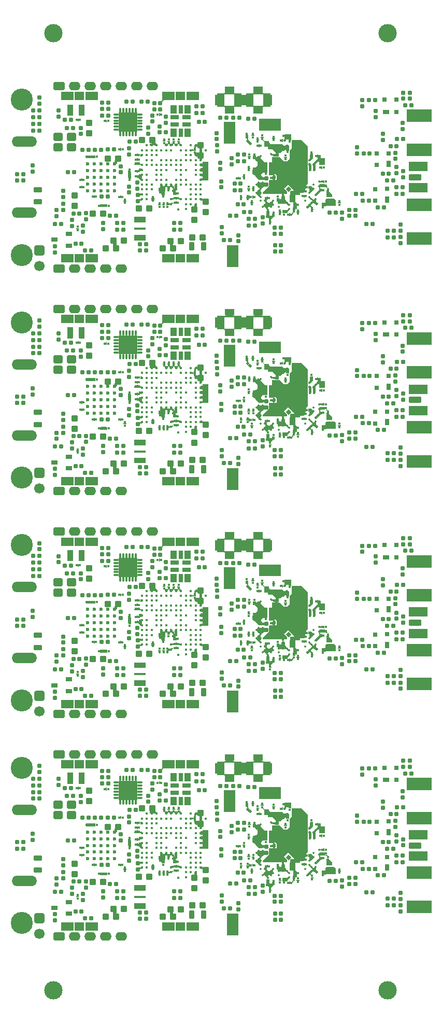
<source format=gbs>
G04 Layer_Color=16711935*
%FSLAX44Y44*%
%MOMM*%
G71*
G01*
G75*
%ADD51C,0.3500*%
%ADD109R,1.7000X1.7000*%
%ADD122C,3.0000*%
G04:AMPARAMS|DCode=128|XSize=0.7mm|YSize=0.7mm|CornerRadius=0.11mm|HoleSize=0mm|Usage=FLASHONLY|Rotation=180.000|XOffset=0mm|YOffset=0mm|HoleType=Round|Shape=RoundedRectangle|*
%AMROUNDEDRECTD128*
21,1,0.7000,0.4800,0,0,180.0*
21,1,0.4800,0.7000,0,0,180.0*
1,1,0.2200,-0.2400,0.2400*
1,1,0.2200,0.2400,0.2400*
1,1,0.2200,0.2400,-0.2400*
1,1,0.2200,-0.2400,-0.2400*
%
%ADD128ROUNDEDRECTD128*%
%ADD129R,4.1000X2.1000*%
G04:AMPARAMS|DCode=131|XSize=0.6mm|YSize=0.7mm|CornerRadius=0.1mm|HoleSize=0mm|Usage=FLASHONLY|Rotation=0.000|XOffset=0mm|YOffset=0mm|HoleType=Round|Shape=RoundedRectangle|*
%AMROUNDEDRECTD131*
21,1,0.6000,0.5000,0,0,0.0*
21,1,0.4000,0.7000,0,0,0.0*
1,1,0.2000,0.2000,-0.2500*
1,1,0.2000,-0.2000,-0.2500*
1,1,0.2000,-0.2000,0.2500*
1,1,0.2000,0.2000,0.2500*
%
%ADD131ROUNDEDRECTD131*%
G04:AMPARAMS|DCode=133|XSize=0.7mm|YSize=0.7mm|CornerRadius=0.11mm|HoleSize=0mm|Usage=FLASHONLY|Rotation=270.000|XOffset=0mm|YOffset=0mm|HoleType=Round|Shape=RoundedRectangle|*
%AMROUNDEDRECTD133*
21,1,0.7000,0.4800,0,0,270.0*
21,1,0.4800,0.7000,0,0,270.0*
1,1,0.2200,-0.2400,-0.2400*
1,1,0.2200,-0.2400,0.2400*
1,1,0.2200,0.2400,0.2400*
1,1,0.2200,0.2400,-0.2400*
%
%ADD133ROUNDEDRECTD133*%
G04:AMPARAMS|DCode=134|XSize=1.1mm|YSize=1mm|CornerRadius=0.1625mm|HoleSize=0mm|Usage=FLASHONLY|Rotation=180.000|XOffset=0mm|YOffset=0mm|HoleType=Round|Shape=RoundedRectangle|*
%AMROUNDEDRECTD134*
21,1,1.1000,0.6750,0,0,180.0*
21,1,0.7750,1.0000,0,0,180.0*
1,1,0.3250,-0.3875,0.3375*
1,1,0.3250,0.3875,0.3375*
1,1,0.3250,0.3875,-0.3375*
1,1,0.3250,-0.3875,-0.3375*
%
%ADD134ROUNDEDRECTD134*%
G04:AMPARAMS|DCode=135|XSize=0.6mm|YSize=0.7mm|CornerRadius=0.1mm|HoleSize=0mm|Usage=FLASHONLY|Rotation=90.000|XOffset=0mm|YOffset=0mm|HoleType=Round|Shape=RoundedRectangle|*
%AMROUNDEDRECTD135*
21,1,0.6000,0.5000,0,0,90.0*
21,1,0.4000,0.7000,0,0,90.0*
1,1,0.2000,0.2500,0.2000*
1,1,0.2000,0.2500,-0.2000*
1,1,0.2000,-0.2500,-0.2000*
1,1,0.2000,-0.2500,0.2000*
%
%ADD135ROUNDEDRECTD135*%
%ADD145R,0.4500X0.4000*%
%ADD150R,0.4000X0.4500*%
%ADD151R,1.5000X1.4000*%
%ADD152R,2.1000X1.4000*%
G04:AMPARAMS|DCode=153|XSize=1.4mm|YSize=0.9mm|CornerRadius=0.15mm|HoleSize=0mm|Usage=FLASHONLY|Rotation=270.000|XOffset=0mm|YOffset=0mm|HoleType=Round|Shape=RoundedRectangle|*
%AMROUNDEDRECTD153*
21,1,1.4000,0.6000,0,0,270.0*
21,1,1.1000,0.9000,0,0,270.0*
1,1,0.3000,-0.3000,-0.5500*
1,1,0.3000,-0.3000,0.5500*
1,1,0.3000,0.3000,0.5500*
1,1,0.3000,0.3000,-0.5500*
%
%ADD153ROUNDEDRECTD153*%
%ADD160O,4.1000X1.7000*%
%ADD161C,3.6000*%
%ADD162O,1.9000X1.4000*%
G04:AMPARAMS|DCode=163|XSize=1.9mm|YSize=1.4mm|CornerRadius=0.375mm|HoleSize=0mm|Usage=FLASHONLY|Rotation=0.000|XOffset=0mm|YOffset=0mm|HoleType=Round|Shape=RoundedRectangle|*
%AMROUNDEDRECTD163*
21,1,1.9000,0.6500,0,0,0.0*
21,1,1.1500,1.4000,0,0,0.0*
1,1,0.7500,0.5750,-0.3250*
1,1,0.7500,-0.5750,-0.3250*
1,1,0.7500,-0.5750,0.3250*
1,1,0.7500,0.5750,0.3250*
%
%ADD163ROUNDEDRECTD163*%
G04:AMPARAMS|DCode=164|XSize=1.624mm|YSize=1.624mm|CornerRadius=0.2405mm|HoleSize=0mm|Usage=FLASHONLY|Rotation=0.000|XOffset=0mm|YOffset=0mm|HoleType=Round|Shape=RoundedRectangle|*
%AMROUNDEDRECTD164*
21,1,1.6240,1.1430,0,0,0.0*
21,1,1.1430,1.6240,0,0,0.0*
1,1,0.4810,0.5715,-0.5715*
1,1,0.4810,-0.5715,-0.5715*
1,1,0.4810,-0.5715,0.5715*
1,1,0.4810,0.5715,0.5715*
%
%ADD164ROUNDEDRECTD164*%
%ADD165C,1.7000*%
%ADD166C,0.6000*%
%ADD167R,1.6500X1.1000*%
%ADD168R,1.3000X1.7000*%
%ADD169R,1.3000X1.3000*%
%ADD170R,1.3000X2.2500*%
%ADD171R,1.9000X0.4000*%
%ADD172R,0.4000X0.9000*%
%ADD173R,1.1000X0.8000*%
%ADD174R,0.8000X0.8000*%
%ADD175R,0.8000X0.8000*%
%ADD176R,0.8000X1.1000*%
G04:AMPARAMS|DCode=177|XSize=0.7mm|YSize=1.1mm|CornerRadius=0.125mm|HoleSize=0mm|Usage=FLASHONLY|Rotation=270.000|XOffset=0mm|YOffset=0mm|HoleType=Round|Shape=RoundedRectangle|*
%AMROUNDEDRECTD177*
21,1,0.7000,0.8500,0,0,270.0*
21,1,0.4500,1.1000,0,0,270.0*
1,1,0.2500,-0.4250,-0.2250*
1,1,0.2500,-0.4250,0.2250*
1,1,0.2500,0.4250,0.2250*
1,1,0.2500,0.4250,-0.2250*
%
%ADD177ROUNDEDRECTD177*%
%ADD178R,0.9500X0.5000*%
%ADD179R,0.3500X0.7250*%
G04:AMPARAMS|DCode=180|XSize=1.4mm|YSize=0.9mm|CornerRadius=0.15mm|HoleSize=0mm|Usage=FLASHONLY|Rotation=180.000|XOffset=0mm|YOffset=0mm|HoleType=Round|Shape=RoundedRectangle|*
%AMROUNDEDRECTD180*
21,1,1.4000,0.6000,0,0,180.0*
21,1,1.1000,0.9000,0,0,180.0*
1,1,0.3000,-0.5500,0.3000*
1,1,0.3000,0.5500,0.3000*
1,1,0.3000,0.5500,-0.3000*
1,1,0.3000,-0.5500,-0.3000*
%
%ADD180ROUNDEDRECTD180*%
G04:AMPARAMS|DCode=181|XSize=1.5mm|YSize=1.3mm|CornerRadius=0.2mm|HoleSize=0mm|Usage=FLASHONLY|Rotation=0.000|XOffset=0mm|YOffset=0mm|HoleType=Round|Shape=RoundedRectangle|*
%AMROUNDEDRECTD181*
21,1,1.5000,0.9000,0,0,0.0*
21,1,1.1000,1.3000,0,0,0.0*
1,1,0.4000,0.5500,-0.4500*
1,1,0.4000,-0.5500,-0.4500*
1,1,0.4000,-0.5500,0.4500*
1,1,0.4000,0.5500,0.4500*
%
%ADD181ROUNDEDRECTD181*%
%ADD182R,2.7000X2.7000*%
%ADD183O,0.3500X1.0000*%
%ADD184O,1.0000X0.3500*%
G04:AMPARAMS|DCode=185|XSize=1.1mm|YSize=1mm|CornerRadius=0.1625mm|HoleSize=0mm|Usage=FLASHONLY|Rotation=270.000|XOffset=0mm|YOffset=0mm|HoleType=Round|Shape=RoundedRectangle|*
%AMROUNDEDRECTD185*
21,1,1.1000,0.6750,0,0,270.0*
21,1,0.7750,1.0000,0,0,270.0*
1,1,0.3250,-0.3375,-0.3875*
1,1,0.3250,-0.3375,0.3875*
1,1,0.3250,0.3375,0.3875*
1,1,0.3250,0.3375,-0.3875*
%
%ADD185ROUNDEDRECTD185*%
G04:AMPARAMS|DCode=186|XSize=1mm|YSize=2.1mm|CornerRadius=0.1625mm|HoleSize=0mm|Usage=FLASHONLY|Rotation=270.000|XOffset=0mm|YOffset=0mm|HoleType=Round|Shape=RoundedRectangle|*
%AMROUNDEDRECTD186*
21,1,1.0000,1.7750,0,0,270.0*
21,1,0.6750,2.1000,0,0,270.0*
1,1,0.3250,-0.8875,-0.3375*
1,1,0.3250,-0.8875,0.3375*
1,1,0.3250,0.8875,0.3375*
1,1,0.3250,0.8875,-0.3375*
%
%ADD186ROUNDEDRECTD186*%
G04:AMPARAMS|DCode=187|XSize=1.6mm|YSize=3.1mm|CornerRadius=0.2375mm|HoleSize=0mm|Usage=FLASHONLY|Rotation=270.000|XOffset=0mm|YOffset=0mm|HoleType=Round|Shape=RoundedRectangle|*
%AMROUNDEDRECTD187*
21,1,1.6000,2.6250,0,0,270.0*
21,1,1.1250,3.1000,0,0,270.0*
1,1,0.4750,-1.3125,-0.5625*
1,1,0.4750,-1.3125,0.5625*
1,1,0.4750,1.3125,0.5625*
1,1,0.4750,1.3125,-0.5625*
%
%ADD187ROUNDEDRECTD187*%
G04:AMPARAMS|DCode=188|XSize=0.4mm|YSize=0.45mm|CornerRadius=0mm|HoleSize=0mm|Usage=FLASHONLY|Rotation=135.000|XOffset=0mm|YOffset=0mm|HoleType=Round|Shape=Rectangle|*
%AMROTATEDRECTD188*
4,1,4,0.3005,0.0177,-0.0177,-0.3005,-0.3005,-0.0177,0.0177,0.3005,0.3005,0.0177,0.0*
%
%ADD188ROTATEDRECTD188*%

G04:AMPARAMS|DCode=189|XSize=0.7mm|YSize=0.7mm|CornerRadius=0.11mm|HoleSize=0mm|Usage=FLASHONLY|Rotation=45.000|XOffset=0mm|YOffset=0mm|HoleType=Round|Shape=RoundedRectangle|*
%AMROUNDEDRECTD189*
21,1,0.7000,0.4800,0,0,45.0*
21,1,0.4800,0.7000,0,0,45.0*
1,1,0.2200,0.3394,0.0000*
1,1,0.2200,0.0000,-0.3394*
1,1,0.2200,-0.3394,0.0000*
1,1,0.2200,0.0000,0.3394*
%
%ADD189ROUNDEDRECTD189*%
%ADD190R,0.8000X1.4500*%
%ADD191R,1.4500X0.8000*%
%ADD192R,1.1000X1.4500*%
%ADD193R,1.8000X1.8000*%
%ADD194R,0.7500X0.4000*%
%ADD195R,1.8000X1.8000*%
%ADD196R,0.4000X0.7500*%
%ADD197C,0.4400*%
G36*
X415000Y1383100D02*
X398500D01*
Y1385600D01*
X415000D01*
Y1383100D01*
D02*
G37*
G36*
X367750D02*
X351250D01*
Y1385600D01*
X367750D01*
Y1383100D01*
D02*
G37*
G36*
X249500Y1371350D02*
X247750D01*
X247750Y1372350D01*
X249750Y1374350D01*
X252500Y1374350D01*
X249500Y1371350D01*
D02*
G37*
G36*
X389750Y1365600D02*
X375250D01*
Y1382600D01*
X389750D01*
Y1365600D01*
D02*
G37*
G36*
X415000Y1362100D02*
X398500D01*
Y1364600D01*
X415000D01*
Y1362100D01*
D02*
G37*
G36*
X367750D02*
X351250D01*
Y1364600D01*
X367750D01*
Y1362100D01*
D02*
G37*
G36*
X123000Y1348600D02*
X113500D01*
Y1366600D01*
X123000D01*
Y1348600D01*
D02*
G37*
G36*
X104000D02*
X94500D01*
Y1366600D01*
X104000D01*
Y1348600D01*
D02*
G37*
G36*
X246086Y1348100D02*
X244336D01*
Y1352600D01*
X246086D01*
Y1348100D01*
D02*
G37*
G36*
X113336Y1339350D02*
X111586D01*
Y1343850D01*
X113336D01*
Y1339350D01*
D02*
G37*
G36*
X159586Y1337600D02*
X157836D01*
Y1342100D01*
X159586D01*
Y1337600D01*
D02*
G37*
G36*
X443500Y1324100D02*
X408000D01*
Y1343100D01*
X443500D01*
Y1324100D01*
D02*
G37*
G36*
X209500Y1322350D02*
X178500D01*
Y1353600D01*
X209500D01*
Y1322350D01*
D02*
G37*
G36*
X400261Y1315228D02*
X395761D01*
Y1316978D01*
X400261D01*
Y1315228D01*
D02*
G37*
G36*
X415511Y1312478D02*
X411011D01*
Y1314228D01*
X415511D01*
Y1312478D01*
D02*
G37*
G36*
X434010Y1310400D02*
X429510D01*
Y1312150D01*
X434010D01*
Y1310400D01*
D02*
G37*
G36*
X390251Y1315091D02*
X390250D01*
Y1309850D01*
X391000Y1308850D01*
X388500Y1308621D01*
Y1310350D01*
X386250Y1312600D01*
Y1315091D01*
X385750D01*
Y1316841D01*
X390251D01*
Y1315091D01*
D02*
G37*
G36*
X451547Y1317850D02*
X460500D01*
Y1309900D01*
X460510D01*
Y1308150D01*
X456010D01*
Y1309850D01*
X452250D01*
Y1307350D01*
X449250D01*
Y1309850D01*
Y1317850D01*
X449796D01*
Y1317877D01*
X451547D01*
Y1317850D01*
D02*
G37*
G36*
X408000Y1307841D02*
X403500D01*
Y1309591D01*
X408000D01*
Y1307841D01*
D02*
G37*
G36*
X255200Y1305896D02*
X250700D01*
Y1307646D01*
X255200D01*
Y1305896D01*
D02*
G37*
G36*
X278750Y1305686D02*
X274250D01*
Y1307436D01*
X278750D01*
Y1305686D01*
D02*
G37*
G36*
X270850Y1305646D02*
X266350D01*
Y1307396D01*
X270850D01*
Y1305646D01*
D02*
G37*
G36*
X262650D02*
X258150D01*
Y1307396D01*
X262650D01*
Y1305646D01*
D02*
G37*
G36*
X447346Y1305564D02*
X445597D01*
Y1310064D01*
X447346D01*
Y1305564D01*
D02*
G37*
G36*
X393913Y1306147D02*
X390731Y1302965D01*
X389493Y1304202D01*
X392675Y1307384D01*
X393913Y1306147D01*
D02*
G37*
G36*
X369250Y1302600D02*
X350750D01*
Y1338100D01*
X369250D01*
Y1302600D01*
D02*
G37*
G36*
X280501Y1299950D02*
X277750Y1299850D01*
Y1303100D01*
X280501D01*
Y1299950D01*
D02*
G37*
G36*
X275251Y1299850D02*
X272500Y1299950D01*
X269750Y1299850D01*
Y1303100D01*
X275251D01*
Y1299850D01*
D02*
G37*
G36*
X267251D02*
X264501Y1299950D01*
X261750Y1299850D01*
Y1303100D01*
X267251D01*
Y1299850D01*
D02*
G37*
G36*
X259251D02*
X256500Y1299950D01*
X253750Y1299850D01*
Y1303100D01*
X259251D01*
Y1299850D01*
D02*
G37*
G36*
X241000Y1302100D02*
X241000Y1299641D01*
X232500Y1299950D01*
X229750Y1299850D01*
Y1303100D01*
X232500D01*
Y1304850D01*
X238250D01*
X241000Y1302100D01*
D02*
G37*
G36*
X409047Y1297264D02*
X407296D01*
Y1301764D01*
X409047D01*
Y1297264D01*
D02*
G37*
G36*
X309001Y1297800D02*
X305000D01*
Y1295450D01*
X302376Y1295450D01*
Y1299950D01*
X304501D01*
Y1302050D01*
X309001D01*
Y1297800D01*
D02*
G37*
G36*
X183087Y1291200D02*
X181337D01*
Y1295701D01*
X183087D01*
Y1291200D01*
D02*
G37*
G36*
X417500Y1307100D02*
X424250D01*
Y1304600D01*
X426500Y1302350D01*
X438750D01*
Y1302377D01*
X443500D01*
Y1302350D01*
X446000D01*
X448500Y1299850D01*
X451250D01*
X452500Y1301100D01*
X455000D01*
X457000Y1299100D01*
Y1292928D01*
X457010D01*
Y1291178D01*
X452510D01*
Y1292850D01*
X450750D01*
X448500Y1290600D01*
X446500D01*
X443250Y1287350D01*
X440500D01*
X440000Y1286850D01*
X440000Y1283350D01*
Y1281350D01*
X438500D01*
Y1281314D01*
X434290D01*
Y1283350D01*
X427250D01*
Y1285850D01*
X435250D01*
Y1288600D01*
X430000Y1293850D01*
X423250D01*
X422250Y1294850D01*
Y1297350D01*
X416500D01*
Y1306350D01*
X414250Y1308600D01*
Y1309350D01*
X415250Y1309350D01*
X417500Y1307100D01*
D02*
G37*
G36*
X301146Y1292514D02*
X305000D01*
Y1290764D01*
X300500D01*
Y1290798D01*
X298153D01*
X297001Y1291950D01*
X298146Y1293096D01*
X300564D01*
X301146Y1292514D01*
D02*
G37*
G36*
X210037Y1282200D02*
X208286D01*
Y1286700D01*
X210037D01*
Y1282200D01*
D02*
G37*
G36*
X216500Y1281850D02*
X214000D01*
Y1286100D01*
X216500D01*
Y1281850D01*
D02*
G37*
G36*
X314650Y1287450D02*
X312475D01*
Y1283926D01*
X309001D01*
Y1281800D01*
X304501D01*
Y1283926D01*
X302401D01*
Y1288426D01*
X310350D01*
Y1291950D01*
X310400D01*
Y1296451D01*
X314650D01*
Y1287450D01*
D02*
G37*
G36*
X394250Y1281100D02*
X389750D01*
Y1282850D01*
X394250D01*
Y1281100D01*
D02*
G37*
G36*
X453500Y1279413D02*
X449000D01*
Y1281163D01*
X453500D01*
Y1279413D01*
D02*
G37*
G36*
X140836Y1279100D02*
X125750D01*
Y1283600D01*
X140836D01*
Y1279100D01*
D02*
G37*
G36*
X314650Y1275951D02*
X310400D01*
Y1280451D01*
X314650D01*
Y1275951D01*
D02*
G37*
G36*
X210086Y1274600D02*
X208336D01*
Y1279100D01*
X210086D01*
Y1274600D01*
D02*
G37*
G36*
X496141Y1285100D02*
X496250D01*
Y1278850D01*
X491500Y1274100D01*
X489500Y1274100D01*
X488750Y1274850D01*
X488750Y1276600D01*
X491500Y1279350D01*
Y1285100D01*
X491641D01*
Y1286764D01*
X496141D01*
Y1285100D01*
D02*
G37*
G36*
X477496Y1308356D02*
X477496Y1308356D01*
X477585Y1308348D01*
X477594Y1308347D01*
X477688Y1308318D01*
X477775Y1308272D01*
X477817Y1308237D01*
X477851Y1308209D01*
X477851Y1308209D01*
X487886Y1298174D01*
X487949Y1298098D01*
X487995Y1298011D01*
X488002Y1297989D01*
X488024Y1297917D01*
X488029Y1297868D01*
X488033Y1297819D01*
X488033Y1297819D01*
X488033Y1238131D01*
X488024Y1238033D01*
X488002Y1237961D01*
X487995Y1237939D01*
X487949Y1237852D01*
X487886Y1237776D01*
X487886Y1237776D01*
X485250Y1235140D01*
Y1229100D01*
X483500D01*
Y1226100D01*
X482346D01*
Y1222814D01*
X480714D01*
X480000Y1222100D01*
X475173D01*
Y1219672D01*
X475163Y1219574D01*
X475135Y1219480D01*
X475088Y1219393D01*
X475026Y1219317D01*
X474949Y1219255D01*
X474863Y1219208D01*
X474768Y1219180D01*
X474670Y1219170D01*
X467750D01*
Y1207236D01*
X469886Y1205100D01*
Y1200600D01*
X468190D01*
Y1200600D01*
X470000D01*
Y1195600D01*
X469500D01*
Y1196100D01*
X467300D01*
Y1193514D01*
X462800D01*
Y1198350D01*
X464000D01*
Y1200600D01*
X464250D01*
X464250Y1206850D01*
X463500D01*
Y1206850D01*
X458000D01*
Y1219350D01*
X459374D01*
X459338Y1219393D01*
X459292Y1219480D01*
X459263Y1219574D01*
X459254Y1219672D01*
Y1224922D01*
X459263Y1225020D01*
X459292Y1225115D01*
X459338Y1225201D01*
X459401Y1225278D01*
X459477Y1225340D01*
X459564Y1225387D01*
X459658Y1225415D01*
X459756Y1225425D01*
X465325D01*
X465772Y1225872D01*
X465752Y1225889D01*
X465751Y1225889D01*
X455520Y1236120D01*
X449250Y1229850D01*
X448410Y1229850D01*
X453886Y1224374D01*
X453886Y1224374D01*
X453914Y1224340D01*
X453949Y1224298D01*
X453995Y1224211D01*
X454024Y1224117D01*
X454025Y1224108D01*
X454033Y1224019D01*
X454033Y1224019D01*
Y1221350D01*
X454024Y1221252D01*
X453995Y1221158D01*
X453949Y1221071D01*
X453886Y1220995D01*
X453810Y1220932D01*
X453723Y1220886D01*
X453629Y1220857D01*
X453531Y1220848D01*
X414750D01*
X414652Y1220857D01*
X414558Y1220886D01*
X414471Y1220932D01*
X414395Y1220995D01*
X414332Y1221071D01*
X414286Y1221158D01*
X414257Y1221252D01*
X414248Y1221350D01*
Y1222963D01*
X414257Y1223061D01*
X414279Y1223133D01*
X414286Y1223155D01*
X414332Y1223242D01*
X414395Y1223318D01*
X414395Y1223318D01*
X424529Y1233452D01*
Y1242774D01*
X424538Y1242872D01*
X424567Y1242967D01*
X424613Y1243053D01*
X424676Y1243130D01*
X424752Y1243192D01*
X424839Y1243238D01*
X424933Y1243267D01*
X425031Y1243277D01*
X431244Y1243277D01*
X431000Y1243521D01*
Y1244814D01*
X429347D01*
Y1249314D01*
X431000D01*
Y1251350D01*
X424500Y1251350D01*
Y1259163D01*
X424511D01*
Y1272100D01*
X429029D01*
Y1279994D01*
X429038Y1280092D01*
X429067Y1280186D01*
X429113Y1280273D01*
X429176Y1280349D01*
X429252Y1280411D01*
X429339Y1280458D01*
X429433Y1280486D01*
X429531Y1280496D01*
X441479Y1280496D01*
X441577Y1280486D01*
X441650Y1280464D01*
X441672Y1280458D01*
X441759Y1280411D01*
X441793Y1280383D01*
X441835Y1280349D01*
X441835Y1280349D01*
X448444Y1273739D01*
X453782Y1273739D01*
X457997Y1277955D01*
X457998Y1291350D01*
X457998Y1291350D01*
X458006Y1291440D01*
X458007Y1291448D01*
X458036Y1291543D01*
X458082Y1291629D01*
X458117Y1291671D01*
X458145Y1291705D01*
X458145Y1291706D01*
X461248Y1294808D01*
X461248Y1307854D01*
X461257Y1307952D01*
X461286Y1308046D01*
X461332Y1308133D01*
X461395Y1308209D01*
X461471Y1308272D01*
X461558Y1308318D01*
X461652Y1308347D01*
X461750Y1308356D01*
X477496Y1308356D01*
D02*
G37*
G36*
X175750Y1269950D02*
X172250D01*
Y1275100D01*
X175750D01*
Y1269950D01*
D02*
G37*
G36*
X209836Y1270100D02*
X216500D01*
X216500Y1267950D01*
X204250D01*
Y1270100D01*
X208086D01*
Y1272600D01*
X209836D01*
Y1270100D01*
D02*
G37*
G36*
X504716Y1283850D02*
X508750D01*
Y1278850D01*
X515750Y1278850D01*
X515750Y1267850D01*
X510250Y1267850D01*
Y1267850D01*
X506250D01*
Y1273600D01*
X504000D01*
X500500Y1270100D01*
Y1258850D01*
X496000D01*
Y1266850D01*
X495500Y1267350D01*
Y1269600D01*
X496000Y1270100D01*
Y1270350D01*
X496250D01*
X504000Y1278100D01*
Y1280271D01*
X502966D01*
Y1284771D01*
X504716D01*
Y1283850D01*
D02*
G37*
G36*
X511836Y1261350D02*
X510086D01*
Y1265850D01*
X511836D01*
Y1261350D01*
D02*
G37*
G36*
X393710Y1261200D02*
X389210D01*
Y1262950D01*
X393710D01*
Y1261200D01*
D02*
G37*
G36*
X493250Y1269350D02*
X493250Y1266100D01*
X493750D01*
Y1259100D01*
X489250D01*
Y1262850D01*
X489250D01*
Y1267600D01*
X488750Y1268100D01*
Y1270100D01*
X489750Y1271100D01*
X491500D01*
X493250Y1269350D01*
D02*
G37*
G36*
X216500Y1257600D02*
X212000D01*
Y1262100D01*
X216500D01*
Y1257600D01*
D02*
G37*
G36*
X210086Y1255350D02*
X208336D01*
Y1259850D01*
X210086D01*
Y1255350D01*
D02*
G37*
G36*
X216500Y1246100D02*
X216500D01*
X217575Y1245025D01*
X215325Y1242775D01*
X210086Y1248014D01*
Y1246850D01*
X208336D01*
Y1251350D01*
X210086D01*
Y1249100D01*
X211793Y1250807D01*
X212001Y1250600D01*
Y1252600D01*
X216500D01*
Y1246100D01*
D02*
G37*
G36*
X385500Y1247736D02*
X381000D01*
Y1249486D01*
X385500D01*
Y1247736D01*
D02*
G37*
G36*
X198501Y1256350D02*
X199000D01*
Y1254600D01*
X199001D01*
Y1245114D01*
X194501D01*
Y1247350D01*
X194000D01*
Y1256350D01*
X194001D01*
Y1258614D01*
X198501D01*
Y1256350D01*
D02*
G37*
G36*
X374996Y1244114D02*
X373246D01*
Y1248614D01*
X374996D01*
Y1244114D01*
D02*
G37*
G36*
X402751Y1281100D02*
X404250D01*
X405750Y1282600D01*
X410640Y1282520D01*
Y1279190D01*
X417480Y1272350D01*
X421475Y1272350D01*
X421475Y1267535D01*
X421501D01*
Y1255574D01*
X421475D01*
X413979Y1255574D01*
X411503Y1253098D01*
Y1250850D01*
X414378Y1247975D01*
X416725D01*
X416725Y1243725D01*
X414451D01*
Y1243600D01*
X408250D01*
X403250Y1248600D01*
X399300Y1252550D01*
X397000D01*
Y1258600D01*
X397010D01*
Y1260150D01*
X398790D01*
X401500Y1262860D01*
Y1264100D01*
X402740D01*
X405820Y1267180D01*
Y1272530D01*
X401250Y1277100D01*
X398250D01*
Y1282928D01*
X402751D01*
Y1281100D01*
D02*
G37*
G36*
X325500Y1242850D02*
X312500D01*
Y1246100D01*
X315750D01*
Y1249850D01*
X312500D01*
Y1253850D01*
X315750D01*
Y1257350D01*
X312500D01*
Y1262850D01*
X315750D01*
Y1265350D01*
X312500D01*
Y1270850D01*
X315750D01*
Y1273350D01*
X325500D01*
Y1242850D01*
D02*
G37*
G36*
X119486Y1241700D02*
X117736D01*
Y1246200D01*
X119486D01*
Y1241700D01*
D02*
G37*
G36*
X510709Y1240850D02*
X509557Y1239697D01*
X507153D01*
X506000Y1240850D01*
X507145Y1241996D01*
X509564D01*
X510709Y1240850D01*
D02*
G37*
G36*
X515216Y1238600D02*
X513466D01*
Y1243100D01*
X515216D01*
Y1238600D01*
D02*
G37*
G36*
X266601Y1231450D02*
X262500D01*
Y1228264D01*
X258000D01*
Y1231450D01*
X254750D01*
Y1224600D01*
X253750D01*
Y1220100D01*
Y1218436D01*
X249250D01*
Y1220100D01*
X248000D01*
Y1224600D01*
X243750D01*
Y1230850D01*
X246351D01*
Y1235950D01*
X250601D01*
Y1232900D01*
X254351D01*
Y1235950D01*
X258601D01*
Y1233700D01*
X262351D01*
Y1235950D01*
X266601D01*
Y1231450D01*
D02*
G37*
G36*
X515404Y1232350D02*
X519500D01*
Y1230600D01*
X518250D01*
X517000Y1231850D01*
X507930D01*
X508356Y1231425D01*
Y1229064D01*
X511424D01*
Y1224564D01*
X508964D01*
X501750Y1217350D01*
X499750Y1217350D01*
X498500Y1218600D01*
Y1219850D01*
X506000Y1227350D01*
Y1229064D01*
X506058D01*
Y1231417D01*
X506491Y1231850D01*
X505750D01*
X505000Y1232600D01*
Y1234100D01*
X507500Y1236600D01*
X511500D01*
Y1236690D01*
X515404D01*
Y1232350D01*
D02*
G37*
G36*
X119486Y1229700D02*
X117736D01*
Y1234200D01*
X119486D01*
Y1229700D01*
D02*
G37*
G36*
X393501Y1228491D02*
X389000D01*
Y1230241D01*
X393501D01*
Y1228491D01*
D02*
G37*
G36*
X400761Y1228404D02*
X396261D01*
Y1230154D01*
X400761D01*
Y1228404D01*
D02*
G37*
G36*
X490036Y1233600D02*
X494000D01*
X497220Y1230380D01*
Y1227320D01*
X492480Y1222580D01*
X490000D01*
Y1229100D01*
X488286D01*
Y1233600D01*
X490036D01*
Y1233600D01*
D02*
G37*
G36*
X274601Y1227950D02*
X272500D01*
Y1225850D01*
X271500D01*
Y1223600D01*
X273336D01*
Y1219100D01*
X267750D01*
Y1220850D01*
Y1225850D01*
X268000D01*
Y1230100D01*
X269750D01*
Y1235950D01*
X274601D01*
Y1227950D01*
D02*
G37*
G36*
X216500Y1219950D02*
X216500Y1217850D01*
X212250D01*
Y1221350D01*
X216500D01*
Y1219950D01*
D02*
G37*
G36*
X522750Y1224350D02*
X523250D01*
X527750Y1219850D01*
Y1215350D01*
X518250D01*
Y1224350D01*
X518250D01*
Y1226763D01*
X522750D01*
Y1224350D01*
D02*
G37*
G36*
X419250Y1237600D02*
Y1232350D01*
X415000D01*
X410988Y1228338D01*
Y1223350D01*
X411199Y1223139D01*
X411410Y1222928D01*
X411638Y1222377D01*
Y1221780D01*
X411410Y1221229D01*
X411199Y1221018D01*
X409431Y1219250D01*
X411199Y1217482D01*
X411410Y1217271D01*
X411638Y1216720D01*
Y1216123D01*
X411410Y1215572D01*
X411199Y1215361D01*
X410988Y1215150D01*
X410437Y1214921D01*
X409840D01*
X409289Y1215150D01*
X409078Y1215361D01*
X406602Y1217837D01*
X406602Y1217837D01*
X406426Y1218012D01*
X406249Y1218189D01*
X406038Y1218400D01*
X406038Y1218400D01*
X405897Y1218542D01*
X405706Y1219001D01*
Y1219144D01*
X402500Y1222350D01*
X409375Y1229225D01*
X402625Y1235975D01*
X405880Y1239230D01*
X413970D01*
X417620Y1239230D01*
X419250Y1237600D01*
D02*
G37*
G36*
X482786Y1214850D02*
X481036D01*
Y1219350D01*
X482786D01*
Y1214850D01*
D02*
G37*
G36*
X381001Y1213991D02*
X376500D01*
Y1215741D01*
X381001D01*
Y1213991D01*
D02*
G37*
G36*
X139837Y1213950D02*
X138087D01*
Y1218450D01*
X139837D01*
Y1213950D01*
D02*
G37*
G36*
X182837Y1213700D02*
X181087D01*
Y1218200D01*
X182837D01*
Y1213700D01*
D02*
G37*
G36*
X398536Y1213264D02*
X396786D01*
Y1217764D01*
X398536D01*
Y1213264D01*
D02*
G37*
G36*
X393000Y1213100D02*
X391250D01*
Y1213978D01*
X387011D01*
Y1215728D01*
X391250D01*
Y1217850D01*
X393000D01*
Y1213100D01*
D02*
G37*
G36*
X449520Y1216100D02*
X450600D01*
Y1209260D01*
X452090D01*
X457250Y1204100D01*
Y1201350D01*
X456500D01*
X453000Y1204850D01*
X438750D01*
Y1208350D01*
X436750D01*
Y1212600D01*
X436750D01*
Y1214314D01*
X441250D01*
Y1212600D01*
X444750D01*
Y1216100D01*
X445020D01*
Y1217778D01*
X449520D01*
Y1216100D01*
D02*
G37*
G36*
X422597Y1211564D02*
X421000D01*
Y1208350D01*
X423420Y1205930D01*
X427290D01*
Y1207140D01*
X429410Y1209260D01*
X430620D01*
Y1202600D01*
X430620D01*
X427290Y1199270D01*
X423670D01*
X422250Y1197850D01*
Y1195600D01*
X420250D01*
Y1196600D01*
X417580Y1199270D01*
X413970D01*
Y1200820D01*
X418500Y1205350D01*
Y1208060D01*
X417000Y1209560D01*
Y1211600D01*
X417500Y1212100D01*
X420500D01*
Y1212100D01*
X420846Y1211754D01*
Y1216064D01*
X422597D01*
Y1211564D01*
D02*
G37*
G36*
X273336Y1211350D02*
X271586D01*
Y1215850D01*
X273336D01*
Y1211350D01*
D02*
G37*
G36*
X268750Y1211350D02*
X264501D01*
Y1214100D01*
X268750D01*
Y1211350D01*
D02*
G37*
G36*
X280501Y1211350D02*
X277250D01*
X277250Y1214100D01*
X280500D01*
X280501Y1211350D01*
D02*
G37*
G36*
X317001Y1212100D02*
Y1209800D01*
X312501D01*
Y1214050D01*
X315051Y1214051D01*
X317001Y1212100D01*
D02*
G37*
G36*
X236750Y1209600D02*
X232250D01*
Y1215100D01*
X236750D01*
Y1209600D01*
D02*
G37*
G36*
X216500D02*
X211250D01*
Y1211950D01*
X216500D01*
X216500Y1209600D01*
D02*
G37*
G36*
X191001Y1208114D02*
X186501D01*
Y1209864D01*
X191001D01*
Y1208114D01*
D02*
G37*
G36*
X398501Y1205341D02*
X394001D01*
Y1207091D01*
X398501D01*
Y1205341D01*
D02*
G37*
G36*
X541616Y1205209D02*
X537116D01*
Y1206959D01*
X541616D01*
Y1205209D01*
D02*
G37*
G36*
X273336Y1204350D02*
X271586D01*
Y1208850D01*
X273336D01*
Y1204350D01*
D02*
G37*
G36*
X267750Y1204350D02*
X264501D01*
Y1206100D01*
X267750D01*
Y1204350D01*
D02*
G37*
G36*
X493890Y1214210D02*
Y1212590D01*
X495510D01*
X497125Y1210975D01*
X498740Y1212590D01*
X500550D01*
X501500Y1211640D01*
Y1208162D01*
X502248Y1207415D01*
X501500Y1206667D01*
Y1205350D01*
X500183D01*
X499066Y1204233D01*
X497948Y1205350D01*
X495680D01*
Y1205280D01*
X492399Y1201999D01*
X495024Y1199374D01*
X493786Y1198136D01*
X491161Y1200761D01*
X487770Y1197370D01*
X486430Y1197370D01*
X485180Y1198620D01*
Y1199870D01*
X492680Y1207370D01*
X493890D01*
Y1207740D01*
X495500Y1209350D01*
X493890Y1210960D01*
Y1212590D01*
X492260D01*
X490560Y1214290D01*
Y1215920D01*
X492180D01*
X493890Y1214210D01*
D02*
G37*
G36*
X254250Y1201686D02*
X249750D01*
Y1203436D01*
X254250D01*
Y1201686D01*
D02*
G37*
G36*
X264500Y1205350D02*
X264501Y1202561D01*
X260750Y1202561D01*
Y1201686D01*
X256250D01*
Y1203436D01*
X258500D01*
X258500Y1205350D01*
X264500Y1205350D01*
D02*
G37*
G36*
X247500Y1201686D02*
X243000D01*
Y1203436D01*
X247500D01*
Y1201686D01*
D02*
G37*
G36*
X533500Y1210600D02*
X533500Y1201100D01*
X517750Y1201100D01*
X517000Y1200350D01*
X510250D01*
Y1206600D01*
X516500D01*
Y1211350D01*
X518000Y1212850D01*
X531250Y1212850D01*
X533500Y1210600D01*
D02*
G37*
G36*
X306750Y1199350D02*
X302250D01*
Y1203950D01*
X306750D01*
Y1199350D01*
D02*
G37*
G36*
X158750Y1203700D02*
X160337D01*
Y1199200D01*
X158750D01*
Y1199100D01*
X149750D01*
Y1199200D01*
X148087D01*
Y1203700D01*
X149750D01*
Y1203850D01*
X158750D01*
Y1203700D01*
D02*
G37*
G36*
X457608Y1196710D02*
X457819Y1196499D01*
X458030Y1196288D01*
X458259Y1195736D01*
Y1195140D01*
X458030Y1194588D01*
X457819Y1194377D01*
X455000Y1191558D01*
Y1189014D01*
X446500Y1189014D01*
X446500Y1194850D01*
X454049Y1194850D01*
X455698Y1196499D01*
X455698D01*
X455909Y1196710D01*
X456460Y1196938D01*
X457057D01*
X457608Y1196710D01*
D02*
G37*
G36*
X496990Y1194464D02*
X492490D01*
Y1196214D01*
X496990D01*
Y1194464D01*
D02*
G37*
G36*
X474000Y1190264D02*
X469500D01*
Y1192014D01*
X474000D01*
Y1190264D01*
D02*
G37*
G36*
X444500Y1189764D02*
X440000D01*
Y1191514D01*
X444500D01*
Y1189764D01*
D02*
G37*
G36*
X464000Y1187350D02*
X462000D01*
Y1190350D01*
X464000D01*
Y1187350D01*
D02*
G37*
G36*
X458914Y1184600D02*
X457164D01*
Y1189100D01*
X458914D01*
Y1184600D01*
D02*
G37*
G36*
X424761Y1185350D02*
X429250D01*
Y1188464D01*
X433750D01*
Y1184100D01*
X431500D01*
Y1182850D01*
X428000Y1179350D01*
X423799D01*
Y1180814D01*
X422924D01*
Y1183064D01*
X420261D01*
Y1192728D01*
X424761D01*
Y1185350D01*
D02*
G37*
G36*
X222750Y1174100D02*
X203750D01*
Y1183100D01*
X222750D01*
Y1174100D01*
D02*
G37*
G36*
X428311Y1174028D02*
X423811D01*
Y1175778D01*
X428311D01*
Y1174028D01*
D02*
G37*
G36*
X113750Y1163436D02*
X109250D01*
Y1165186D01*
X113750D01*
Y1163436D01*
D02*
G37*
G36*
X222750Y1144600D02*
X203750D01*
Y1153600D01*
X222750D01*
Y1144600D01*
D02*
G37*
G36*
X175000Y1133850D02*
X169500D01*
Y1142100D01*
X175000D01*
Y1133850D01*
D02*
G37*
G36*
X268000Y1131600D02*
X262500D01*
Y1140100D01*
X268000D01*
Y1131600D01*
D02*
G37*
G36*
X374500Y1101350D02*
X355500D01*
Y1136850D01*
X374500D01*
Y1101350D01*
D02*
G37*
G36*
X415000Y1019400D02*
X398500D01*
Y1021900D01*
X415000D01*
Y1019400D01*
D02*
G37*
G36*
X367750D02*
X351250D01*
Y1021900D01*
X367750D01*
Y1019400D01*
D02*
G37*
G36*
X249500Y1007650D02*
X247750D01*
X247750Y1008650D01*
X249750Y1010650D01*
X252500Y1010650D01*
X249500Y1007650D01*
D02*
G37*
G36*
X389750Y1001900D02*
X375250D01*
Y1018900D01*
X389750D01*
Y1001900D01*
D02*
G37*
G36*
X415000Y998400D02*
X398500D01*
Y1000900D01*
X415000D01*
Y998400D01*
D02*
G37*
G36*
X367750D02*
X351250D01*
Y1000900D01*
X367750D01*
Y998400D01*
D02*
G37*
G36*
X123000Y984900D02*
X113500D01*
Y1002900D01*
X123000D01*
Y984900D01*
D02*
G37*
G36*
X104000D02*
X94500D01*
Y1002900D01*
X104000D01*
Y984900D01*
D02*
G37*
G36*
X246086Y984400D02*
X244336D01*
Y988900D01*
X246086D01*
Y984400D01*
D02*
G37*
G36*
X113336Y975650D02*
X111586D01*
Y980150D01*
X113336D01*
Y975650D01*
D02*
G37*
G36*
X159586Y973900D02*
X157836D01*
Y978400D01*
X159586D01*
Y973900D01*
D02*
G37*
G36*
X443500Y960400D02*
X408000D01*
Y979400D01*
X443500D01*
Y960400D01*
D02*
G37*
G36*
X209500Y958650D02*
X178500D01*
Y989900D01*
X209500D01*
Y958650D01*
D02*
G37*
G36*
X400261Y951528D02*
X395761D01*
Y953278D01*
X400261D01*
Y951528D01*
D02*
G37*
G36*
X415511Y948778D02*
X411011D01*
Y950528D01*
X415511D01*
Y948778D01*
D02*
G37*
G36*
X434010Y946700D02*
X429510D01*
Y948450D01*
X434010D01*
Y946700D01*
D02*
G37*
G36*
X390251Y951391D02*
X390250D01*
Y946150D01*
X391000Y945150D01*
X388500Y944921D01*
Y946650D01*
X386250Y948900D01*
Y951391D01*
X385750D01*
Y953141D01*
X390251D01*
Y951391D01*
D02*
G37*
G36*
X451547Y954150D02*
X460500D01*
Y946200D01*
X460510D01*
Y944450D01*
X456010D01*
Y946150D01*
X452250D01*
Y943650D01*
X449250D01*
Y946150D01*
Y954150D01*
X449796D01*
Y954177D01*
X451547D01*
Y954150D01*
D02*
G37*
G36*
X408000Y944141D02*
X403500D01*
Y945891D01*
X408000D01*
Y944141D01*
D02*
G37*
G36*
X255200Y942196D02*
X250700D01*
Y943946D01*
X255200D01*
Y942196D01*
D02*
G37*
G36*
X278750Y941986D02*
X274250D01*
Y943736D01*
X278750D01*
Y941986D01*
D02*
G37*
G36*
X270850Y941946D02*
X266350D01*
Y943696D01*
X270850D01*
Y941946D01*
D02*
G37*
G36*
X262650D02*
X258150D01*
Y943696D01*
X262650D01*
Y941946D01*
D02*
G37*
G36*
X447346Y941864D02*
X445597D01*
Y946364D01*
X447346D01*
Y941864D01*
D02*
G37*
G36*
X393913Y942447D02*
X390731Y939265D01*
X389493Y940502D01*
X392675Y943684D01*
X393913Y942447D01*
D02*
G37*
G36*
X369250Y938900D02*
X350750D01*
Y974400D01*
X369250D01*
Y938900D01*
D02*
G37*
G36*
X280501Y936250D02*
X277750Y936150D01*
Y939400D01*
X280501D01*
Y936250D01*
D02*
G37*
G36*
X275251Y936150D02*
X272500Y936250D01*
X269750Y936150D01*
Y939400D01*
X275251D01*
Y936150D01*
D02*
G37*
G36*
X267251D02*
X264501Y936250D01*
X261750Y936150D01*
Y939400D01*
X267251D01*
Y936150D01*
D02*
G37*
G36*
X259251D02*
X256500Y936250D01*
X253750Y936150D01*
Y939400D01*
X259251D01*
Y936150D01*
D02*
G37*
G36*
X241000Y938400D02*
X241000Y935941D01*
X232500Y936250D01*
X229750Y936150D01*
Y939400D01*
X232500D01*
Y941150D01*
X238250D01*
X241000Y938400D01*
D02*
G37*
G36*
X409047Y933564D02*
X407296D01*
Y938064D01*
X409047D01*
Y933564D01*
D02*
G37*
G36*
X309001Y934100D02*
X305000D01*
Y931750D01*
X302376Y931750D01*
Y936250D01*
X304501D01*
Y938350D01*
X309001D01*
Y934100D01*
D02*
G37*
G36*
X183087Y927500D02*
X181337D01*
Y932000D01*
X183087D01*
Y927500D01*
D02*
G37*
G36*
X417500Y943400D02*
X424250D01*
Y940900D01*
X426500Y938650D01*
X438750D01*
Y938677D01*
X443500D01*
Y938650D01*
X446000D01*
X448500Y936150D01*
X451250D01*
X452500Y937400D01*
X455000D01*
X457000Y935400D01*
Y929228D01*
X457010D01*
Y927478D01*
X452510D01*
Y929150D01*
X450750D01*
X448500Y926900D01*
X446500D01*
X443250Y923650D01*
X440500D01*
X440000Y923150D01*
X440000Y919650D01*
Y917650D01*
X438500D01*
Y917614D01*
X434290D01*
Y919650D01*
X427250D01*
Y922150D01*
X435250D01*
Y924900D01*
X430000Y930150D01*
X423250D01*
X422250Y931150D01*
Y933650D01*
X416500D01*
Y942650D01*
X414250Y944900D01*
Y945650D01*
X415250Y945650D01*
X417500Y943400D01*
D02*
G37*
G36*
X301146Y928814D02*
X305000D01*
Y927064D01*
X300500D01*
Y927098D01*
X298153D01*
X297001Y928250D01*
X298146Y929396D01*
X300564D01*
X301146Y928814D01*
D02*
G37*
G36*
X210037Y918500D02*
X208286D01*
Y923000D01*
X210037D01*
Y918500D01*
D02*
G37*
G36*
X216500Y918150D02*
X214000D01*
Y922400D01*
X216500D01*
Y918150D01*
D02*
G37*
G36*
X314650Y923750D02*
X312475D01*
Y920226D01*
X309001D01*
Y918100D01*
X304501D01*
Y920226D01*
X302401D01*
Y924726D01*
X310350D01*
Y928250D01*
X310400D01*
Y932751D01*
X314650D01*
Y923750D01*
D02*
G37*
G36*
X394250Y917400D02*
X389750D01*
Y919150D01*
X394250D01*
Y917400D01*
D02*
G37*
G36*
X453500Y915713D02*
X449000D01*
Y917463D01*
X453500D01*
Y915713D01*
D02*
G37*
G36*
X140836Y915400D02*
X125750D01*
Y919900D01*
X140836D01*
Y915400D01*
D02*
G37*
G36*
X314650Y912251D02*
X310400D01*
Y916751D01*
X314650D01*
Y912251D01*
D02*
G37*
G36*
X210086Y910900D02*
X208336D01*
Y915400D01*
X210086D01*
Y910900D01*
D02*
G37*
G36*
X496141Y921400D02*
X496250D01*
Y915150D01*
X491500Y910400D01*
X489500Y910400D01*
X488750Y911150D01*
X488750Y912900D01*
X491500Y915650D01*
Y921400D01*
X491641D01*
Y923064D01*
X496141D01*
Y921400D01*
D02*
G37*
G36*
X477496Y944656D02*
X477496Y944656D01*
X477585Y944648D01*
X477594Y944647D01*
X477688Y944618D01*
X477775Y944572D01*
X477817Y944537D01*
X477851Y944509D01*
X477851Y944509D01*
X487886Y934474D01*
X487949Y934398D01*
X487995Y934311D01*
X488002Y934289D01*
X488024Y934217D01*
X488029Y934168D01*
X488033Y934119D01*
X488033Y934119D01*
X488033Y874431D01*
X488024Y874333D01*
X488002Y874261D01*
X487995Y874239D01*
X487949Y874152D01*
X487886Y874076D01*
X487886Y874076D01*
X485250Y871440D01*
Y865400D01*
X483500D01*
Y862400D01*
X482346D01*
Y859114D01*
X480714D01*
X480000Y858400D01*
X475173D01*
Y855972D01*
X475163Y855874D01*
X475135Y855780D01*
X475088Y855693D01*
X475026Y855617D01*
X474949Y855555D01*
X474863Y855508D01*
X474768Y855480D01*
X474670Y855470D01*
X467750D01*
Y843537D01*
X469886Y841400D01*
Y836900D01*
X468190D01*
Y836900D01*
X470000D01*
Y831900D01*
X469500D01*
Y832400D01*
X467300D01*
Y829814D01*
X462800D01*
Y834650D01*
X464000D01*
Y836900D01*
X464250D01*
X464250Y843150D01*
X463500D01*
Y843150D01*
X458000D01*
Y855650D01*
X459374D01*
X459338Y855693D01*
X459292Y855780D01*
X459263Y855874D01*
X459254Y855972D01*
Y861222D01*
X459263Y861320D01*
X459292Y861414D01*
X459338Y861501D01*
X459401Y861578D01*
X459477Y861640D01*
X459564Y861686D01*
X459658Y861715D01*
X459756Y861725D01*
X465325D01*
X465772Y862172D01*
X465752Y862188D01*
X465751Y862188D01*
X455520Y872420D01*
X449250Y866150D01*
X448410Y866150D01*
X453886Y860674D01*
X453886Y860674D01*
X453914Y860640D01*
X453949Y860598D01*
X453995Y860511D01*
X454024Y860417D01*
X454025Y860408D01*
X454033Y860319D01*
X454033Y860319D01*
Y857650D01*
X454024Y857552D01*
X453995Y857458D01*
X453949Y857371D01*
X453886Y857295D01*
X453810Y857232D01*
X453723Y857186D01*
X453629Y857157D01*
X453531Y857148D01*
X414750D01*
X414652Y857157D01*
X414558Y857186D01*
X414471Y857232D01*
X414395Y857295D01*
X414332Y857371D01*
X414286Y857458D01*
X414257Y857552D01*
X414248Y857650D01*
Y859262D01*
X414257Y859361D01*
X414279Y859433D01*
X414286Y859455D01*
X414332Y859542D01*
X414395Y859618D01*
X414395Y859618D01*
X424529Y869752D01*
Y879074D01*
X424538Y879172D01*
X424567Y879266D01*
X424613Y879353D01*
X424676Y879429D01*
X424752Y879492D01*
X424839Y879538D01*
X424933Y879567D01*
X425031Y879577D01*
X431244Y879576D01*
X431000Y879821D01*
Y881114D01*
X429347D01*
Y885614D01*
X431000D01*
Y887650D01*
X424500Y887650D01*
Y895463D01*
X424511D01*
Y908400D01*
X429029D01*
Y916294D01*
X429038Y916392D01*
X429067Y916486D01*
X429113Y916573D01*
X429176Y916649D01*
X429252Y916711D01*
X429339Y916758D01*
X429433Y916786D01*
X429531Y916796D01*
X441479Y916796D01*
X441577Y916786D01*
X441650Y916764D01*
X441672Y916758D01*
X441759Y916711D01*
X441793Y916683D01*
X441835Y916649D01*
X441835Y916649D01*
X448444Y910039D01*
X453782Y910039D01*
X457997Y914255D01*
X457998Y927650D01*
X457998Y927650D01*
X458006Y927739D01*
X458007Y927748D01*
X458036Y927842D01*
X458082Y927929D01*
X458117Y927971D01*
X458145Y928006D01*
X458145Y928006D01*
X461248Y931108D01*
X461248Y944154D01*
X461257Y944252D01*
X461286Y944346D01*
X461332Y944433D01*
X461395Y944509D01*
X461471Y944572D01*
X461558Y944618D01*
X461652Y944647D01*
X461750Y944656D01*
X477496Y944656D01*
D02*
G37*
G36*
X175750Y906250D02*
X172250D01*
Y911400D01*
X175750D01*
Y906250D01*
D02*
G37*
G36*
X209836Y906400D02*
X216500D01*
X216500Y904250D01*
X204250D01*
Y906400D01*
X208086D01*
Y908900D01*
X209836D01*
Y906400D01*
D02*
G37*
G36*
X504716Y920150D02*
X508750D01*
Y915150D01*
X515750Y915150D01*
X515750Y904150D01*
X510250Y904150D01*
Y904150D01*
X506250D01*
Y909900D01*
X504000D01*
X500500Y906400D01*
Y895150D01*
X496000D01*
Y903150D01*
X495500Y903650D01*
Y905900D01*
X496000Y906400D01*
Y906650D01*
X496250D01*
X504000Y914400D01*
Y916571D01*
X502966D01*
Y921070D01*
X504716D01*
Y920150D01*
D02*
G37*
G36*
X511836Y897650D02*
X510086D01*
Y902150D01*
X511836D01*
Y897650D01*
D02*
G37*
G36*
X393710Y897500D02*
X389210D01*
Y899250D01*
X393710D01*
Y897500D01*
D02*
G37*
G36*
X493250Y905650D02*
X493250Y902400D01*
X493750D01*
Y895400D01*
X489250D01*
Y899150D01*
X489250D01*
Y903900D01*
X488750Y904400D01*
Y906400D01*
X489750Y907400D01*
X491500D01*
X493250Y905650D01*
D02*
G37*
G36*
X216500Y893900D02*
X212000D01*
Y898400D01*
X216500D01*
Y893900D01*
D02*
G37*
G36*
X210086Y891650D02*
X208336D01*
Y896150D01*
X210086D01*
Y891650D01*
D02*
G37*
G36*
X216500Y882400D02*
X216500D01*
X217575Y881325D01*
X215325Y879075D01*
X210086Y884314D01*
Y883150D01*
X208336D01*
Y887650D01*
X210086D01*
Y885400D01*
X211793Y887107D01*
X212001Y886900D01*
Y888900D01*
X216500D01*
Y882400D01*
D02*
G37*
G36*
X385500Y884036D02*
X381000D01*
Y885786D01*
X385500D01*
Y884036D01*
D02*
G37*
G36*
X198501Y892650D02*
X199000D01*
Y890900D01*
X199001D01*
Y881414D01*
X194501D01*
Y883650D01*
X194000D01*
Y892650D01*
X194001D01*
Y894914D01*
X198501D01*
Y892650D01*
D02*
G37*
G36*
X374996Y880414D02*
X373246D01*
Y884914D01*
X374996D01*
Y880414D01*
D02*
G37*
G36*
X402751Y917400D02*
X404250D01*
X405750Y918900D01*
X410640Y918820D01*
Y915490D01*
X417480Y908650D01*
X421475Y908650D01*
X421475Y903835D01*
X421501D01*
Y891874D01*
X421475D01*
X413979Y891874D01*
X411503Y889398D01*
Y887150D01*
X414378Y884275D01*
X416725D01*
X416725Y880025D01*
X414451D01*
Y879900D01*
X408250D01*
X403250Y884900D01*
X399300Y888850D01*
X397000D01*
Y894900D01*
X397010D01*
Y896450D01*
X398790D01*
X401500Y899160D01*
Y900400D01*
X402740D01*
X405820Y903480D01*
Y908830D01*
X401250Y913400D01*
X398250D01*
Y919228D01*
X402751D01*
Y917400D01*
D02*
G37*
G36*
X325500Y879150D02*
X312500D01*
Y882400D01*
X315750D01*
Y886150D01*
X312500D01*
Y890150D01*
X315750D01*
Y893650D01*
X312500D01*
Y899150D01*
X315750D01*
Y901650D01*
X312500D01*
Y907150D01*
X315750D01*
Y909650D01*
X325500D01*
Y879150D01*
D02*
G37*
G36*
X119486Y878000D02*
X117736D01*
Y882500D01*
X119486D01*
Y878000D01*
D02*
G37*
G36*
X510709Y877150D02*
X509557Y875997D01*
X507153D01*
X506000Y877150D01*
X507145Y878296D01*
X509564D01*
X510709Y877150D01*
D02*
G37*
G36*
X515216Y874900D02*
X513466D01*
Y879400D01*
X515216D01*
Y874900D01*
D02*
G37*
G36*
X266601Y867750D02*
X262500D01*
Y864564D01*
X258000D01*
Y867750D01*
X254750D01*
Y860900D01*
X253750D01*
Y856400D01*
Y854736D01*
X249250D01*
Y856400D01*
X248000D01*
Y860900D01*
X243750D01*
Y867150D01*
X246351D01*
Y872250D01*
X250601D01*
Y869200D01*
X254351D01*
Y872250D01*
X258601D01*
Y870000D01*
X262351D01*
Y872250D01*
X266601D01*
Y867750D01*
D02*
G37*
G36*
X515404Y868650D02*
X519500D01*
Y866900D01*
X518250D01*
X517000Y868150D01*
X507930D01*
X508356Y867725D01*
Y865364D01*
X511424D01*
Y860864D01*
X508964D01*
X501750Y853650D01*
X499750Y853650D01*
X498500Y854900D01*
Y856150D01*
X506000Y863650D01*
Y865364D01*
X506058D01*
Y867717D01*
X506491Y868150D01*
X505750D01*
X505000Y868900D01*
Y870400D01*
X507500Y872900D01*
X511500D01*
Y872990D01*
X515404D01*
Y868650D01*
D02*
G37*
G36*
X119486Y866000D02*
X117736D01*
Y870500D01*
X119486D01*
Y866000D01*
D02*
G37*
G36*
X393501Y864791D02*
X389000D01*
Y866541D01*
X393501D01*
Y864791D01*
D02*
G37*
G36*
X400761Y864704D02*
X396261D01*
Y866454D01*
X400761D01*
Y864704D01*
D02*
G37*
G36*
X490036Y869900D02*
X494000D01*
X497220Y866680D01*
Y863621D01*
X492480Y858880D01*
X490000D01*
Y865400D01*
X488286D01*
Y869900D01*
X490036D01*
Y869900D01*
D02*
G37*
G36*
X274601Y864250D02*
X272500D01*
Y862150D01*
X271500D01*
Y859900D01*
X273336D01*
Y855400D01*
X267750D01*
Y857150D01*
Y862150D01*
X268000D01*
Y866400D01*
X269750D01*
Y872250D01*
X274601D01*
Y864250D01*
D02*
G37*
G36*
X216500Y856250D02*
X216500Y854150D01*
X212250D01*
Y857650D01*
X216500D01*
Y856250D01*
D02*
G37*
G36*
X522750Y860650D02*
X523250D01*
X527750Y856150D01*
Y851650D01*
X518250D01*
Y860650D01*
X518250D01*
Y863063D01*
X522750D01*
Y860650D01*
D02*
G37*
G36*
X419250Y873900D02*
Y868650D01*
X415000D01*
X410988Y864638D01*
Y859650D01*
X411199Y859439D01*
X411410Y859228D01*
X411638Y858677D01*
Y858080D01*
X411410Y857529D01*
X411199Y857318D01*
X409431Y855550D01*
X411199Y853782D01*
X411410Y853571D01*
X411638Y853020D01*
Y852423D01*
X411410Y851872D01*
X411199Y851661D01*
X410988Y851450D01*
X410437Y851221D01*
X409840D01*
X409289Y851450D01*
X409078Y851661D01*
X406602Y854136D01*
X406602Y854137D01*
X406426Y854312D01*
X406249Y854489D01*
X406038Y854700D01*
X406038Y854700D01*
X405897Y854842D01*
X405706Y855301D01*
Y855444D01*
X402500Y858650D01*
X409375Y865525D01*
X402625Y872275D01*
X405880Y875530D01*
X413970D01*
X417620Y875530D01*
X419250Y873900D01*
D02*
G37*
G36*
X482786Y851150D02*
X481036D01*
Y855650D01*
X482786D01*
Y851150D01*
D02*
G37*
G36*
X381001Y850291D02*
X376500D01*
Y852041D01*
X381001D01*
Y850291D01*
D02*
G37*
G36*
X139837Y850250D02*
X138087D01*
Y854750D01*
X139837D01*
Y850250D01*
D02*
G37*
G36*
X182837Y850000D02*
X181087D01*
Y854500D01*
X182837D01*
Y850000D01*
D02*
G37*
G36*
X398536Y849564D02*
X396786D01*
Y854064D01*
X398536D01*
Y849564D01*
D02*
G37*
G36*
X393000Y849400D02*
X391250D01*
Y850278D01*
X387011D01*
Y852028D01*
X391250D01*
Y854150D01*
X393000D01*
Y849400D01*
D02*
G37*
G36*
X449520Y852400D02*
X450600D01*
Y845560D01*
X452090D01*
X457250Y840400D01*
Y837650D01*
X456500D01*
X453000Y841150D01*
X438750D01*
Y844650D01*
X436750D01*
Y848900D01*
X436750D01*
Y850614D01*
X441250D01*
Y848900D01*
X444750D01*
Y852400D01*
X445020D01*
Y854078D01*
X449520D01*
Y852400D01*
D02*
G37*
G36*
X422597Y847864D02*
X421000D01*
Y844650D01*
X423420Y842230D01*
X427290D01*
Y843440D01*
X429410Y845560D01*
X430620D01*
Y838900D01*
X430620D01*
X427290Y835570D01*
X423670D01*
X422250Y834150D01*
Y831900D01*
X420250D01*
Y832900D01*
X417580Y835570D01*
X413970D01*
Y837120D01*
X418500Y841650D01*
Y844360D01*
X417000Y845860D01*
Y847900D01*
X417500Y848400D01*
X420500D01*
Y848400D01*
X420846Y848054D01*
Y852364D01*
X422597D01*
Y847864D01*
D02*
G37*
G36*
X273336Y847650D02*
X271586D01*
Y852150D01*
X273336D01*
Y847650D01*
D02*
G37*
G36*
X268750Y847650D02*
X264501D01*
Y850400D01*
X268750D01*
Y847650D01*
D02*
G37*
G36*
X280501Y847650D02*
X277250D01*
X277250Y850400D01*
X280500D01*
X280501Y847650D01*
D02*
G37*
G36*
X317001Y848400D02*
Y846100D01*
X312501D01*
Y850350D01*
X315051Y850350D01*
X317001Y848400D01*
D02*
G37*
G36*
X236750Y845900D02*
X232250D01*
Y851400D01*
X236750D01*
Y845900D01*
D02*
G37*
G36*
X216500D02*
X211250D01*
Y848250D01*
X216500D01*
X216500Y845900D01*
D02*
G37*
G36*
X191001Y844414D02*
X186501D01*
Y846164D01*
X191001D01*
Y844414D01*
D02*
G37*
G36*
X398501Y841641D02*
X394001D01*
Y843391D01*
X398501D01*
Y841641D01*
D02*
G37*
G36*
X541616Y841509D02*
X537116D01*
Y843259D01*
X541616D01*
Y841509D01*
D02*
G37*
G36*
X273336Y840650D02*
X271586D01*
Y845150D01*
X273336D01*
Y840650D01*
D02*
G37*
G36*
X267750Y840650D02*
X264501D01*
Y842400D01*
X267750D01*
Y840650D01*
D02*
G37*
G36*
X493890Y850510D02*
Y848890D01*
X495510D01*
X497125Y847275D01*
X498740Y848890D01*
X500550D01*
X501500Y847940D01*
Y844462D01*
X502248Y843715D01*
X501500Y842967D01*
Y841650D01*
X500183D01*
X499066Y840533D01*
X497948Y841650D01*
X495680D01*
Y841580D01*
X492399Y838299D01*
X495024Y835674D01*
X493786Y834436D01*
X491161Y837061D01*
X487770Y833670D01*
X486430Y833670D01*
X485180Y834920D01*
Y836170D01*
X492680Y843670D01*
X493890D01*
Y844041D01*
X495500Y845650D01*
X493890Y847260D01*
Y848890D01*
X492260D01*
X490560Y850590D01*
Y852220D01*
X492180D01*
X493890Y850510D01*
D02*
G37*
G36*
X254250Y837986D02*
X249750D01*
Y839736D01*
X254250D01*
Y837986D01*
D02*
G37*
G36*
X264500Y841650D02*
X264501Y838861D01*
X260750Y838861D01*
Y837986D01*
X256250D01*
Y839736D01*
X258500D01*
X258500Y841650D01*
X264500Y841650D01*
D02*
G37*
G36*
X247500Y837986D02*
X243000D01*
Y839736D01*
X247500D01*
Y837986D01*
D02*
G37*
G36*
X533500Y846900D02*
X533500Y837400D01*
X517750Y837400D01*
X517000Y836650D01*
X510250D01*
Y842900D01*
X516500D01*
Y847650D01*
X518000Y849150D01*
X531250Y849150D01*
X533500Y846900D01*
D02*
G37*
G36*
X306750Y835650D02*
X302250D01*
Y840250D01*
X306750D01*
Y835650D01*
D02*
G37*
G36*
X158750Y840000D02*
X160337D01*
Y835500D01*
X158750D01*
Y835400D01*
X149750D01*
Y835500D01*
X148087D01*
Y840000D01*
X149750D01*
Y840150D01*
X158750D01*
Y840000D01*
D02*
G37*
G36*
X457608Y833010D02*
X457819Y832799D01*
X458030Y832588D01*
X458259Y832036D01*
Y831440D01*
X458030Y830888D01*
X457819Y830677D01*
X455000Y827858D01*
Y825314D01*
X446500Y825314D01*
X446500Y831150D01*
X454049Y831150D01*
X455698Y832799D01*
X455698D01*
X455909Y833010D01*
X456460Y833238D01*
X457057D01*
X457608Y833010D01*
D02*
G37*
G36*
X496990Y830764D02*
X492490D01*
Y832514D01*
X496990D01*
Y830764D01*
D02*
G37*
G36*
X474000Y826564D02*
X469500D01*
Y828314D01*
X474000D01*
Y826564D01*
D02*
G37*
G36*
X444500Y826064D02*
X440000D01*
Y827814D01*
X444500D01*
Y826064D01*
D02*
G37*
G36*
X464000Y823650D02*
X462000D01*
Y826650D01*
X464000D01*
Y823650D01*
D02*
G37*
G36*
X458914Y820900D02*
X457164D01*
Y825400D01*
X458914D01*
Y820900D01*
D02*
G37*
G36*
X424761Y821650D02*
X429250D01*
Y824764D01*
X433750D01*
Y820400D01*
X431500D01*
Y819150D01*
X428000Y815650D01*
X423799D01*
Y817114D01*
X422924D01*
Y819364D01*
X420261D01*
Y829028D01*
X424761D01*
Y821650D01*
D02*
G37*
G36*
X222750Y810400D02*
X203750D01*
Y819400D01*
X222750D01*
Y810400D01*
D02*
G37*
G36*
X428311Y810328D02*
X423811D01*
Y812078D01*
X428311D01*
Y810328D01*
D02*
G37*
G36*
X113750Y799736D02*
X109250D01*
Y801486D01*
X113750D01*
Y799736D01*
D02*
G37*
G36*
X222750Y780900D02*
X203750D01*
Y789900D01*
X222750D01*
Y780900D01*
D02*
G37*
G36*
X175000Y770150D02*
X169500D01*
Y778400D01*
X175000D01*
Y770150D01*
D02*
G37*
G36*
X268000Y767900D02*
X262500D01*
Y776400D01*
X268000D01*
Y767900D01*
D02*
G37*
G36*
X374500Y737650D02*
X355500D01*
Y773150D01*
X374500D01*
Y737650D01*
D02*
G37*
G36*
X415000Y655700D02*
X398500D01*
Y658200D01*
X415000D01*
Y655700D01*
D02*
G37*
G36*
X367750D02*
X351250D01*
Y658200D01*
X367750D01*
Y655700D01*
D02*
G37*
G36*
X249500Y643950D02*
X247750D01*
X247750Y644950D01*
X249750Y646950D01*
X252500Y646950D01*
X249500Y643950D01*
D02*
G37*
G36*
X389750Y638200D02*
X375250D01*
Y655200D01*
X389750D01*
Y638200D01*
D02*
G37*
G36*
X415000Y634700D02*
X398500D01*
Y637200D01*
X415000D01*
Y634700D01*
D02*
G37*
G36*
X367750D02*
X351250D01*
Y637200D01*
X367750D01*
Y634700D01*
D02*
G37*
G36*
X123000Y621200D02*
X113500D01*
Y639200D01*
X123000D01*
Y621200D01*
D02*
G37*
G36*
X104000D02*
X94500D01*
Y639200D01*
X104000D01*
Y621200D01*
D02*
G37*
G36*
X246086Y620700D02*
X244336D01*
Y625200D01*
X246086D01*
Y620700D01*
D02*
G37*
G36*
X113336Y611950D02*
X111586D01*
Y616450D01*
X113336D01*
Y611950D01*
D02*
G37*
G36*
X159586Y610200D02*
X157836D01*
Y614700D01*
X159586D01*
Y610200D01*
D02*
G37*
G36*
X443500Y596700D02*
X408000D01*
Y615700D01*
X443500D01*
Y596700D01*
D02*
G37*
G36*
X209500Y594950D02*
X178500D01*
Y626200D01*
X209500D01*
Y594950D01*
D02*
G37*
G36*
X400261Y587828D02*
X395761D01*
Y589578D01*
X400261D01*
Y587828D01*
D02*
G37*
G36*
X415511Y585078D02*
X411011D01*
Y586828D01*
X415511D01*
Y585078D01*
D02*
G37*
G36*
X434010Y583000D02*
X429510D01*
Y584750D01*
X434010D01*
Y583000D01*
D02*
G37*
G36*
X390251Y587691D02*
X390250D01*
Y582450D01*
X391000Y581450D01*
X388500Y581221D01*
Y582950D01*
X386250Y585200D01*
Y587691D01*
X385750D01*
Y589441D01*
X390251D01*
Y587691D01*
D02*
G37*
G36*
X451547Y590450D02*
X460500D01*
Y582500D01*
X460510D01*
Y580750D01*
X456010D01*
Y582450D01*
X452250D01*
Y579950D01*
X449250D01*
Y582450D01*
Y590450D01*
X449796D01*
Y590477D01*
X451547D01*
Y590450D01*
D02*
G37*
G36*
X408000Y580441D02*
X403500D01*
Y582191D01*
X408000D01*
Y580441D01*
D02*
G37*
G36*
X255200Y578496D02*
X250700D01*
Y580246D01*
X255200D01*
Y578496D01*
D02*
G37*
G36*
X278750Y578286D02*
X274250D01*
Y580036D01*
X278750D01*
Y578286D01*
D02*
G37*
G36*
X270850Y578246D02*
X266350D01*
Y579996D01*
X270850D01*
Y578246D01*
D02*
G37*
G36*
X262650D02*
X258150D01*
Y579996D01*
X262650D01*
Y578246D01*
D02*
G37*
G36*
X447346Y578164D02*
X445597D01*
Y582664D01*
X447346D01*
Y578164D01*
D02*
G37*
G36*
X393913Y578747D02*
X390731Y575565D01*
X389493Y576802D01*
X392675Y579984D01*
X393913Y578747D01*
D02*
G37*
G36*
X369250Y575200D02*
X350750D01*
Y610700D01*
X369250D01*
Y575200D01*
D02*
G37*
G36*
X280501Y572550D02*
X277750Y572450D01*
Y575700D01*
X280501D01*
Y572550D01*
D02*
G37*
G36*
X275251Y572450D02*
X272500Y572550D01*
X269750Y572450D01*
Y575700D01*
X275251D01*
Y572450D01*
D02*
G37*
G36*
X267251D02*
X264501Y572550D01*
X261750Y572450D01*
Y575700D01*
X267251D01*
Y572450D01*
D02*
G37*
G36*
X259251D02*
X256500Y572550D01*
X253750Y572450D01*
Y575700D01*
X259251D01*
Y572450D01*
D02*
G37*
G36*
X241000Y574700D02*
X241000Y572241D01*
X232500Y572550D01*
X229750Y572450D01*
Y575700D01*
X232500D01*
Y577450D01*
X238250D01*
X241000Y574700D01*
D02*
G37*
G36*
X409047Y569864D02*
X407296D01*
Y574364D01*
X409047D01*
Y569864D01*
D02*
G37*
G36*
X309001Y570400D02*
X305000D01*
Y568050D01*
X302376Y568050D01*
Y572550D01*
X304501D01*
Y574650D01*
X309001D01*
Y570400D01*
D02*
G37*
G36*
X183087Y563800D02*
X181337D01*
Y568300D01*
X183087D01*
Y563800D01*
D02*
G37*
G36*
X417500Y579700D02*
X424250D01*
Y577200D01*
X426500Y574950D01*
X438750D01*
Y574977D01*
X443500D01*
Y574950D01*
X446000D01*
X448500Y572450D01*
X451250D01*
X452500Y573700D01*
X455000D01*
X457000Y571700D01*
Y565528D01*
X457010D01*
Y563778D01*
X452510D01*
Y565450D01*
X450750D01*
X448500Y563200D01*
X446500D01*
X443250Y559950D01*
X440500D01*
X440000Y559450D01*
X440000Y555950D01*
Y553950D01*
X438500D01*
Y553914D01*
X434290D01*
Y555950D01*
X427250D01*
Y558450D01*
X435250D01*
Y561200D01*
X430000Y566450D01*
X423250D01*
X422250Y567450D01*
Y569950D01*
X416500D01*
Y578950D01*
X414250Y581200D01*
Y581950D01*
X415250Y581950D01*
X417500Y579700D01*
D02*
G37*
G36*
X301146Y565114D02*
X305000D01*
Y563364D01*
X300500D01*
Y563398D01*
X298153D01*
X297001Y564550D01*
X298146Y565696D01*
X300564D01*
X301146Y565114D01*
D02*
G37*
G36*
X210037Y554800D02*
X208286D01*
Y559300D01*
X210037D01*
Y554800D01*
D02*
G37*
G36*
X216500Y554450D02*
X214000D01*
Y558700D01*
X216500D01*
Y554450D01*
D02*
G37*
G36*
X314650Y560050D02*
X312475D01*
Y556526D01*
X309001D01*
Y554400D01*
X304501D01*
Y556526D01*
X302401D01*
Y561026D01*
X310350D01*
Y564550D01*
X310400D01*
Y569051D01*
X314650D01*
Y560050D01*
D02*
G37*
G36*
X394250Y553700D02*
X389750D01*
Y555450D01*
X394250D01*
Y553700D01*
D02*
G37*
G36*
X453500Y552013D02*
X449000D01*
Y553763D01*
X453500D01*
Y552013D01*
D02*
G37*
G36*
X140836Y551700D02*
X125750D01*
Y556200D01*
X140836D01*
Y551700D01*
D02*
G37*
G36*
X314650Y548551D02*
X310400D01*
Y553051D01*
X314650D01*
Y548551D01*
D02*
G37*
G36*
X210086Y547200D02*
X208336D01*
Y551700D01*
X210086D01*
Y547200D01*
D02*
G37*
G36*
X496141Y557700D02*
X496250D01*
Y551450D01*
X491500Y546700D01*
X489500Y546700D01*
X488750Y547450D01*
X488750Y549200D01*
X491500Y551950D01*
Y557700D01*
X491641D01*
Y559364D01*
X496141D01*
Y557700D01*
D02*
G37*
G36*
X477496Y580956D02*
X477496Y580956D01*
X477585Y580947D01*
X477594Y580947D01*
X477688Y580918D01*
X477775Y580872D01*
X477817Y580837D01*
X477851Y580809D01*
X477851Y580809D01*
X487886Y570774D01*
X487949Y570698D01*
X487995Y570611D01*
X488002Y570589D01*
X488024Y570517D01*
X488029Y570468D01*
X488033Y570419D01*
X488033Y570419D01*
X488033Y510731D01*
X488024Y510633D01*
X488002Y510561D01*
X487995Y510539D01*
X487949Y510452D01*
X487886Y510376D01*
X487886Y510376D01*
X485250Y507739D01*
Y501700D01*
X483500D01*
Y498700D01*
X482346D01*
Y495414D01*
X480714D01*
X480000Y494700D01*
X475173D01*
Y492272D01*
X475163Y492174D01*
X475135Y492080D01*
X475088Y491993D01*
X475026Y491917D01*
X474949Y491855D01*
X474863Y491808D01*
X474768Y491780D01*
X474670Y491770D01*
X467750D01*
Y479836D01*
X469886Y477700D01*
Y473200D01*
X468190D01*
Y473200D01*
X470000D01*
Y468200D01*
X469500D01*
Y468700D01*
X467300D01*
Y466114D01*
X462800D01*
Y470950D01*
X464000D01*
Y473200D01*
X464250D01*
X464250Y479450D01*
X463500D01*
Y479450D01*
X458000D01*
Y491950D01*
X459374D01*
X459338Y491993D01*
X459292Y492080D01*
X459263Y492174D01*
X459254Y492272D01*
Y497522D01*
X459263Y497620D01*
X459292Y497715D01*
X459338Y497801D01*
X459401Y497878D01*
X459477Y497940D01*
X459564Y497986D01*
X459658Y498015D01*
X459756Y498025D01*
X465325D01*
X465772Y498472D01*
X465752Y498488D01*
X465751Y498489D01*
X455520Y508720D01*
X449250Y502450D01*
X448410Y502450D01*
X453886Y496974D01*
X453886Y496974D01*
X453914Y496940D01*
X453949Y496898D01*
X453995Y496811D01*
X454024Y496717D01*
X454025Y496708D01*
X454033Y496619D01*
X454033Y496619D01*
Y493950D01*
X454024Y493852D01*
X453995Y493758D01*
X453949Y493671D01*
X453886Y493595D01*
X453810Y493532D01*
X453723Y493486D01*
X453629Y493457D01*
X453531Y493448D01*
X414750D01*
X414652Y493457D01*
X414558Y493486D01*
X414471Y493532D01*
X414395Y493595D01*
X414332Y493671D01*
X414286Y493758D01*
X414257Y493852D01*
X414248Y493950D01*
Y495563D01*
X414257Y495661D01*
X414279Y495733D01*
X414286Y495755D01*
X414332Y495842D01*
X414395Y495918D01*
X414395Y495918D01*
X424529Y506052D01*
Y515374D01*
X424538Y515472D01*
X424567Y515566D01*
X424613Y515653D01*
X424676Y515729D01*
X424752Y515792D01*
X424839Y515838D01*
X424933Y515867D01*
X425031Y515877D01*
X431244Y515876D01*
X431000Y516121D01*
Y517414D01*
X429347D01*
Y521914D01*
X431000D01*
Y523950D01*
X424500Y523950D01*
Y531763D01*
X424511D01*
Y544700D01*
X429029D01*
Y552593D01*
X429038Y552692D01*
X429067Y552786D01*
X429113Y552873D01*
X429176Y552949D01*
X429252Y553011D01*
X429339Y553058D01*
X429433Y553086D01*
X429531Y553096D01*
X441479Y553096D01*
X441577Y553086D01*
X441650Y553064D01*
X441672Y553058D01*
X441759Y553011D01*
X441793Y552983D01*
X441835Y552949D01*
X441835Y552949D01*
X448444Y546339D01*
X453782Y546339D01*
X457997Y550555D01*
X457998Y563950D01*
X457998Y563950D01*
X458006Y564039D01*
X458007Y564048D01*
X458036Y564142D01*
X458082Y564229D01*
X458117Y564271D01*
X458145Y564305D01*
X458145Y564306D01*
X461248Y567408D01*
X461248Y580454D01*
X461257Y580552D01*
X461286Y580646D01*
X461332Y580733D01*
X461395Y580809D01*
X461471Y580872D01*
X461558Y580918D01*
X461652Y580947D01*
X461750Y580956D01*
X477496Y580956D01*
D02*
G37*
G36*
X175750Y542550D02*
X172250D01*
Y547700D01*
X175750D01*
Y542550D01*
D02*
G37*
G36*
X209836Y542700D02*
X216500D01*
X216500Y540550D01*
X204250D01*
Y542700D01*
X208086D01*
Y545200D01*
X209836D01*
Y542700D01*
D02*
G37*
G36*
X504716Y556450D02*
X508750D01*
Y551450D01*
X515750Y551450D01*
X515750Y540450D01*
X510250Y540450D01*
Y540450D01*
X506250D01*
Y546200D01*
X504000D01*
X500500Y542700D01*
Y531450D01*
X496000D01*
Y539450D01*
X495500Y539950D01*
Y542200D01*
X496000Y542700D01*
Y542950D01*
X496250D01*
X504000Y550700D01*
Y552870D01*
X502966D01*
Y557370D01*
X504716D01*
Y556450D01*
D02*
G37*
G36*
X511836Y533950D02*
X510086D01*
Y538450D01*
X511836D01*
Y533950D01*
D02*
G37*
G36*
X393710Y533800D02*
X389210D01*
Y535550D01*
X393710D01*
Y533800D01*
D02*
G37*
G36*
X493250Y541950D02*
X493250Y538700D01*
X493750D01*
Y531700D01*
X489250D01*
Y535450D01*
X489250D01*
Y540200D01*
X488750Y540700D01*
Y542700D01*
X489750Y543700D01*
X491500D01*
X493250Y541950D01*
D02*
G37*
G36*
X216500Y530200D02*
X212000D01*
Y534700D01*
X216500D01*
Y530200D01*
D02*
G37*
G36*
X210086Y527950D02*
X208336D01*
Y532450D01*
X210086D01*
Y527950D01*
D02*
G37*
G36*
X216500Y518700D02*
X216500D01*
X217575Y517625D01*
X215325Y515375D01*
X210086Y520614D01*
Y519450D01*
X208336D01*
Y523950D01*
X210086D01*
Y521700D01*
X211793Y523407D01*
X212001Y523200D01*
Y525200D01*
X216500D01*
Y518700D01*
D02*
G37*
G36*
X385500Y520336D02*
X381000D01*
Y522086D01*
X385500D01*
Y520336D01*
D02*
G37*
G36*
X198501Y528950D02*
X199000D01*
Y527200D01*
X199001D01*
Y517714D01*
X194501D01*
Y519950D01*
X194000D01*
Y528950D01*
X194001D01*
Y531214D01*
X198501D01*
Y528950D01*
D02*
G37*
G36*
X374996Y516714D02*
X373246D01*
Y521214D01*
X374996D01*
Y516714D01*
D02*
G37*
G36*
X402751Y553700D02*
X404250D01*
X405750Y555200D01*
X410640Y555120D01*
Y551790D01*
X417480Y544950D01*
X421475Y544950D01*
X421475Y540135D01*
X421501D01*
Y528174D01*
X421475D01*
X413979Y528174D01*
X411503Y525697D01*
Y523450D01*
X414378Y520575D01*
X416725D01*
X416725Y516325D01*
X414451D01*
Y516200D01*
X408250D01*
X403250Y521200D01*
X399300Y525150D01*
X397000D01*
Y531200D01*
X397010D01*
Y532750D01*
X398790D01*
X401500Y535460D01*
Y536700D01*
X402740D01*
X405820Y539780D01*
Y545130D01*
X401250Y549700D01*
X398250D01*
Y555528D01*
X402751D01*
Y553700D01*
D02*
G37*
G36*
X325500Y515450D02*
X312500D01*
Y518700D01*
X315750D01*
Y522450D01*
X312500D01*
Y526450D01*
X315750D01*
Y529950D01*
X312500D01*
Y535450D01*
X315750D01*
Y537950D01*
X312500D01*
Y543450D01*
X315750D01*
Y545950D01*
X325500D01*
Y515450D01*
D02*
G37*
G36*
X119486Y514300D02*
X117736D01*
Y518800D01*
X119486D01*
Y514300D01*
D02*
G37*
G36*
X510709Y513450D02*
X509557Y512297D01*
X507153D01*
X506000Y513450D01*
X507145Y514595D01*
X509564D01*
X510709Y513450D01*
D02*
G37*
G36*
X515216Y511200D02*
X513466D01*
Y515700D01*
X515216D01*
Y511200D01*
D02*
G37*
G36*
X266601Y504050D02*
X262500D01*
Y500864D01*
X258000D01*
Y504050D01*
X254750D01*
Y497200D01*
X253750D01*
Y492700D01*
Y491036D01*
X249250D01*
Y492700D01*
X248000D01*
Y497200D01*
X243750D01*
Y503450D01*
X246351D01*
Y508550D01*
X250601D01*
Y505500D01*
X254351D01*
Y508550D01*
X258601D01*
Y506300D01*
X262351D01*
Y508550D01*
X266601D01*
Y504050D01*
D02*
G37*
G36*
X515404Y504950D02*
X519500D01*
Y503200D01*
X518250D01*
X517000Y504450D01*
X507930D01*
X508356Y504025D01*
Y501664D01*
X511424D01*
Y497164D01*
X508964D01*
X501750Y489950D01*
X499750Y489950D01*
X498500Y491200D01*
Y492450D01*
X506000Y499950D01*
Y501664D01*
X506058D01*
Y504017D01*
X506491Y504450D01*
X505750D01*
X505000Y505200D01*
Y506700D01*
X507500Y509200D01*
X511500D01*
Y509290D01*
X515404D01*
Y504950D01*
D02*
G37*
G36*
X119486Y502300D02*
X117736D01*
Y506800D01*
X119486D01*
Y502300D01*
D02*
G37*
G36*
X393501Y501091D02*
X389000D01*
Y502841D01*
X393501D01*
Y501091D01*
D02*
G37*
G36*
X400761Y501004D02*
X396261D01*
Y502754D01*
X400761D01*
Y501004D01*
D02*
G37*
G36*
X490036Y506200D02*
X494000D01*
X497220Y502980D01*
Y499920D01*
X492480Y495180D01*
X490000D01*
Y501700D01*
X488286D01*
Y506200D01*
X490036D01*
Y506200D01*
D02*
G37*
G36*
X274601Y500550D02*
X272500D01*
Y498450D01*
X271500D01*
Y496200D01*
X273336D01*
Y491700D01*
X267750D01*
Y493450D01*
Y498450D01*
X268000D01*
Y502700D01*
X269750D01*
Y508550D01*
X274601D01*
Y500550D01*
D02*
G37*
G36*
X216500Y492550D02*
X216500Y490450D01*
X212250D01*
Y493950D01*
X216500D01*
Y492550D01*
D02*
G37*
G36*
X522750Y496950D02*
X523250D01*
X527750Y492450D01*
Y487950D01*
X518250D01*
Y496950D01*
X518250D01*
Y499363D01*
X522750D01*
Y496950D01*
D02*
G37*
G36*
X419250Y510200D02*
Y504950D01*
X415000D01*
X410988Y500938D01*
Y495950D01*
X411199Y495739D01*
X411410Y495528D01*
X411638Y494977D01*
Y494380D01*
X411410Y493829D01*
X411199Y493618D01*
X409431Y491850D01*
X411199Y490082D01*
X411410Y489871D01*
X411638Y489320D01*
Y488723D01*
X411410Y488172D01*
X411199Y487961D01*
X410988Y487750D01*
X410437Y487521D01*
X409840D01*
X409289Y487750D01*
X409078Y487961D01*
X406602Y490436D01*
X406602Y490436D01*
X406426Y490612D01*
X406249Y490789D01*
X406038Y491000D01*
X406038Y491000D01*
X405897Y491142D01*
X405706Y491601D01*
Y491744D01*
X402500Y494950D01*
X409375Y501825D01*
X402625Y508575D01*
X405880Y511830D01*
X413970D01*
X417620Y511830D01*
X419250Y510200D01*
D02*
G37*
G36*
X482786Y487450D02*
X481036D01*
Y491950D01*
X482786D01*
Y487450D01*
D02*
G37*
G36*
X381001Y486591D02*
X376500D01*
Y488341D01*
X381001D01*
Y486591D01*
D02*
G37*
G36*
X139837Y486550D02*
X138087D01*
Y491050D01*
X139837D01*
Y486550D01*
D02*
G37*
G36*
X182837Y486300D02*
X181087D01*
Y490800D01*
X182837D01*
Y486300D01*
D02*
G37*
G36*
X398536Y485864D02*
X396786D01*
Y490364D01*
X398536D01*
Y485864D01*
D02*
G37*
G36*
X393000Y485700D02*
X391250D01*
Y486578D01*
X387011D01*
Y488328D01*
X391250D01*
Y490450D01*
X393000D01*
Y485700D01*
D02*
G37*
G36*
X449520Y488700D02*
X450600D01*
Y481860D01*
X452090D01*
X457250Y476700D01*
Y473950D01*
X456500D01*
X453000Y477450D01*
X438750D01*
Y480950D01*
X436750D01*
Y485200D01*
X436750D01*
Y486914D01*
X441250D01*
Y485200D01*
X444750D01*
Y488700D01*
X445020D01*
Y490378D01*
X449520D01*
Y488700D01*
D02*
G37*
G36*
X422597Y484164D02*
X421000D01*
Y480950D01*
X423420Y478530D01*
X427290D01*
Y479740D01*
X429410Y481860D01*
X430620D01*
Y475200D01*
X430620D01*
X427290Y471870D01*
X423670D01*
X422250Y470450D01*
Y468200D01*
X420250D01*
Y469200D01*
X417580Y471870D01*
X413970D01*
Y473420D01*
X418500Y477950D01*
Y480659D01*
X417000Y482160D01*
Y484200D01*
X417500Y484700D01*
X420500D01*
Y484700D01*
X420846Y484354D01*
Y488664D01*
X422597D01*
Y484164D01*
D02*
G37*
G36*
X273336Y483950D02*
X271586D01*
Y488450D01*
X273336D01*
Y483950D01*
D02*
G37*
G36*
X268750Y483950D02*
X264501D01*
Y486700D01*
X268750D01*
Y483950D01*
D02*
G37*
G36*
X280501Y483950D02*
X277250D01*
X277250Y486700D01*
X280500D01*
X280501Y483950D01*
D02*
G37*
G36*
X317001Y484700D02*
Y482400D01*
X312501D01*
Y486650D01*
X315051Y486650D01*
X317001Y484700D01*
D02*
G37*
G36*
X236750Y482200D02*
X232250D01*
Y487700D01*
X236750D01*
Y482200D01*
D02*
G37*
G36*
X216500D02*
X211250D01*
Y484550D01*
X216500D01*
X216500Y482200D01*
D02*
G37*
G36*
X191001Y480714D02*
X186501D01*
Y482464D01*
X191001D01*
Y480714D01*
D02*
G37*
G36*
X398501Y477941D02*
X394001D01*
Y479691D01*
X398501D01*
Y477941D01*
D02*
G37*
G36*
X541616Y477809D02*
X537116D01*
Y479559D01*
X541616D01*
Y477809D01*
D02*
G37*
G36*
X273336Y476950D02*
X271586D01*
Y481450D01*
X273336D01*
Y476950D01*
D02*
G37*
G36*
X267750Y476950D02*
X264501D01*
Y478700D01*
X267750D01*
Y476950D01*
D02*
G37*
G36*
X493890Y486810D02*
Y485190D01*
X495510D01*
X497125Y483575D01*
X498740Y485190D01*
X500550D01*
X501500Y484240D01*
Y480762D01*
X502248Y480014D01*
X501500Y479267D01*
Y477950D01*
X500183D01*
X499066Y476833D01*
X497948Y477950D01*
X495680D01*
Y477880D01*
X492399Y474599D01*
X495024Y471974D01*
X493786Y470736D01*
X491161Y473361D01*
X487770Y469970D01*
X486430Y469970D01*
X485180Y471220D01*
Y472470D01*
X492680Y479970D01*
X493890D01*
Y480340D01*
X495500Y481950D01*
X493890Y483560D01*
Y485190D01*
X492260D01*
X490560Y486890D01*
Y488520D01*
X492180D01*
X493890Y486810D01*
D02*
G37*
G36*
X254250Y474286D02*
X249750D01*
Y476036D01*
X254250D01*
Y474286D01*
D02*
G37*
G36*
X264500Y477950D02*
X264501Y475161D01*
X260750Y475161D01*
Y474286D01*
X256250D01*
Y476036D01*
X258500D01*
X258500Y477950D01*
X264500Y477950D01*
D02*
G37*
G36*
X247500Y474286D02*
X243000D01*
Y476036D01*
X247500D01*
Y474286D01*
D02*
G37*
G36*
X533500Y483200D02*
X533500Y473700D01*
X517750Y473700D01*
X517000Y472950D01*
X510250D01*
Y479200D01*
X516500D01*
Y483950D01*
X518000Y485450D01*
X531250Y485450D01*
X533500Y483200D01*
D02*
G37*
G36*
X306750Y471950D02*
X302250D01*
Y476550D01*
X306750D01*
Y471950D01*
D02*
G37*
G36*
X158750Y476300D02*
X160337D01*
Y471800D01*
X158750D01*
Y471700D01*
X149750D01*
Y471800D01*
X148087D01*
Y476300D01*
X149750D01*
Y476450D01*
X158750D01*
Y476300D01*
D02*
G37*
G36*
X457608Y469310D02*
X457819Y469099D01*
X458030Y468888D01*
X458259Y468336D01*
Y467740D01*
X458030Y467188D01*
X457819Y466977D01*
X455000Y464158D01*
Y461614D01*
X446500Y461614D01*
X446500Y467450D01*
X454049Y467450D01*
X455698Y469099D01*
X455698D01*
X455909Y469310D01*
X456460Y469538D01*
X457057D01*
X457608Y469310D01*
D02*
G37*
G36*
X496990Y467064D02*
X492490D01*
Y468814D01*
X496990D01*
Y467064D01*
D02*
G37*
G36*
X474000Y462864D02*
X469500D01*
Y464614D01*
X474000D01*
Y462864D01*
D02*
G37*
G36*
X444500Y462364D02*
X440000D01*
Y464114D01*
X444500D01*
Y462364D01*
D02*
G37*
G36*
X464000Y459950D02*
X462000D01*
Y462950D01*
X464000D01*
Y459950D01*
D02*
G37*
G36*
X458914Y457200D02*
X457164D01*
Y461700D01*
X458914D01*
Y457200D01*
D02*
G37*
G36*
X424761Y457950D02*
X429250D01*
Y461064D01*
X433750D01*
Y456700D01*
X431500D01*
Y455450D01*
X428000Y451950D01*
X423799D01*
Y453414D01*
X422924D01*
Y455664D01*
X420261D01*
Y465328D01*
X424761D01*
Y457950D01*
D02*
G37*
G36*
X222750Y446700D02*
X203750D01*
Y455700D01*
X222750D01*
Y446700D01*
D02*
G37*
G36*
X428311Y446628D02*
X423811D01*
Y448378D01*
X428311D01*
Y446628D01*
D02*
G37*
G36*
X113750Y436036D02*
X109250D01*
Y437786D01*
X113750D01*
Y436036D01*
D02*
G37*
G36*
X222750Y417200D02*
X203750D01*
Y426200D01*
X222750D01*
Y417200D01*
D02*
G37*
G36*
X175000Y406450D02*
X169500D01*
Y414700D01*
X175000D01*
Y406450D01*
D02*
G37*
G36*
X268000Y404200D02*
X262500D01*
Y412700D01*
X268000D01*
Y404200D01*
D02*
G37*
G36*
X374500Y373950D02*
X355500D01*
Y409450D01*
X374500D01*
Y373950D01*
D02*
G37*
G36*
X415000Y292000D02*
X398500D01*
Y294500D01*
X415000D01*
Y292000D01*
D02*
G37*
G36*
X367750D02*
X351250D01*
Y294500D01*
X367750D01*
Y292000D01*
D02*
G37*
G36*
X249500Y280250D02*
X247750D01*
X247750Y281250D01*
X249750Y283250D01*
X252500Y283250D01*
X249500Y280250D01*
D02*
G37*
G36*
X389750Y274500D02*
X375250D01*
Y291500D01*
X389750D01*
Y274500D01*
D02*
G37*
G36*
X415000Y271000D02*
X398500D01*
Y273500D01*
X415000D01*
Y271000D01*
D02*
G37*
G36*
X367750D02*
X351250D01*
Y273500D01*
X367750D01*
Y271000D01*
D02*
G37*
G36*
X123000Y257500D02*
X113500D01*
Y275500D01*
X123000D01*
Y257500D01*
D02*
G37*
G36*
X104000D02*
X94500D01*
Y275500D01*
X104000D01*
Y257500D01*
D02*
G37*
G36*
X246086Y257000D02*
X244336D01*
Y261500D01*
X246086D01*
Y257000D01*
D02*
G37*
G36*
X113336Y248250D02*
X111586D01*
Y252750D01*
X113336D01*
Y248250D01*
D02*
G37*
G36*
X159586Y246500D02*
X157836D01*
Y251000D01*
X159586D01*
Y246500D01*
D02*
G37*
G36*
X443500Y233000D02*
X408000D01*
Y252000D01*
X443500D01*
Y233000D01*
D02*
G37*
G36*
X209500Y231250D02*
X178500D01*
Y262500D01*
X209500D01*
Y231250D01*
D02*
G37*
G36*
X400261Y224128D02*
X395761D01*
Y225878D01*
X400261D01*
Y224128D01*
D02*
G37*
G36*
X415511Y221378D02*
X411011D01*
Y223128D01*
X415511D01*
Y221378D01*
D02*
G37*
G36*
X434010Y219300D02*
X429510D01*
Y221050D01*
X434010D01*
Y219300D01*
D02*
G37*
G36*
X390251Y223991D02*
X390250D01*
Y218750D01*
X391000Y217750D01*
X388500Y217521D01*
Y219250D01*
X386250Y221500D01*
Y223991D01*
X385750D01*
Y225741D01*
X390251D01*
Y223991D01*
D02*
G37*
G36*
X451547Y226750D02*
X460500D01*
Y218800D01*
X460510D01*
Y217050D01*
X456010D01*
Y218750D01*
X452250D01*
Y216250D01*
X449250D01*
Y218750D01*
Y226750D01*
X449796D01*
Y226777D01*
X451547D01*
Y226750D01*
D02*
G37*
G36*
X408000Y216741D02*
X403500D01*
Y218491D01*
X408000D01*
Y216741D01*
D02*
G37*
G36*
X255200Y214796D02*
X250700D01*
Y216546D01*
X255200D01*
Y214796D01*
D02*
G37*
G36*
X278750Y214586D02*
X274250D01*
Y216336D01*
X278750D01*
Y214586D01*
D02*
G37*
G36*
X270850Y214546D02*
X266350D01*
Y216296D01*
X270850D01*
Y214546D01*
D02*
G37*
G36*
X262650D02*
X258150D01*
Y216296D01*
X262650D01*
Y214546D01*
D02*
G37*
G36*
X447346Y214464D02*
X445597D01*
Y218964D01*
X447346D01*
Y214464D01*
D02*
G37*
G36*
X393913Y215047D02*
X390731Y211865D01*
X389493Y213102D01*
X392675Y216284D01*
X393913Y215047D01*
D02*
G37*
G36*
X369250Y211500D02*
X350750D01*
Y247000D01*
X369250D01*
Y211500D01*
D02*
G37*
G36*
X280501Y208850D02*
X277750Y208750D01*
Y212000D01*
X280501D01*
Y208850D01*
D02*
G37*
G36*
X275251Y208750D02*
X272500Y208850D01*
X269750Y208750D01*
Y212000D01*
X275251D01*
Y208750D01*
D02*
G37*
G36*
X267251D02*
X264501Y208850D01*
X261750Y208750D01*
Y212000D01*
X267251D01*
Y208750D01*
D02*
G37*
G36*
X259251D02*
X256500Y208850D01*
X253750Y208750D01*
Y212000D01*
X259251D01*
Y208750D01*
D02*
G37*
G36*
X241000Y211000D02*
X241000Y208541D01*
X232500Y208850D01*
X229750Y208750D01*
Y212000D01*
X232500D01*
Y213750D01*
X238250D01*
X241000Y211000D01*
D02*
G37*
G36*
X409047Y206164D02*
X407296D01*
Y210664D01*
X409047D01*
Y206164D01*
D02*
G37*
G36*
X309001Y206700D02*
X305000D01*
Y204350D01*
X302376Y204350D01*
Y208850D01*
X304501D01*
Y210950D01*
X309001D01*
Y206700D01*
D02*
G37*
G36*
X183087Y200100D02*
X181337D01*
Y204600D01*
X183087D01*
Y200100D01*
D02*
G37*
G36*
X417500Y216000D02*
X424250D01*
Y213500D01*
X426500Y211250D01*
X438750D01*
Y211277D01*
X443500D01*
Y211250D01*
X446000D01*
X448500Y208750D01*
X451250D01*
X452500Y210000D01*
X455000D01*
X457000Y208000D01*
Y201828D01*
X457010D01*
Y200078D01*
X452510D01*
Y201750D01*
X450750D01*
X448500Y199500D01*
X446500D01*
X443250Y196250D01*
X440500D01*
X440000Y195750D01*
X440000Y192250D01*
Y190250D01*
X438500D01*
Y190214D01*
X434290D01*
Y192250D01*
X427250D01*
Y194750D01*
X435250D01*
Y197500D01*
X430000Y202750D01*
X423250D01*
X422250Y203750D01*
Y206250D01*
X416500D01*
Y215250D01*
X414250Y217500D01*
Y218250D01*
X415250Y218250D01*
X417500Y216000D01*
D02*
G37*
G36*
X301146Y201414D02*
X305000D01*
Y199664D01*
X300500D01*
Y199697D01*
X298153D01*
X297001Y200850D01*
X298146Y201996D01*
X300564D01*
X301146Y201414D01*
D02*
G37*
G36*
X210037Y191100D02*
X208286D01*
Y195600D01*
X210037D01*
Y191100D01*
D02*
G37*
G36*
X216500Y190750D02*
X214000D01*
Y195000D01*
X216500D01*
Y190750D01*
D02*
G37*
G36*
X314650Y196350D02*
X312475D01*
Y192826D01*
X309001D01*
Y190700D01*
X304501D01*
Y192826D01*
X302401D01*
Y197326D01*
X310350D01*
Y200850D01*
X310400D01*
Y205350D01*
X314650D01*
Y196350D01*
D02*
G37*
G36*
X394250Y190000D02*
X389750D01*
Y191750D01*
X394250D01*
Y190000D01*
D02*
G37*
G36*
X453500Y188313D02*
X449000D01*
Y190063D01*
X453500D01*
Y188313D01*
D02*
G37*
G36*
X140836Y188000D02*
X125750D01*
Y192500D01*
X140836D01*
Y188000D01*
D02*
G37*
G36*
X314650Y184851D02*
X310400D01*
Y189351D01*
X314650D01*
Y184851D01*
D02*
G37*
G36*
X210086Y183500D02*
X208336D01*
Y188000D01*
X210086D01*
Y183500D01*
D02*
G37*
G36*
X496141Y194000D02*
X496250D01*
Y187750D01*
X491500Y183000D01*
X489500Y183000D01*
X488750Y183750D01*
X488750Y185500D01*
X491500Y188250D01*
Y194000D01*
X491641D01*
Y195664D01*
X496141D01*
Y194000D01*
D02*
G37*
G36*
X477496Y217256D02*
X477496Y217256D01*
X477585Y217247D01*
X477594Y217247D01*
X477688Y217218D01*
X477775Y217171D01*
X477817Y217137D01*
X477851Y217109D01*
X477851Y217109D01*
X487886Y207074D01*
X487949Y206998D01*
X487995Y206911D01*
X488002Y206889D01*
X488024Y206817D01*
X488029Y206768D01*
X488033Y206719D01*
X488033Y206719D01*
X488033Y147031D01*
X488024Y146933D01*
X488002Y146861D01*
X487995Y146839D01*
X487949Y146752D01*
X487886Y146676D01*
X487886Y146676D01*
X485250Y144039D01*
Y138000D01*
X483500D01*
Y135000D01*
X482346D01*
Y131714D01*
X480714D01*
X480000Y131000D01*
X475173D01*
Y128572D01*
X475163Y128474D01*
X475135Y128380D01*
X475088Y128293D01*
X475026Y128217D01*
X474949Y128154D01*
X474863Y128108D01*
X474768Y128079D01*
X474670Y128070D01*
X467750D01*
Y116136D01*
X469886Y114000D01*
Y109500D01*
X468190D01*
Y109500D01*
X470000D01*
Y104500D01*
X469500D01*
Y105000D01*
X467300D01*
Y102414D01*
X462800D01*
Y107250D01*
X464000D01*
Y109500D01*
X464250D01*
X464250Y115750D01*
X463500D01*
Y115750D01*
X458000D01*
Y128250D01*
X459374D01*
X459338Y128293D01*
X459292Y128380D01*
X459263Y128474D01*
X459254Y128572D01*
Y133822D01*
X459263Y133920D01*
X459292Y134014D01*
X459338Y134101D01*
X459401Y134177D01*
X459477Y134240D01*
X459564Y134286D01*
X459658Y134315D01*
X459756Y134325D01*
X465325D01*
X465772Y134772D01*
X465752Y134788D01*
X465751Y134788D01*
X455520Y145020D01*
X449250Y138750D01*
X448410Y138750D01*
X453886Y133274D01*
X453886Y133274D01*
X453914Y133240D01*
X453949Y133198D01*
X453995Y133111D01*
X454024Y133017D01*
X454025Y133008D01*
X454033Y132919D01*
X454033Y132919D01*
Y130250D01*
X454024Y130152D01*
X453995Y130058D01*
X453949Y129971D01*
X453886Y129895D01*
X453810Y129832D01*
X453723Y129786D01*
X453629Y129757D01*
X453531Y129748D01*
X414750D01*
X414652Y129757D01*
X414558Y129786D01*
X414471Y129832D01*
X414395Y129895D01*
X414332Y129971D01*
X414286Y130058D01*
X414257Y130152D01*
X414248Y130250D01*
Y131862D01*
X414257Y131960D01*
X414279Y132033D01*
X414286Y132055D01*
X414332Y132142D01*
X414395Y132218D01*
X414395Y132218D01*
X424529Y142352D01*
Y151674D01*
X424538Y151772D01*
X424567Y151866D01*
X424613Y151953D01*
X424676Y152029D01*
X424752Y152092D01*
X424839Y152138D01*
X424933Y152167D01*
X425031Y152177D01*
X431244Y152176D01*
X431000Y152421D01*
Y153714D01*
X429347D01*
Y158214D01*
X431000D01*
Y160250D01*
X424500Y160250D01*
Y168063D01*
X424511D01*
Y181000D01*
X429029D01*
Y188894D01*
X429038Y188992D01*
X429067Y189086D01*
X429113Y189173D01*
X429176Y189249D01*
X429252Y189311D01*
X429339Y189358D01*
X429433Y189386D01*
X429531Y189396D01*
X441479Y189396D01*
X441577Y189386D01*
X441650Y189364D01*
X441672Y189358D01*
X441759Y189311D01*
X441793Y189283D01*
X441835Y189249D01*
X441835Y189249D01*
X448444Y182639D01*
X453782Y182639D01*
X457997Y186855D01*
X457998Y200250D01*
X457998Y200250D01*
X458006Y200339D01*
X458007Y200348D01*
X458036Y200442D01*
X458082Y200529D01*
X458117Y200571D01*
X458145Y200605D01*
X458145Y200606D01*
X461248Y203708D01*
X461248Y216754D01*
X461257Y216852D01*
X461286Y216946D01*
X461332Y217033D01*
X461395Y217109D01*
X461471Y217172D01*
X461558Y217218D01*
X461652Y217247D01*
X461750Y217256D01*
X477496Y217256D01*
D02*
G37*
G36*
X175750Y178850D02*
X172250D01*
Y184000D01*
X175750D01*
Y178850D01*
D02*
G37*
G36*
X209836Y179000D02*
X216500D01*
X216500Y176850D01*
X204250D01*
Y179000D01*
X208086D01*
Y181500D01*
X209836D01*
Y179000D01*
D02*
G37*
G36*
X504716Y192750D02*
X508750D01*
Y187750D01*
X515750Y187750D01*
X515750Y176750D01*
X510250Y176750D01*
Y176750D01*
X506250D01*
Y182500D01*
X504000D01*
X500500Y179000D01*
Y167750D01*
X496000D01*
Y175750D01*
X495500Y176250D01*
Y178500D01*
X496000Y179000D01*
Y179250D01*
X496250D01*
X504000Y187000D01*
Y189170D01*
X502966D01*
Y193670D01*
X504716D01*
Y192750D01*
D02*
G37*
G36*
X511836Y170250D02*
X510086D01*
Y174750D01*
X511836D01*
Y170250D01*
D02*
G37*
G36*
X393710Y170100D02*
X389210D01*
Y171850D01*
X393710D01*
Y170100D01*
D02*
G37*
G36*
X493250Y178250D02*
X493250Y175000D01*
X493750D01*
Y168000D01*
X489250D01*
Y171750D01*
X489250D01*
Y176500D01*
X488750Y177000D01*
Y179000D01*
X489750Y180000D01*
X491500D01*
X493250Y178250D01*
D02*
G37*
G36*
X216500Y166500D02*
X212000D01*
Y171000D01*
X216500D01*
Y166500D01*
D02*
G37*
G36*
X210086Y164250D02*
X208336D01*
Y168750D01*
X210086D01*
Y164250D01*
D02*
G37*
G36*
X216500Y155000D02*
X216500D01*
X217575Y153925D01*
X215325Y151675D01*
X210086Y156914D01*
Y155750D01*
X208336D01*
Y160250D01*
X210086D01*
Y158000D01*
X211793Y159707D01*
X212001Y159500D01*
Y161500D01*
X216500D01*
Y155000D01*
D02*
G37*
G36*
X385500Y156636D02*
X381000D01*
Y158386D01*
X385500D01*
Y156636D01*
D02*
G37*
G36*
X198501Y165250D02*
X199000D01*
Y163500D01*
X199001D01*
Y154014D01*
X194501D01*
Y156250D01*
X194000D01*
Y165250D01*
X194001D01*
Y167514D01*
X198501D01*
Y165250D01*
D02*
G37*
G36*
X374996Y153014D02*
X373246D01*
Y157514D01*
X374996D01*
Y153014D01*
D02*
G37*
G36*
X402751Y190000D02*
X404250D01*
X405750Y191500D01*
X410640Y191420D01*
Y188090D01*
X417480Y181250D01*
X421475Y181250D01*
X421475Y176435D01*
X421501D01*
Y164474D01*
X421475D01*
X413979Y164474D01*
X411503Y161997D01*
Y159750D01*
X414378Y156875D01*
X416725D01*
X416725Y152625D01*
X414451D01*
Y152500D01*
X408250D01*
X403250Y157500D01*
X399300Y161450D01*
X397000D01*
Y167500D01*
X397010D01*
Y169050D01*
X398790D01*
X401500Y171760D01*
Y173000D01*
X402740D01*
X405820Y176080D01*
Y181430D01*
X401250Y186000D01*
X398250D01*
Y191828D01*
X402751D01*
Y190000D01*
D02*
G37*
G36*
X325500Y151750D02*
X312500D01*
Y155000D01*
X315750D01*
Y158750D01*
X312500D01*
Y162750D01*
X315750D01*
Y166250D01*
X312500D01*
Y171750D01*
X315750D01*
Y174250D01*
X312500D01*
Y179750D01*
X315750D01*
Y182250D01*
X325500D01*
Y151750D01*
D02*
G37*
G36*
X119486Y150600D02*
X117736D01*
Y155100D01*
X119486D01*
Y150600D01*
D02*
G37*
G36*
X510709Y149750D02*
X509557Y148597D01*
X507153D01*
X506000Y149750D01*
X507145Y150895D01*
X509564D01*
X510709Y149750D01*
D02*
G37*
G36*
X515216Y147500D02*
X513466D01*
Y152000D01*
X515216D01*
Y147500D01*
D02*
G37*
G36*
X266601Y140350D02*
X262500D01*
Y137164D01*
X258000D01*
Y140350D01*
X254750D01*
Y133500D01*
X253750D01*
Y129000D01*
Y127336D01*
X249250D01*
Y129000D01*
X248000D01*
Y133500D01*
X243750D01*
Y139750D01*
X246351D01*
Y144850D01*
X250601D01*
Y141800D01*
X254351D01*
Y144850D01*
X258601D01*
Y142600D01*
X262351D01*
Y144850D01*
X266601D01*
Y140350D01*
D02*
G37*
G36*
X515404Y141250D02*
X519500D01*
Y139500D01*
X518250D01*
X517000Y140750D01*
X507930D01*
X508356Y140324D01*
Y137964D01*
X511424D01*
Y133464D01*
X508964D01*
X501750Y126250D01*
X499750Y126250D01*
X498500Y127500D01*
Y128750D01*
X506000Y136250D01*
Y137964D01*
X506058D01*
Y140317D01*
X506491Y140750D01*
X505750D01*
X505000Y141500D01*
Y143000D01*
X507500Y145500D01*
X511500D01*
Y145589D01*
X515404D01*
Y141250D01*
D02*
G37*
G36*
X119486Y138600D02*
X117736D01*
Y143100D01*
X119486D01*
Y138600D01*
D02*
G37*
G36*
X393501Y137391D02*
X389000D01*
Y139141D01*
X393501D01*
Y137391D01*
D02*
G37*
G36*
X400761Y137303D02*
X396261D01*
Y139053D01*
X400761D01*
Y137303D01*
D02*
G37*
G36*
X490036Y142500D02*
X494000D01*
X497220Y139280D01*
Y136220D01*
X492480Y131480D01*
X490000D01*
Y138000D01*
X488286D01*
Y142500D01*
X490036D01*
Y142500D01*
D02*
G37*
G36*
X274601Y136850D02*
X272500D01*
Y134750D01*
X271500D01*
Y132500D01*
X273336D01*
Y128000D01*
X267750D01*
Y129750D01*
Y134750D01*
X268000D01*
Y139000D01*
X269750D01*
Y144850D01*
X274601D01*
Y136850D01*
D02*
G37*
G36*
X216500Y128850D02*
X216500Y126750D01*
X212250D01*
Y130250D01*
X216500D01*
Y128850D01*
D02*
G37*
G36*
X522750Y133250D02*
X523250D01*
X527750Y128750D01*
Y124250D01*
X518250D01*
Y133250D01*
X518250D01*
Y135663D01*
X522750D01*
Y133250D01*
D02*
G37*
G36*
X419250Y146500D02*
Y141250D01*
X415000D01*
X410988Y137238D01*
Y132250D01*
X411199Y132039D01*
X411410Y131828D01*
X411638Y131276D01*
Y130680D01*
X411410Y130128D01*
X411199Y129917D01*
X409431Y128150D01*
X411199Y126382D01*
X411410Y126171D01*
X411638Y125620D01*
Y125023D01*
X411410Y124472D01*
X411199Y124261D01*
X410988Y124050D01*
X410437Y123821D01*
X409840D01*
X409289Y124050D01*
X409078Y124261D01*
X406602Y126736D01*
X406602Y126736D01*
X406426Y126912D01*
X406249Y127089D01*
X406038Y127300D01*
X406038Y127300D01*
X405897Y127442D01*
X405706Y127901D01*
Y128044D01*
X402500Y131250D01*
X409375Y138125D01*
X402625Y144875D01*
X405880Y148130D01*
X413970D01*
X417620Y148130D01*
X419250Y146500D01*
D02*
G37*
G36*
X482786Y123750D02*
X481036D01*
Y128250D01*
X482786D01*
Y123750D01*
D02*
G37*
G36*
X381001Y122891D02*
X376500D01*
Y124641D01*
X381001D01*
Y122891D01*
D02*
G37*
G36*
X139837Y122850D02*
X138087D01*
Y127350D01*
X139837D01*
Y122850D01*
D02*
G37*
G36*
X182837Y122600D02*
X181087D01*
Y127100D01*
X182837D01*
Y122600D01*
D02*
G37*
G36*
X398536Y122164D02*
X396786D01*
Y126664D01*
X398536D01*
Y122164D01*
D02*
G37*
G36*
X393000Y122000D02*
X391250D01*
Y122878D01*
X387011D01*
Y124628D01*
X391250D01*
Y126750D01*
X393000D01*
Y122000D01*
D02*
G37*
G36*
X449520Y125000D02*
X450600D01*
Y118160D01*
X452090D01*
X457250Y113000D01*
Y110250D01*
X456500D01*
X453000Y113750D01*
X438750D01*
Y117250D01*
X436750D01*
Y121500D01*
X436750D01*
Y123214D01*
X441250D01*
Y121500D01*
X444750D01*
Y125000D01*
X445020D01*
Y126678D01*
X449520D01*
Y125000D01*
D02*
G37*
G36*
X422597Y120464D02*
X421000D01*
Y117250D01*
X423420Y114830D01*
X427290D01*
Y116040D01*
X429410Y118160D01*
X430620D01*
Y111500D01*
X430620D01*
X427290Y108169D01*
X423670D01*
X422250Y106750D01*
Y104500D01*
X420250D01*
Y105500D01*
X417580Y108169D01*
X413970D01*
Y109720D01*
X418500Y114250D01*
Y116959D01*
X417000Y118460D01*
Y120500D01*
X417500Y121000D01*
X420500D01*
Y121000D01*
X420846Y120653D01*
Y124964D01*
X422597D01*
Y120464D01*
D02*
G37*
G36*
X273336Y120250D02*
X271586D01*
Y124750D01*
X273336D01*
Y120250D01*
D02*
G37*
G36*
X268750Y120250D02*
X264501D01*
Y123000D01*
X268750D01*
Y120250D01*
D02*
G37*
G36*
X280501Y120250D02*
X277250D01*
X277250Y123000D01*
X280500D01*
X280501Y120250D01*
D02*
G37*
G36*
X317001Y121000D02*
Y118700D01*
X312501D01*
Y122950D01*
X315051Y122950D01*
X317001Y121000D01*
D02*
G37*
G36*
X236750Y118500D02*
X232250D01*
Y124000D01*
X236750D01*
Y118500D01*
D02*
G37*
G36*
X216500D02*
X211250D01*
Y120850D01*
X216500D01*
X216500Y118500D01*
D02*
G37*
G36*
X191001Y117014D02*
X186501D01*
Y118764D01*
X191001D01*
Y117014D01*
D02*
G37*
G36*
X398501Y114241D02*
X394001D01*
Y115991D01*
X398501D01*
Y114241D01*
D02*
G37*
G36*
X541616Y114109D02*
X537116D01*
Y115859D01*
X541616D01*
Y114109D01*
D02*
G37*
G36*
X273336Y113250D02*
X271586D01*
Y117750D01*
X273336D01*
Y113250D01*
D02*
G37*
G36*
X267750Y113250D02*
X264501D01*
Y115000D01*
X267750D01*
Y113250D01*
D02*
G37*
G36*
X493890Y123110D02*
Y121490D01*
X495510D01*
X497125Y119875D01*
X498740Y121490D01*
X500550D01*
X501500Y120540D01*
Y117062D01*
X502248Y116314D01*
X501500Y115567D01*
Y114250D01*
X500183D01*
X499066Y113132D01*
X497948Y114250D01*
X495680D01*
Y114180D01*
X492399Y110899D01*
X495024Y108274D01*
X493786Y107036D01*
X491161Y109661D01*
X487770Y106270D01*
X486430Y106270D01*
X485180Y107520D01*
Y108770D01*
X492680Y116270D01*
X493890D01*
Y116640D01*
X495500Y118250D01*
X493890Y119860D01*
Y121490D01*
X492260D01*
X490560Y123190D01*
Y124820D01*
X492180D01*
X493890Y123110D01*
D02*
G37*
G36*
X254250Y110586D02*
X249750D01*
Y112336D01*
X254250D01*
Y110586D01*
D02*
G37*
G36*
X264500Y114250D02*
X264501Y111461D01*
X260750Y111461D01*
Y110586D01*
X256250D01*
Y112336D01*
X258500D01*
X258500Y114250D01*
X264500Y114250D01*
D02*
G37*
G36*
X247500Y110586D02*
X243000D01*
Y112336D01*
X247500D01*
Y110586D01*
D02*
G37*
G36*
X533500Y119500D02*
X533500Y110000D01*
X517750Y110000D01*
X517000Y109250D01*
X510250D01*
Y115500D01*
X516500D01*
Y120250D01*
X518000Y121750D01*
X531250Y121750D01*
X533500Y119500D01*
D02*
G37*
G36*
X306750Y108250D02*
X302250D01*
Y112850D01*
X306750D01*
Y108250D01*
D02*
G37*
G36*
X158750Y112600D02*
X160337D01*
Y108100D01*
X158750D01*
Y108000D01*
X149750D01*
Y108100D01*
X148087D01*
Y112600D01*
X149750D01*
Y112750D01*
X158750D01*
Y112600D01*
D02*
G37*
G36*
X457608Y105610D02*
X457819Y105399D01*
X458030Y105188D01*
X458259Y104636D01*
Y104039D01*
X458030Y103488D01*
X457819Y103277D01*
X455000Y100458D01*
Y97914D01*
X446500Y97914D01*
X446500Y103750D01*
X454049Y103750D01*
X455698Y105399D01*
X455698D01*
X455909Y105610D01*
X456460Y105838D01*
X457057D01*
X457608Y105610D01*
D02*
G37*
G36*
X496990Y103364D02*
X492490D01*
Y105114D01*
X496990D01*
Y103364D01*
D02*
G37*
G36*
X474000Y99164D02*
X469500D01*
Y100914D01*
X474000D01*
Y99164D01*
D02*
G37*
G36*
X444500Y98664D02*
X440000D01*
Y100414D01*
X444500D01*
Y98664D01*
D02*
G37*
G36*
X464000Y96250D02*
X462000D01*
Y99250D01*
X464000D01*
Y96250D01*
D02*
G37*
G36*
X458914Y93500D02*
X457164D01*
Y98000D01*
X458914D01*
Y93500D01*
D02*
G37*
G36*
X424761Y94250D02*
X429250D01*
Y97364D01*
X433750D01*
Y93000D01*
X431500D01*
Y91750D01*
X428000Y88250D01*
X423799D01*
Y89714D01*
X422924D01*
Y91964D01*
X420261D01*
Y101628D01*
X424761D01*
Y94250D01*
D02*
G37*
G36*
X222750Y83000D02*
X203750D01*
Y92000D01*
X222750D01*
Y83000D01*
D02*
G37*
G36*
X428311Y82928D02*
X423811D01*
Y84678D01*
X428311D01*
Y82928D01*
D02*
G37*
G36*
X113750Y72336D02*
X109250D01*
Y74086D01*
X113750D01*
Y72336D01*
D02*
G37*
G36*
X222750Y53500D02*
X203750D01*
Y62500D01*
X222750D01*
Y53500D01*
D02*
G37*
G36*
X175000Y42750D02*
X169500D01*
Y51000D01*
X175000D01*
Y42750D01*
D02*
G37*
G36*
X268000Y40500D02*
X262500D01*
Y49000D01*
X268000D01*
Y40500D01*
D02*
G37*
G36*
X374500Y10250D02*
X355500D01*
Y45750D01*
X374500D01*
Y10250D01*
D02*
G37*
%LPC*%
G36*
X434894Y1252850D02*
X432750D01*
Y1252600D01*
X435500Y1249850D01*
Y1246200D01*
X432576Y1243277D01*
X436598Y1243277D01*
X436598Y1251146D01*
X434894Y1252850D01*
D02*
G37*
G36*
Y889150D02*
X432750D01*
Y888900D01*
X435500Y886150D01*
Y882500D01*
X432576Y879576D01*
X436598Y879576D01*
X436598Y887446D01*
X434894Y889150D01*
D02*
G37*
G36*
Y525450D02*
X432750D01*
Y525200D01*
X435500Y522450D01*
Y518800D01*
X432576Y515876D01*
X436598Y515876D01*
X436598Y523746D01*
X434894Y525450D01*
D02*
G37*
G36*
Y161750D02*
X432750D01*
Y161500D01*
X435500Y158750D01*
Y155100D01*
X432576Y152176D01*
X436598Y152176D01*
X436598Y160046D01*
X434894Y161750D01*
D02*
G37*
%LPD*%
D51*
X467250Y201410D02*
D03*
X487230Y108169D02*
D03*
X427290Y208070D02*
D03*
X500550Y181430D02*
D03*
X503880Y184760D02*
D03*
X506000Y149750D02*
D03*
X503880Y131480D02*
D03*
X497220Y138140D02*
D03*
X443940Y118160D02*
D03*
X490560Y131480D02*
D03*
X457260Y104840D02*
D03*
X453930Y101510D02*
D03*
X403980Y164780D02*
D03*
X400650Y161450D02*
D03*
X430620Y204740D02*
D03*
X423960D02*
D03*
X437280Y198080D02*
D03*
X407310Y188090D02*
D03*
X430620Y111500D02*
D03*
X410640Y131480D02*
D03*
X403980Y184760D02*
D03*
X433950Y201410D02*
D03*
X453930Y208070D02*
D03*
X450600Y204740D02*
D03*
X443940Y204740D02*
D03*
X410640Y124820D02*
D03*
X447270Y114830D02*
D03*
X440610Y108170D02*
D03*
X447270Y201410D02*
D03*
X497220Y178100D02*
D03*
X423960Y211400D02*
D03*
X427290Y194750D02*
D03*
X430620Y118160D02*
D03*
X413970Y168110D02*
D03*
X407310Y161450D02*
D03*
X403980Y158120D02*
D03*
X410640Y158120D02*
D03*
X413970Y148130D02*
D03*
X410640Y144800D02*
D03*
X423960Y111500D02*
D03*
X427290Y114830D02*
D03*
X420630D02*
D03*
X450600Y118160D02*
D03*
X440610Y114830D02*
D03*
X490560Y111500D02*
D03*
X440610Y201410D02*
D03*
X433950Y208070D02*
D03*
X410640Y191420D02*
D03*
Y171440D02*
D03*
X413970Y174770D02*
D03*
X407310Y181430D02*
D03*
X413970Y181430D02*
D03*
X410640Y184760D02*
D03*
X407310Y141470D02*
D03*
X403980Y144800D02*
D03*
X407310Y128150D02*
D03*
X410640Y178100D02*
D03*
X413970Y108169D02*
D03*
X427290Y108169D02*
D03*
X420630Y108170D02*
D03*
X414010Y141464D02*
D03*
X407310Y134810D02*
D03*
X410640Y138140D02*
D03*
X410640Y118160D02*
D03*
X417300Y111500D02*
D03*
X417300Y118160D02*
D03*
X407310Y148130D02*
D03*
Y154790D02*
D03*
X413970Y154790D02*
D03*
X403980Y131480D02*
D03*
X490560Y178100D02*
D03*
Y184760D02*
D03*
X493890Y188090D02*
D03*
X483900Y118160D02*
D03*
X490560Y124820D02*
D03*
X493890Y134810D02*
D03*
X507210Y141470D02*
D03*
X500550Y121490D02*
D03*
X500550Y128150D02*
D03*
X497220Y144800D02*
D03*
X493890Y121490D02*
D03*
X470580Y198080D02*
D03*
X493890Y114830D02*
D03*
X453930Y114830D02*
D03*
X457250Y111527D02*
D03*
X403980Y171440D02*
D03*
X407310Y174770D02*
D03*
X467250Y565110D02*
D03*
X487230Y471870D02*
D03*
X427290Y571770D02*
D03*
X500550Y545130D02*
D03*
X503880Y548460D02*
D03*
X506000Y513450D02*
D03*
X503880Y495180D02*
D03*
X497220Y501840D02*
D03*
X443940Y481860D02*
D03*
X490560Y495180D02*
D03*
X457260Y468540D02*
D03*
X453930Y465210D02*
D03*
X403980Y528480D02*
D03*
X400650Y525150D02*
D03*
X430620Y568440D02*
D03*
X423960D02*
D03*
X437280Y561780D02*
D03*
X407310Y551790D02*
D03*
X430620Y475200D02*
D03*
X410640Y495180D02*
D03*
X403980Y548460D02*
D03*
X433950Y565110D02*
D03*
X453930Y571770D02*
D03*
X450600Y568440D02*
D03*
X443940Y568440D02*
D03*
X410640Y488520D02*
D03*
X447270Y478530D02*
D03*
X440610Y471870D02*
D03*
X447270Y565110D02*
D03*
X497220Y541800D02*
D03*
X423960Y575100D02*
D03*
X427290Y558450D02*
D03*
X430620Y481860D02*
D03*
X413970Y531810D02*
D03*
X407310Y525150D02*
D03*
X403980Y521820D02*
D03*
X410640Y521820D02*
D03*
X413970Y511830D02*
D03*
X410640Y508500D02*
D03*
X423960Y475200D02*
D03*
X427290Y478530D02*
D03*
X420630D02*
D03*
X450600Y481860D02*
D03*
X440610Y478530D02*
D03*
X490560Y475200D02*
D03*
X440610Y565110D02*
D03*
X433950Y571770D02*
D03*
X410640Y555120D02*
D03*
Y535140D02*
D03*
X413970Y538470D02*
D03*
X407310Y545130D02*
D03*
X413970Y545130D02*
D03*
X410640Y548460D02*
D03*
X407310Y505170D02*
D03*
X403980Y508500D02*
D03*
X407310Y491850D02*
D03*
X410640Y541800D02*
D03*
X413970Y471870D02*
D03*
X427290Y471870D02*
D03*
X420630Y471870D02*
D03*
X414010Y505164D02*
D03*
X407310Y498510D02*
D03*
X410640Y501840D02*
D03*
X410640Y481860D02*
D03*
X417300Y475200D02*
D03*
X417300Y481860D02*
D03*
X407310Y511830D02*
D03*
Y518490D02*
D03*
X413970Y518490D02*
D03*
X403980Y495180D02*
D03*
X490560Y541800D02*
D03*
Y548460D02*
D03*
X493890Y551790D02*
D03*
X483900Y481860D02*
D03*
X490560Y488520D02*
D03*
X493890Y498510D02*
D03*
X507210Y505170D02*
D03*
X500550Y485190D02*
D03*
X500550Y491850D02*
D03*
X497220Y508500D02*
D03*
X493890Y485190D02*
D03*
X470580Y561780D02*
D03*
X493890Y478530D02*
D03*
X453930Y478530D02*
D03*
X457250Y475227D02*
D03*
X403980Y535140D02*
D03*
X407310Y538470D02*
D03*
X467250Y928810D02*
D03*
X487230Y835570D02*
D03*
X427290Y935470D02*
D03*
X500550Y908830D02*
D03*
X503880Y912160D02*
D03*
X506000Y877150D02*
D03*
X503880Y858880D02*
D03*
X497220Y865540D02*
D03*
X443940Y845560D02*
D03*
X490560Y858880D02*
D03*
X457260Y832240D02*
D03*
X453930Y828910D02*
D03*
X403980Y892180D02*
D03*
X400650Y888850D02*
D03*
X430620Y932140D02*
D03*
X423960D02*
D03*
X437280Y925480D02*
D03*
X407310Y915490D02*
D03*
X430620Y838900D02*
D03*
X410640Y858880D02*
D03*
X403980Y912160D02*
D03*
X433950Y928810D02*
D03*
X453930Y935470D02*
D03*
X450600Y932140D02*
D03*
X443940Y932140D02*
D03*
X410640Y852220D02*
D03*
X447270Y842230D02*
D03*
X440610Y835570D02*
D03*
X447270Y928810D02*
D03*
X497220Y905500D02*
D03*
X423960Y938800D02*
D03*
X427290Y922150D02*
D03*
X430620Y845560D02*
D03*
X413970Y895510D02*
D03*
X407310Y888850D02*
D03*
X403980Y885520D02*
D03*
X410640Y885520D02*
D03*
X413970Y875530D02*
D03*
X410640Y872200D02*
D03*
X423960Y838900D02*
D03*
X427290Y842230D02*
D03*
X420630D02*
D03*
X450600Y845560D02*
D03*
X440610Y842230D02*
D03*
X490560Y838900D02*
D03*
X440610Y928810D02*
D03*
X433950Y935470D02*
D03*
X410640Y918820D02*
D03*
Y898840D02*
D03*
X413970Y902170D02*
D03*
X407310Y908830D02*
D03*
X413970Y908830D02*
D03*
X410640Y912160D02*
D03*
X407310Y868870D02*
D03*
X403980Y872200D02*
D03*
X407310Y855550D02*
D03*
X410640Y905500D02*
D03*
X413970Y835570D02*
D03*
X427290Y835570D02*
D03*
X420630Y835570D02*
D03*
X414010Y868864D02*
D03*
X407310Y862210D02*
D03*
X410640Y865540D02*
D03*
X410640Y845560D02*
D03*
X417300Y838900D02*
D03*
X417300Y845560D02*
D03*
X407310Y875530D02*
D03*
Y882190D02*
D03*
X413970Y882190D02*
D03*
X403980Y858880D02*
D03*
X490560Y905500D02*
D03*
Y912160D02*
D03*
X493890Y915490D02*
D03*
X483900Y845560D02*
D03*
X490560Y852220D02*
D03*
X493890Y862210D02*
D03*
X507210Y868870D02*
D03*
X500550Y848890D02*
D03*
X500550Y855550D02*
D03*
X497220Y872200D02*
D03*
X493890Y848890D02*
D03*
X470580Y925480D02*
D03*
X493890Y842230D02*
D03*
X453930Y842230D02*
D03*
X457250Y838927D02*
D03*
X403980Y898840D02*
D03*
X407310Y902170D02*
D03*
X467250Y1292510D02*
D03*
X487230Y1199270D02*
D03*
X427290Y1299170D02*
D03*
X500550Y1272530D02*
D03*
X503880Y1275860D02*
D03*
X506000Y1240850D02*
D03*
X503880Y1222580D02*
D03*
X497220Y1229240D02*
D03*
X443940Y1209260D02*
D03*
X490560Y1222580D02*
D03*
X457260Y1195940D02*
D03*
X453930Y1192610D02*
D03*
X403980Y1255880D02*
D03*
X400650Y1252550D02*
D03*
X430620Y1295840D02*
D03*
X423960D02*
D03*
X437280Y1289180D02*
D03*
X407310Y1279190D02*
D03*
X430620Y1202600D02*
D03*
X410640Y1222580D02*
D03*
X403980Y1275860D02*
D03*
X433950Y1292510D02*
D03*
X453930Y1299170D02*
D03*
X450600Y1295840D02*
D03*
X443940Y1295840D02*
D03*
X410640Y1215920D02*
D03*
X447270Y1205930D02*
D03*
X440610Y1199270D02*
D03*
X447270Y1292510D02*
D03*
X497220Y1269200D02*
D03*
X423960Y1302500D02*
D03*
X427290Y1285850D02*
D03*
X430620Y1209260D02*
D03*
X413970Y1259210D02*
D03*
X407310Y1252550D02*
D03*
X403980Y1249220D02*
D03*
X410640Y1249220D02*
D03*
X413970Y1239230D02*
D03*
X410640Y1235900D02*
D03*
X423960Y1202600D02*
D03*
X427290Y1205930D02*
D03*
X420630D02*
D03*
X450600Y1209260D02*
D03*
X440610Y1205930D02*
D03*
X490560Y1202600D02*
D03*
X440610Y1292510D02*
D03*
X433950Y1299170D02*
D03*
X410640Y1282520D02*
D03*
Y1262540D02*
D03*
X413970Y1265870D02*
D03*
X407310Y1272530D02*
D03*
X413970Y1272530D02*
D03*
X410640Y1275860D02*
D03*
X407310Y1232570D02*
D03*
X403980Y1235900D02*
D03*
X407310Y1219250D02*
D03*
X410640Y1269200D02*
D03*
X413970Y1199270D02*
D03*
X427290Y1199270D02*
D03*
X420630Y1199270D02*
D03*
X414010Y1232564D02*
D03*
X407310Y1225910D02*
D03*
X410640Y1229240D02*
D03*
X410640Y1209260D02*
D03*
X417300Y1202600D02*
D03*
X417300Y1209260D02*
D03*
X407310Y1239230D02*
D03*
Y1245890D02*
D03*
X413970Y1245890D02*
D03*
X403980Y1222580D02*
D03*
X490560Y1269200D02*
D03*
Y1275860D02*
D03*
X493890Y1279190D02*
D03*
X483900Y1209260D02*
D03*
X490560Y1215920D02*
D03*
X493890Y1225910D02*
D03*
X507210Y1232570D02*
D03*
X500550Y1212590D02*
D03*
X500550Y1219250D02*
D03*
X497220Y1235900D02*
D03*
X493890Y1212590D02*
D03*
X470580Y1289180D02*
D03*
X493890Y1205930D02*
D03*
X453930Y1205930D02*
D03*
X457250Y1202627D02*
D03*
X403980Y1262540D02*
D03*
X407310Y1265870D02*
D03*
D109*
X360000Y229250D02*
D03*
Y592950D02*
D03*
Y956650D02*
D03*
Y1320350D02*
D03*
D122*
X618000Y-80000D02*
D03*
X72000D02*
D03*
X617999Y1482800D02*
D03*
X71999D02*
D03*
D128*
X245885Y240025D02*
D03*
Y230025D02*
D03*
X631125Y186875D02*
D03*
Y196875D02*
D03*
X632250Y173250D02*
D03*
Y163250D02*
D03*
X37750Y176000D02*
D03*
Y166000D02*
D03*
X208750Y148250D02*
D03*
Y138250D02*
D03*
X195250Y141750D02*
D03*
Y131750D02*
D03*
X195750Y204250D02*
D03*
Y194250D02*
D03*
X181750Y174750D02*
D03*
Y164750D02*
D03*
X209750Y127750D02*
D03*
Y117750D02*
D03*
X344250Y170500D02*
D03*
Y180500D02*
D03*
X346250Y140250D02*
D03*
Y150250D02*
D03*
X363000Y178250D02*
D03*
Y188250D02*
D03*
X339000Y219000D02*
D03*
Y229000D02*
D03*
X347500Y75250D02*
D03*
Y65250D02*
D03*
X87750Y134250D02*
D03*
Y124250D02*
D03*
Y113250D02*
D03*
Y103250D02*
D03*
X117000Y227500D02*
D03*
Y237500D02*
D03*
X80250Y265500D02*
D03*
Y255500D02*
D03*
X102250Y77500D02*
D03*
Y87500D02*
D03*
X153000Y72000D02*
D03*
Y82000D02*
D03*
X643750Y167000D02*
D03*
Y157000D02*
D03*
X419760Y144714D02*
D03*
Y154714D02*
D03*
X233750Y257750D02*
D03*
Y247750D02*
D03*
X49250Y286750D02*
D03*
Y276750D02*
D03*
X654500Y295000D02*
D03*
Y285000D02*
D03*
X643500Y295000D02*
D03*
Y285000D02*
D03*
X245885Y603725D02*
D03*
Y593725D02*
D03*
X631125Y550575D02*
D03*
Y560575D02*
D03*
X632250Y536950D02*
D03*
Y526950D02*
D03*
X37750Y539700D02*
D03*
Y529700D02*
D03*
X208750Y511950D02*
D03*
Y501950D02*
D03*
X195250Y505450D02*
D03*
Y495450D02*
D03*
X195750Y567950D02*
D03*
Y557950D02*
D03*
X181750Y538450D02*
D03*
Y528450D02*
D03*
X209750Y491450D02*
D03*
Y481450D02*
D03*
X344250Y534200D02*
D03*
Y544200D02*
D03*
X346250Y503950D02*
D03*
Y513950D02*
D03*
X363000Y541950D02*
D03*
Y551950D02*
D03*
X339000Y582700D02*
D03*
Y592700D02*
D03*
X347500Y438950D02*
D03*
Y428950D02*
D03*
X87750Y497950D02*
D03*
Y487950D02*
D03*
Y476950D02*
D03*
Y466950D02*
D03*
X117000Y591200D02*
D03*
Y601200D02*
D03*
X80250Y629200D02*
D03*
Y619200D02*
D03*
X102250Y441200D02*
D03*
Y451200D02*
D03*
X153000Y435700D02*
D03*
Y445700D02*
D03*
X643750Y530700D02*
D03*
Y520700D02*
D03*
X419760Y508414D02*
D03*
Y518414D02*
D03*
X233750Y621450D02*
D03*
Y611450D02*
D03*
X49250Y650450D02*
D03*
Y640450D02*
D03*
X654500Y658700D02*
D03*
Y648700D02*
D03*
X643500Y658700D02*
D03*
Y648700D02*
D03*
X245885Y967425D02*
D03*
Y957425D02*
D03*
X631125Y914275D02*
D03*
Y924275D02*
D03*
X632250Y900650D02*
D03*
Y890650D02*
D03*
X37750Y903400D02*
D03*
Y893400D02*
D03*
X208750Y875650D02*
D03*
Y865650D02*
D03*
X195250Y869150D02*
D03*
Y859150D02*
D03*
X195750Y931650D02*
D03*
Y921650D02*
D03*
X181750Y902150D02*
D03*
Y892150D02*
D03*
X209750Y855150D02*
D03*
Y845150D02*
D03*
X344250Y897900D02*
D03*
Y907900D02*
D03*
X346250Y867650D02*
D03*
Y877650D02*
D03*
X363000Y905650D02*
D03*
Y915650D02*
D03*
X339000Y946400D02*
D03*
Y956400D02*
D03*
X347500Y802650D02*
D03*
Y792650D02*
D03*
X87750Y861650D02*
D03*
Y851650D02*
D03*
Y840650D02*
D03*
Y830650D02*
D03*
X117000Y954900D02*
D03*
Y964900D02*
D03*
X80250Y992900D02*
D03*
Y982900D02*
D03*
X102250Y804900D02*
D03*
Y814900D02*
D03*
X153000Y799400D02*
D03*
Y809400D02*
D03*
X643750Y894400D02*
D03*
Y884400D02*
D03*
X419760Y872114D02*
D03*
Y882114D02*
D03*
X233750Y985150D02*
D03*
Y975150D02*
D03*
X49250Y1014150D02*
D03*
Y1004150D02*
D03*
X654500Y1022400D02*
D03*
Y1012400D02*
D03*
X643500Y1022400D02*
D03*
Y1012400D02*
D03*
X245885Y1331125D02*
D03*
Y1321125D02*
D03*
X631125Y1277975D02*
D03*
Y1287975D02*
D03*
X632250Y1264350D02*
D03*
Y1254350D02*
D03*
X37750Y1267100D02*
D03*
Y1257100D02*
D03*
X208750Y1239350D02*
D03*
Y1229350D02*
D03*
X195250Y1232850D02*
D03*
Y1222850D02*
D03*
X195750Y1295350D02*
D03*
Y1285350D02*
D03*
X181750Y1265850D02*
D03*
Y1255850D02*
D03*
X209750Y1218850D02*
D03*
Y1208850D02*
D03*
X344250Y1261600D02*
D03*
Y1271600D02*
D03*
X346250Y1231350D02*
D03*
Y1241350D02*
D03*
X363000Y1269350D02*
D03*
Y1279350D02*
D03*
X339000Y1310100D02*
D03*
Y1320100D02*
D03*
X347500Y1166350D02*
D03*
Y1156350D02*
D03*
X87750Y1225350D02*
D03*
Y1215350D02*
D03*
Y1204350D02*
D03*
Y1194350D02*
D03*
X117000Y1318600D02*
D03*
Y1328600D02*
D03*
X80250Y1356600D02*
D03*
Y1346600D02*
D03*
X102250Y1168600D02*
D03*
Y1178600D02*
D03*
X153000Y1163100D02*
D03*
Y1173100D02*
D03*
X643750Y1258100D02*
D03*
Y1248100D02*
D03*
X419760Y1235814D02*
D03*
Y1245814D02*
D03*
X233750Y1348850D02*
D03*
Y1338850D02*
D03*
X49250Y1377850D02*
D03*
Y1367850D02*
D03*
X654500Y1386100D02*
D03*
Y1376100D02*
D03*
X643500Y1386100D02*
D03*
Y1376100D02*
D03*
D129*
X669450Y201675D02*
D03*
Y257075D02*
D03*
Y112075D02*
D03*
Y56675D02*
D03*
Y565375D02*
D03*
Y620775D02*
D03*
Y475775D02*
D03*
Y420375D02*
D03*
Y929075D02*
D03*
Y984475D02*
D03*
Y839475D02*
D03*
Y784075D02*
D03*
Y1292775D02*
D03*
Y1348175D02*
D03*
Y1203175D02*
D03*
Y1147775D02*
D03*
D131*
X568250Y205750D02*
D03*
Y195750D02*
D03*
X576750Y272500D02*
D03*
Y282500D02*
D03*
X74500Y44250D02*
D03*
Y34250D02*
D03*
X77250Y103250D02*
D03*
Y93250D02*
D03*
X374500Y62250D02*
D03*
Y52250D02*
D03*
X120250Y77750D02*
D03*
Y67750D02*
D03*
X227000Y228000D02*
D03*
Y238000D02*
D03*
X339250Y199000D02*
D03*
Y209000D02*
D03*
X413750Y81250D02*
D03*
X413750Y91250D02*
D03*
X223250Y37250D02*
D03*
Y47250D02*
D03*
X213254D02*
D03*
Y37250D02*
D03*
X256000Y256000D02*
D03*
Y246000D02*
D03*
X246500Y268000D02*
D03*
Y278000D02*
D03*
X237250Y268000D02*
D03*
Y278000D02*
D03*
X610250Y228000D02*
D03*
Y218000D02*
D03*
X599000Y264750D02*
D03*
Y254750D02*
D03*
X543819Y89319D02*
D03*
Y99319D02*
D03*
X125000Y88250D02*
D03*
Y98250D02*
D03*
X642250Y245500D02*
D03*
Y235500D02*
D03*
X639500Y59000D02*
D03*
Y49000D02*
D03*
Y79500D02*
D03*
Y69500D02*
D03*
X568250Y569450D02*
D03*
Y559450D02*
D03*
X576750Y636200D02*
D03*
Y646200D02*
D03*
X74500Y407950D02*
D03*
Y397950D02*
D03*
X77250Y466950D02*
D03*
Y456950D02*
D03*
X374500Y425950D02*
D03*
Y415950D02*
D03*
X120250Y441450D02*
D03*
Y431450D02*
D03*
X227000Y591700D02*
D03*
Y601700D02*
D03*
X339250Y562700D02*
D03*
Y572700D02*
D03*
X413750Y444950D02*
D03*
X413750Y454950D02*
D03*
X223250Y400950D02*
D03*
Y410950D02*
D03*
X213254D02*
D03*
Y400950D02*
D03*
X256000Y619700D02*
D03*
Y609700D02*
D03*
X246500Y631700D02*
D03*
Y641700D02*
D03*
X237250Y631700D02*
D03*
Y641700D02*
D03*
X610250Y591700D02*
D03*
Y581700D02*
D03*
X599000Y628450D02*
D03*
Y618450D02*
D03*
X543819Y453019D02*
D03*
Y463019D02*
D03*
X125000Y451950D02*
D03*
Y461950D02*
D03*
X642250Y609200D02*
D03*
Y599200D02*
D03*
X639500Y422700D02*
D03*
Y412700D02*
D03*
Y443200D02*
D03*
Y433200D02*
D03*
X568250Y933150D02*
D03*
Y923150D02*
D03*
X576750Y999900D02*
D03*
Y1009900D02*
D03*
X74500Y771650D02*
D03*
Y761650D02*
D03*
X77250Y830650D02*
D03*
Y820650D02*
D03*
X374500Y789650D02*
D03*
Y779650D02*
D03*
X120250Y805150D02*
D03*
Y795150D02*
D03*
X227000Y955400D02*
D03*
Y965400D02*
D03*
X339250Y926400D02*
D03*
Y936400D02*
D03*
X413750Y808650D02*
D03*
X413750Y818650D02*
D03*
X223250Y764650D02*
D03*
Y774650D02*
D03*
X213254D02*
D03*
Y764650D02*
D03*
X256000Y983400D02*
D03*
Y973400D02*
D03*
X246500Y995400D02*
D03*
Y1005400D02*
D03*
X237250Y995400D02*
D03*
Y1005400D02*
D03*
X610250Y955400D02*
D03*
Y945400D02*
D03*
X599000Y992150D02*
D03*
Y982150D02*
D03*
X543819Y816719D02*
D03*
Y826719D02*
D03*
X125000Y815650D02*
D03*
Y825650D02*
D03*
X642250Y972900D02*
D03*
Y962900D02*
D03*
X639500Y786400D02*
D03*
Y776400D02*
D03*
Y806900D02*
D03*
Y796900D02*
D03*
X568250Y1296850D02*
D03*
Y1286850D02*
D03*
X576750Y1363600D02*
D03*
Y1373600D02*
D03*
X74500Y1135350D02*
D03*
Y1125350D02*
D03*
X77250Y1194350D02*
D03*
Y1184350D02*
D03*
X374500Y1153350D02*
D03*
Y1143350D02*
D03*
X120250Y1168850D02*
D03*
Y1158850D02*
D03*
X227000Y1319100D02*
D03*
Y1329100D02*
D03*
X339250Y1290100D02*
D03*
Y1300100D02*
D03*
X413750Y1172350D02*
D03*
X413750Y1182350D02*
D03*
X223250Y1128350D02*
D03*
Y1138350D02*
D03*
X213254D02*
D03*
Y1128350D02*
D03*
X256000Y1347100D02*
D03*
Y1337100D02*
D03*
X246500Y1359100D02*
D03*
Y1369100D02*
D03*
X237250Y1359100D02*
D03*
Y1369100D02*
D03*
X610250Y1319100D02*
D03*
Y1309100D02*
D03*
X599000Y1355850D02*
D03*
Y1345850D02*
D03*
X543819Y1180419D02*
D03*
Y1190419D02*
D03*
X125000Y1179350D02*
D03*
Y1189350D02*
D03*
X642250Y1336600D02*
D03*
Y1326600D02*
D03*
X639500Y1150100D02*
D03*
Y1140100D02*
D03*
Y1170600D02*
D03*
Y1160600D02*
D03*
D133*
X255750Y230000D02*
D03*
X245750D02*
D03*
X74500Y80750D02*
D03*
X84500D02*
D03*
X124000Y37500D02*
D03*
X134000D02*
D03*
X108000Y48500D02*
D03*
X118000D02*
D03*
X620125Y162625D02*
D03*
X610125D02*
D03*
X587500Y282500D02*
D03*
X597500D02*
D03*
X587250Y118750D02*
D03*
X577250D02*
D03*
X588750Y195750D02*
D03*
X578750Y195750D02*
D03*
X627625Y151625D02*
D03*
X617625D02*
D03*
X632875Y207875D02*
D03*
X622875D02*
D03*
X643250Y219000D02*
D03*
X633250D02*
D03*
X642750Y140500D02*
D03*
X632750Y140500D02*
D03*
X206250Y215250D02*
D03*
X196250D02*
D03*
X48750Y265750D02*
D03*
X38750D02*
D03*
X48750Y254750D02*
D03*
X38750D02*
D03*
X368000Y135750D02*
D03*
X378000D02*
D03*
X365750Y253750D02*
D03*
X375750D02*
D03*
X344750D02*
D03*
X354750D02*
D03*
X22525Y151705D02*
D03*
X12525D02*
D03*
X360500Y54250D02*
D03*
X350500D02*
D03*
X119500Y201750D02*
D03*
X129500D02*
D03*
X149750D02*
D03*
X139750D02*
D03*
X48750Y243750D02*
D03*
X38750D02*
D03*
X96000Y164750D02*
D03*
X106000D02*
D03*
X94250Y237500D02*
D03*
X104250D02*
D03*
X216250Y280250D02*
D03*
X226250D02*
D03*
X164500Y93750D02*
D03*
X174500D02*
D03*
X176391Y81901D02*
D03*
X186391D02*
D03*
X269500Y82000D02*
D03*
X279500D02*
D03*
X186391Y70901D02*
D03*
X176391D02*
D03*
X279500Y71000D02*
D03*
X269500D02*
D03*
X632750Y129500D02*
D03*
X642750D02*
D03*
X368010Y146214D02*
D03*
X378010D02*
D03*
X373260Y193714D02*
D03*
X383260D02*
D03*
X373223Y182750D02*
D03*
X383223D02*
D03*
X373000Y112777D02*
D03*
X383000D02*
D03*
X371000Y94277D02*
D03*
X361000D02*
D03*
X401500Y89027D02*
D03*
X391500D02*
D03*
X393500Y100027D02*
D03*
X383500D02*
D03*
X401510Y77964D02*
D03*
X391510D02*
D03*
X306000Y261750D02*
D03*
X316000D02*
D03*
X305944Y272913D02*
D03*
X315944D02*
D03*
X151750Y268250D02*
D03*
X161750D02*
D03*
X618000Y58780D02*
D03*
X628000D02*
D03*
X618000Y69750D02*
D03*
X628000D02*
D03*
X255750Y593700D02*
D03*
X245750D02*
D03*
X74500Y444450D02*
D03*
X84500D02*
D03*
X124000Y401200D02*
D03*
X134000D02*
D03*
X108000Y412200D02*
D03*
X118000D02*
D03*
X620125Y526325D02*
D03*
X610125D02*
D03*
X587500Y646200D02*
D03*
X597500D02*
D03*
X587250Y482450D02*
D03*
X577250D02*
D03*
X588750Y559450D02*
D03*
X578750Y559450D02*
D03*
X627625Y515325D02*
D03*
X617625D02*
D03*
X632875Y571575D02*
D03*
X622875D02*
D03*
X643250Y582700D02*
D03*
X633250D02*
D03*
X642750Y504200D02*
D03*
X632750Y504200D02*
D03*
X206250Y578950D02*
D03*
X196250D02*
D03*
X48750Y629450D02*
D03*
X38750D02*
D03*
X48750Y618450D02*
D03*
X38750D02*
D03*
X368000Y499450D02*
D03*
X378000D02*
D03*
X365750Y617450D02*
D03*
X375750D02*
D03*
X344750D02*
D03*
X354750D02*
D03*
X22525Y515405D02*
D03*
X12525D02*
D03*
X360500Y417950D02*
D03*
X350500D02*
D03*
X119500Y565450D02*
D03*
X129500D02*
D03*
X149750D02*
D03*
X139750D02*
D03*
X48750Y607450D02*
D03*
X38750D02*
D03*
X96000Y528450D02*
D03*
X106000D02*
D03*
X94250Y601200D02*
D03*
X104250D02*
D03*
X216250Y643950D02*
D03*
X226250D02*
D03*
X164500Y457450D02*
D03*
X174500D02*
D03*
X176391Y445601D02*
D03*
X186391D02*
D03*
X269500Y445700D02*
D03*
X279500D02*
D03*
X186391Y434601D02*
D03*
X176391D02*
D03*
X279500Y434700D02*
D03*
X269500D02*
D03*
X632750Y493200D02*
D03*
X642750D02*
D03*
X368010Y509914D02*
D03*
X378010D02*
D03*
X373260Y557414D02*
D03*
X383260D02*
D03*
X373223Y546450D02*
D03*
X383223D02*
D03*
X373000Y476477D02*
D03*
X383000D02*
D03*
X371000Y457977D02*
D03*
X361000D02*
D03*
X401500Y452727D02*
D03*
X391500D02*
D03*
X393500Y463727D02*
D03*
X383500D02*
D03*
X401510Y441664D02*
D03*
X391510D02*
D03*
X306000Y625450D02*
D03*
X316000D02*
D03*
X305944Y636613D02*
D03*
X315944D02*
D03*
X151750Y631950D02*
D03*
X161750D02*
D03*
X618000Y422480D02*
D03*
X628000D02*
D03*
X618000Y433450D02*
D03*
X628000D02*
D03*
X255750Y957400D02*
D03*
X245750D02*
D03*
X74500Y808150D02*
D03*
X84500D02*
D03*
X124000Y764900D02*
D03*
X134000D02*
D03*
X108000Y775900D02*
D03*
X118000D02*
D03*
X620125Y890025D02*
D03*
X610125D02*
D03*
X587500Y1009900D02*
D03*
X597500D02*
D03*
X587250Y846150D02*
D03*
X577250D02*
D03*
X588750Y923150D02*
D03*
X578750Y923150D02*
D03*
X627625Y879025D02*
D03*
X617625D02*
D03*
X632875Y935275D02*
D03*
X622875D02*
D03*
X643250Y946400D02*
D03*
X633250D02*
D03*
X642750Y867900D02*
D03*
X632750Y867900D02*
D03*
X206250Y942650D02*
D03*
X196250D02*
D03*
X48750Y993150D02*
D03*
X38750D02*
D03*
X48750Y982150D02*
D03*
X38750D02*
D03*
X368000Y863150D02*
D03*
X378000D02*
D03*
X365750Y981150D02*
D03*
X375750D02*
D03*
X344750D02*
D03*
X354750D02*
D03*
X22525Y879105D02*
D03*
X12525D02*
D03*
X360500Y781650D02*
D03*
X350500D02*
D03*
X119500Y929150D02*
D03*
X129500D02*
D03*
X149750D02*
D03*
X139750D02*
D03*
X48750Y971150D02*
D03*
X38750D02*
D03*
X96000Y892150D02*
D03*
X106000D02*
D03*
X94250Y964900D02*
D03*
X104250D02*
D03*
X216250Y1007650D02*
D03*
X226250D02*
D03*
X164500Y821150D02*
D03*
X174500D02*
D03*
X176391Y809301D02*
D03*
X186391D02*
D03*
X269500Y809400D02*
D03*
X279500D02*
D03*
X186391Y798301D02*
D03*
X176391D02*
D03*
X279500Y798400D02*
D03*
X269500D02*
D03*
X632750Y856900D02*
D03*
X642750D02*
D03*
X368010Y873614D02*
D03*
X378010D02*
D03*
X373260Y921114D02*
D03*
X383260D02*
D03*
X373223Y910150D02*
D03*
X383223D02*
D03*
X373000Y840177D02*
D03*
X383000D02*
D03*
X371000Y821677D02*
D03*
X361000D02*
D03*
X401500Y816427D02*
D03*
X391500D02*
D03*
X393500Y827427D02*
D03*
X383500D02*
D03*
X401510Y805364D02*
D03*
X391510D02*
D03*
X306000Y989150D02*
D03*
X316000D02*
D03*
X305944Y1000313D02*
D03*
X315944D02*
D03*
X151750Y995650D02*
D03*
X161750D02*
D03*
X618000Y786180D02*
D03*
X628000D02*
D03*
X618000Y797150D02*
D03*
X628000D02*
D03*
X255750Y1321100D02*
D03*
X245750D02*
D03*
X74500Y1171850D02*
D03*
X84500D02*
D03*
X124000Y1128600D02*
D03*
X134000D02*
D03*
X108000Y1139600D02*
D03*
X118000D02*
D03*
X620125Y1253725D02*
D03*
X610125D02*
D03*
X587500Y1373600D02*
D03*
X597500D02*
D03*
X587250Y1209850D02*
D03*
X577250D02*
D03*
X588750Y1286850D02*
D03*
X578750Y1286850D02*
D03*
X627625Y1242725D02*
D03*
X617625D02*
D03*
X632875Y1298975D02*
D03*
X622875D02*
D03*
X643250Y1310100D02*
D03*
X633250D02*
D03*
X642750Y1231600D02*
D03*
X632750Y1231600D02*
D03*
X206250Y1306350D02*
D03*
X196250D02*
D03*
X48750Y1356850D02*
D03*
X38750D02*
D03*
X48750Y1345850D02*
D03*
X38750D02*
D03*
X368000Y1226850D02*
D03*
X378000D02*
D03*
X365750Y1344850D02*
D03*
X375750D02*
D03*
X344750D02*
D03*
X354750D02*
D03*
X22525Y1242805D02*
D03*
X12525D02*
D03*
X360500Y1145350D02*
D03*
X350500D02*
D03*
X119500Y1292850D02*
D03*
X129500D02*
D03*
X149750D02*
D03*
X139750D02*
D03*
X48750Y1334850D02*
D03*
X38750D02*
D03*
X96000Y1255850D02*
D03*
X106000D02*
D03*
X94250Y1328600D02*
D03*
X104250D02*
D03*
X216250Y1371350D02*
D03*
X226250D02*
D03*
X164500Y1184850D02*
D03*
X174500D02*
D03*
X176391Y1173001D02*
D03*
X186391D02*
D03*
X269500Y1173100D02*
D03*
X279500D02*
D03*
X186391Y1162001D02*
D03*
X176391D02*
D03*
X279500Y1162100D02*
D03*
X269500D02*
D03*
X632750Y1220600D02*
D03*
X642750D02*
D03*
X368010Y1237314D02*
D03*
X378010D02*
D03*
X373260Y1284814D02*
D03*
X383260D02*
D03*
X373223Y1273850D02*
D03*
X383223D02*
D03*
X373000Y1203877D02*
D03*
X383000D02*
D03*
X371000Y1185377D02*
D03*
X361000D02*
D03*
X401500Y1180127D02*
D03*
X391500D02*
D03*
X393500Y1191127D02*
D03*
X383500D02*
D03*
X401510Y1169064D02*
D03*
X391510D02*
D03*
X306000Y1352850D02*
D03*
X316000D02*
D03*
X305944Y1364014D02*
D03*
X315944D02*
D03*
X151750Y1359350D02*
D03*
X161750D02*
D03*
X618000Y1149880D02*
D03*
X628000D02*
D03*
X618000Y1160850D02*
D03*
X628000D02*
D03*
D134*
X302500Y87250D02*
D03*
Y104250D02*
D03*
X312500Y192350D02*
D03*
Y209350D02*
D03*
X106750Y109850D02*
D03*
Y126850D02*
D03*
X320500Y99750D02*
D03*
Y116750D02*
D03*
X130000Y246000D02*
D03*
Y229000D02*
D03*
X302500Y450950D02*
D03*
Y467950D02*
D03*
X312500Y556050D02*
D03*
Y573050D02*
D03*
X106750Y473550D02*
D03*
Y490550D02*
D03*
X320500Y463450D02*
D03*
Y480450D02*
D03*
X130000Y609700D02*
D03*
Y592700D02*
D03*
X302500Y814650D02*
D03*
Y831650D02*
D03*
X312500Y919750D02*
D03*
Y936750D02*
D03*
X106750Y837250D02*
D03*
Y854250D02*
D03*
X320500Y827150D02*
D03*
Y844150D02*
D03*
X130000Y973400D02*
D03*
Y956400D02*
D03*
X302500Y1178350D02*
D03*
Y1195350D02*
D03*
X312500Y1283450D02*
D03*
Y1300450D02*
D03*
X106750Y1200950D02*
D03*
Y1217950D02*
D03*
X320500Y1190850D02*
D03*
Y1207850D02*
D03*
X130000Y1337100D02*
D03*
Y1320100D02*
D03*
D135*
X309500Y247000D02*
D03*
X319500D02*
D03*
X566500Y129250D02*
D03*
X576500D02*
D03*
X48750Y233250D02*
D03*
X38750D02*
D03*
X12500Y162000D02*
D03*
X22500D02*
D03*
X104750Y97750D02*
D03*
X114750D02*
D03*
X400500Y252000D02*
D03*
X390500D02*
D03*
X101000Y250250D02*
D03*
X91000D02*
D03*
X160501Y125100D02*
D03*
X150500D02*
D03*
X160751Y202350D02*
D03*
X170751D02*
D03*
X201750Y280250D02*
D03*
X191750D02*
D03*
X555853Y93750D02*
D03*
X565853D02*
D03*
X523250Y98750D02*
D03*
X533250D02*
D03*
X434000Y45750D02*
D03*
X444000D02*
D03*
X443918Y74667D02*
D03*
X433918D02*
D03*
X151750Y257750D02*
D03*
X161750D02*
D03*
X151750Y278750D02*
D03*
X161750D02*
D03*
X612000Y107750D02*
D03*
X602000D02*
D03*
X593750Y80250D02*
D03*
X583750D02*
D03*
X555853Y103750D02*
D03*
X565853D02*
D03*
X433918Y64667D02*
D03*
X443918D02*
D03*
X434000Y35500D02*
D03*
X444000D02*
D03*
X657000Y274500D02*
D03*
X647000D02*
D03*
X309500Y610700D02*
D03*
X319500D02*
D03*
X566500Y492950D02*
D03*
X576500D02*
D03*
X48750Y596950D02*
D03*
X38750D02*
D03*
X12500Y525700D02*
D03*
X22500D02*
D03*
X104750Y461450D02*
D03*
X114750D02*
D03*
X400500Y615700D02*
D03*
X390500D02*
D03*
X101000Y613950D02*
D03*
X91000D02*
D03*
X160501Y488800D02*
D03*
X150500D02*
D03*
X160751Y566050D02*
D03*
X170751D02*
D03*
X201750Y643950D02*
D03*
X191750D02*
D03*
X555853Y457450D02*
D03*
X565853D02*
D03*
X523250Y462450D02*
D03*
X533250D02*
D03*
X434000Y409450D02*
D03*
X444000D02*
D03*
X443918Y438367D02*
D03*
X433918D02*
D03*
X151750Y621450D02*
D03*
X161750D02*
D03*
X151750Y642450D02*
D03*
X161750D02*
D03*
X612000Y471450D02*
D03*
X602000D02*
D03*
X593750Y443950D02*
D03*
X583750D02*
D03*
X555853Y467450D02*
D03*
X565853D02*
D03*
X433918Y428367D02*
D03*
X443918D02*
D03*
X434000Y399200D02*
D03*
X444000D02*
D03*
X657000Y638200D02*
D03*
X647000D02*
D03*
X309500Y974400D02*
D03*
X319500D02*
D03*
X566500Y856650D02*
D03*
X576500D02*
D03*
X48750Y960650D02*
D03*
X38750D02*
D03*
X12500Y889400D02*
D03*
X22500D02*
D03*
X104750Y825150D02*
D03*
X114750D02*
D03*
X400500Y979400D02*
D03*
X390500D02*
D03*
X101000Y977650D02*
D03*
X91000D02*
D03*
X160501Y852500D02*
D03*
X150500D02*
D03*
X160751Y929750D02*
D03*
X170751D02*
D03*
X201750Y1007650D02*
D03*
X191750D02*
D03*
X555853Y821150D02*
D03*
X565853D02*
D03*
X523250Y826150D02*
D03*
X533250D02*
D03*
X434000Y773150D02*
D03*
X444000D02*
D03*
X443918Y802067D02*
D03*
X433918D02*
D03*
X151750Y985150D02*
D03*
X161750D02*
D03*
X151750Y1006150D02*
D03*
X161750D02*
D03*
X612000Y835150D02*
D03*
X602000D02*
D03*
X593750Y807650D02*
D03*
X583750D02*
D03*
X555853Y831150D02*
D03*
X565853D02*
D03*
X433918Y792067D02*
D03*
X443918D02*
D03*
X434000Y762900D02*
D03*
X444000D02*
D03*
X657000Y1001900D02*
D03*
X647000D02*
D03*
X309500Y1338100D02*
D03*
X319500D02*
D03*
X566500Y1220350D02*
D03*
X576500D02*
D03*
X48750Y1324350D02*
D03*
X38750D02*
D03*
X12500Y1253100D02*
D03*
X22500D02*
D03*
X104750Y1188850D02*
D03*
X114750D02*
D03*
X400500Y1343100D02*
D03*
X390500D02*
D03*
X101000Y1341350D02*
D03*
X91000D02*
D03*
X160501Y1216200D02*
D03*
X150500D02*
D03*
X160751Y1293450D02*
D03*
X170751D02*
D03*
X201750Y1371350D02*
D03*
X191750D02*
D03*
X555853Y1184850D02*
D03*
X565853D02*
D03*
X523250Y1189850D02*
D03*
X533250D02*
D03*
X434000Y1136850D02*
D03*
X444000D02*
D03*
X443918Y1165767D02*
D03*
X433918D02*
D03*
X151750Y1348850D02*
D03*
X161750D02*
D03*
X151750Y1369850D02*
D03*
X161750D02*
D03*
X612000Y1198850D02*
D03*
X602000D02*
D03*
X593750Y1171350D02*
D03*
X583750D02*
D03*
X555853Y1194850D02*
D03*
X565853D02*
D03*
X433918Y1155767D02*
D03*
X443918D02*
D03*
X434000Y1126600D02*
D03*
X444000D02*
D03*
X657000Y1365600D02*
D03*
X647000D02*
D03*
D145*
X491500Y168200D02*
D03*
Y173800D02*
D03*
X493890Y191950D02*
D03*
Y197550D02*
D03*
X498250Y173800D02*
D03*
Y168200D02*
D03*
X258500Y114300D02*
D03*
Y108700D02*
D03*
X196751Y157650D02*
D03*
Y152050D02*
D03*
X188750Y115050D02*
D03*
Y120650D02*
D03*
X111500Y76050D02*
D03*
Y70450D02*
D03*
X196250Y169400D02*
D03*
Y163800D02*
D03*
X245250Y108700D02*
D03*
Y114300D02*
D03*
X252000Y108700D02*
D03*
X252000Y114300D02*
D03*
X267500Y134950D02*
D03*
X267500Y140550D02*
D03*
X260400Y218260D02*
D03*
Y212660D02*
D03*
X252950Y218510D02*
D03*
Y212910D02*
D03*
X260250Y135200D02*
D03*
Y140800D02*
D03*
X252500Y135200D02*
D03*
X252500Y140800D02*
D03*
X268600Y218260D02*
D03*
Y212660D02*
D03*
X234500Y118700D02*
D03*
Y124300D02*
D03*
X251500Y125450D02*
D03*
Y131050D02*
D03*
X246000Y137550D02*
D03*
X246000Y131950D02*
D03*
X276500Y218300D02*
D03*
Y212700D02*
D03*
X302750Y203300D02*
D03*
Y197700D02*
D03*
X398510Y140940D02*
D03*
Y135340D02*
D03*
X391250Y141027D02*
D03*
Y135427D02*
D03*
X383250Y154750D02*
D03*
Y160350D02*
D03*
X399260Y165414D02*
D03*
Y171014D02*
D03*
X391460Y168214D02*
D03*
Y173814D02*
D03*
X392000Y193714D02*
D03*
Y188114D02*
D03*
X400500Y193714D02*
D03*
Y188114D02*
D03*
X398010Y227764D02*
D03*
Y222164D02*
D03*
X388000Y222027D02*
D03*
Y227627D02*
D03*
X418760Y208414D02*
D03*
Y214014D02*
D03*
X405750Y214777D02*
D03*
Y220377D02*
D03*
X413260Y219414D02*
D03*
Y225014D02*
D03*
X426760Y168014D02*
D03*
Y162414D02*
D03*
X419250Y168110D02*
D03*
Y162510D02*
D03*
X426760Y179014D02*
D03*
Y173414D02*
D03*
X419250Y179014D02*
D03*
Y173414D02*
D03*
X454760Y203714D02*
D03*
Y198114D02*
D03*
X431760Y217414D02*
D03*
Y223014D02*
D03*
X451250Y192027D02*
D03*
Y186427D02*
D03*
X458260Y215164D02*
D03*
Y220764D02*
D03*
X520500Y132027D02*
D03*
Y137627D02*
D03*
X531214Y117673D02*
D03*
Y112073D02*
D03*
X539437Y117817D02*
D03*
Y112217D02*
D03*
X439000Y125100D02*
D03*
Y119500D02*
D03*
X447270Y122964D02*
D03*
Y128564D02*
D03*
X442250Y102300D02*
D03*
Y96700D02*
D03*
X512460Y113514D02*
D03*
Y107914D02*
D03*
X422510Y103514D02*
D03*
Y97914D02*
D03*
X389260Y126514D02*
D03*
Y120914D02*
D03*
X378750Y126527D02*
D03*
Y120927D02*
D03*
X396250Y112277D02*
D03*
Y117877D02*
D03*
X448750Y101550D02*
D03*
Y95950D02*
D03*
X494740Y107000D02*
D03*
Y101400D02*
D03*
X426060Y86564D02*
D03*
Y80964D02*
D03*
X431500Y99250D02*
D03*
Y93650D02*
D03*
X471750Y97200D02*
D03*
Y102800D02*
D03*
X465050Y100450D02*
D03*
Y106050D02*
D03*
X491500Y531900D02*
D03*
Y537500D02*
D03*
X493890Y555650D02*
D03*
Y561250D02*
D03*
X498250Y537500D02*
D03*
Y531900D02*
D03*
X258500Y478000D02*
D03*
Y472400D02*
D03*
X196751Y521350D02*
D03*
Y515750D02*
D03*
X188750Y478750D02*
D03*
Y484350D02*
D03*
X111500Y439750D02*
D03*
Y434150D02*
D03*
X196250Y533100D02*
D03*
Y527500D02*
D03*
X245250Y472400D02*
D03*
Y478000D02*
D03*
X252000Y472400D02*
D03*
X252000Y478000D02*
D03*
X267500Y498650D02*
D03*
X267500Y504250D02*
D03*
X260400Y581960D02*
D03*
Y576360D02*
D03*
X252950Y582210D02*
D03*
Y576610D02*
D03*
X260250Y498900D02*
D03*
Y504500D02*
D03*
X252500Y498900D02*
D03*
X252500Y504500D02*
D03*
X268600Y581960D02*
D03*
Y576360D02*
D03*
X234500Y482400D02*
D03*
Y488000D02*
D03*
X251500Y489150D02*
D03*
Y494750D02*
D03*
X246000Y501250D02*
D03*
X246000Y495650D02*
D03*
X276500Y582000D02*
D03*
Y576400D02*
D03*
X302750Y567000D02*
D03*
Y561400D02*
D03*
X398510Y504640D02*
D03*
Y499040D02*
D03*
X391250Y504727D02*
D03*
Y499127D02*
D03*
X383250Y518450D02*
D03*
Y524050D02*
D03*
X399260Y529114D02*
D03*
Y534714D02*
D03*
X391460Y531914D02*
D03*
Y537514D02*
D03*
X392000Y557414D02*
D03*
Y551814D02*
D03*
X400500Y557414D02*
D03*
Y551814D02*
D03*
X398010Y591464D02*
D03*
Y585864D02*
D03*
X388000Y585727D02*
D03*
Y591327D02*
D03*
X418760Y572114D02*
D03*
Y577714D02*
D03*
X405750Y578477D02*
D03*
Y584077D02*
D03*
X413260Y583114D02*
D03*
Y588714D02*
D03*
X426760Y531714D02*
D03*
Y526114D02*
D03*
X419250Y531810D02*
D03*
Y526210D02*
D03*
X426760Y542714D02*
D03*
Y537114D02*
D03*
X419250Y542714D02*
D03*
Y537114D02*
D03*
X454760Y567414D02*
D03*
Y561814D02*
D03*
X431760Y581114D02*
D03*
Y586714D02*
D03*
X451250Y555727D02*
D03*
Y550127D02*
D03*
X458260Y578864D02*
D03*
Y584464D02*
D03*
X520500Y495727D02*
D03*
Y501327D02*
D03*
X531214Y481373D02*
D03*
Y475773D02*
D03*
X539437Y481517D02*
D03*
Y475917D02*
D03*
X439000Y488800D02*
D03*
Y483200D02*
D03*
X447270Y486664D02*
D03*
Y492264D02*
D03*
X442250Y466000D02*
D03*
Y460400D02*
D03*
X512460Y477214D02*
D03*
Y471614D02*
D03*
X422510Y467214D02*
D03*
Y461614D02*
D03*
X389260Y490214D02*
D03*
Y484614D02*
D03*
X378750Y490227D02*
D03*
Y484627D02*
D03*
X396250Y475977D02*
D03*
Y481577D02*
D03*
X448750Y465250D02*
D03*
Y459650D02*
D03*
X494740Y470700D02*
D03*
Y465100D02*
D03*
X426060Y450264D02*
D03*
Y444664D02*
D03*
X431500Y462950D02*
D03*
Y457350D02*
D03*
X471750Y460900D02*
D03*
Y466500D02*
D03*
X465050Y464150D02*
D03*
Y469750D02*
D03*
X491500Y895600D02*
D03*
Y901200D02*
D03*
X493890Y919350D02*
D03*
Y924950D02*
D03*
X498250Y901200D02*
D03*
Y895600D02*
D03*
X258500Y841700D02*
D03*
Y836100D02*
D03*
X196751Y885050D02*
D03*
Y879450D02*
D03*
X188750Y842450D02*
D03*
Y848050D02*
D03*
X111500Y803450D02*
D03*
Y797850D02*
D03*
X196250Y896800D02*
D03*
Y891200D02*
D03*
X245250Y836100D02*
D03*
Y841700D02*
D03*
X252000Y836100D02*
D03*
X252000Y841700D02*
D03*
X267500Y862350D02*
D03*
X267500Y867950D02*
D03*
X260400Y945660D02*
D03*
Y940060D02*
D03*
X252950Y945910D02*
D03*
Y940310D02*
D03*
X260250Y862600D02*
D03*
Y868200D02*
D03*
X252500Y862600D02*
D03*
X252500Y868200D02*
D03*
X268600Y945660D02*
D03*
Y940060D02*
D03*
X234500Y846100D02*
D03*
Y851700D02*
D03*
X251500Y852850D02*
D03*
Y858450D02*
D03*
X246000Y864950D02*
D03*
X246000Y859350D02*
D03*
X276500Y945700D02*
D03*
Y940100D02*
D03*
X302750Y930700D02*
D03*
Y925100D02*
D03*
X398510Y868340D02*
D03*
Y862740D02*
D03*
X391250Y868427D02*
D03*
Y862827D02*
D03*
X383250Y882150D02*
D03*
Y887750D02*
D03*
X399260Y892814D02*
D03*
Y898414D02*
D03*
X391460Y895614D02*
D03*
Y901214D02*
D03*
X392000Y921114D02*
D03*
Y915514D02*
D03*
X400500Y921114D02*
D03*
Y915514D02*
D03*
X398010Y955164D02*
D03*
Y949564D02*
D03*
X388000Y949427D02*
D03*
Y955027D02*
D03*
X418760Y935814D02*
D03*
Y941414D02*
D03*
X405750Y942177D02*
D03*
Y947777D02*
D03*
X413260Y946814D02*
D03*
Y952414D02*
D03*
X426760Y895414D02*
D03*
Y889814D02*
D03*
X419250Y895510D02*
D03*
Y889910D02*
D03*
X426760Y906414D02*
D03*
Y900814D02*
D03*
X419250Y906414D02*
D03*
Y900814D02*
D03*
X454760Y931114D02*
D03*
Y925514D02*
D03*
X431760Y944814D02*
D03*
Y950414D02*
D03*
X451250Y919427D02*
D03*
Y913827D02*
D03*
X458260Y942564D02*
D03*
Y948164D02*
D03*
X520500Y859427D02*
D03*
Y865027D02*
D03*
X531214Y845073D02*
D03*
Y839473D02*
D03*
X539437Y845217D02*
D03*
Y839617D02*
D03*
X439000Y852500D02*
D03*
Y846900D02*
D03*
X447270Y850364D02*
D03*
Y855964D02*
D03*
X442250Y829700D02*
D03*
Y824100D02*
D03*
X512460Y840914D02*
D03*
Y835314D02*
D03*
X422510Y830914D02*
D03*
Y825314D02*
D03*
X389260Y853914D02*
D03*
Y848314D02*
D03*
X378750Y853927D02*
D03*
Y848327D02*
D03*
X396250Y839677D02*
D03*
Y845277D02*
D03*
X448750Y828950D02*
D03*
Y823350D02*
D03*
X494740Y834400D02*
D03*
Y828800D02*
D03*
X426060Y813964D02*
D03*
Y808364D02*
D03*
X431500Y826650D02*
D03*
Y821050D02*
D03*
X471750Y824600D02*
D03*
Y830200D02*
D03*
X465050Y827850D02*
D03*
Y833450D02*
D03*
X491500Y1259300D02*
D03*
Y1264900D02*
D03*
X493890Y1283050D02*
D03*
Y1288650D02*
D03*
X498250Y1264900D02*
D03*
Y1259300D02*
D03*
X258500Y1205400D02*
D03*
Y1199800D02*
D03*
X196751Y1248750D02*
D03*
Y1243150D02*
D03*
X188750Y1206150D02*
D03*
Y1211750D02*
D03*
X111500Y1167150D02*
D03*
Y1161550D02*
D03*
X196250Y1260500D02*
D03*
Y1254900D02*
D03*
X245250Y1199800D02*
D03*
Y1205400D02*
D03*
X252000Y1199800D02*
D03*
X252000Y1205400D02*
D03*
X267500Y1226050D02*
D03*
X267500Y1231650D02*
D03*
X260400Y1309360D02*
D03*
Y1303760D02*
D03*
X252950Y1309610D02*
D03*
Y1304010D02*
D03*
X260250Y1226300D02*
D03*
Y1231900D02*
D03*
X252500Y1226300D02*
D03*
X252500Y1231900D02*
D03*
X268600Y1309360D02*
D03*
Y1303760D02*
D03*
X234500Y1209800D02*
D03*
Y1215400D02*
D03*
X251500Y1216550D02*
D03*
Y1222150D02*
D03*
X246000Y1228650D02*
D03*
X246000Y1223050D02*
D03*
X276500Y1309400D02*
D03*
Y1303800D02*
D03*
X302750Y1294400D02*
D03*
Y1288800D02*
D03*
X398510Y1232040D02*
D03*
Y1226440D02*
D03*
X391250Y1232127D02*
D03*
Y1226527D02*
D03*
X383250Y1245850D02*
D03*
Y1251450D02*
D03*
X399260Y1256514D02*
D03*
Y1262114D02*
D03*
X391460Y1259314D02*
D03*
Y1264914D02*
D03*
X392000Y1284814D02*
D03*
Y1279214D02*
D03*
X400500Y1284814D02*
D03*
Y1279214D02*
D03*
X398010Y1318864D02*
D03*
Y1313264D02*
D03*
X388000Y1313127D02*
D03*
Y1318727D02*
D03*
X418760Y1299514D02*
D03*
Y1305114D02*
D03*
X405750Y1305877D02*
D03*
Y1311477D02*
D03*
X413260Y1310514D02*
D03*
Y1316114D02*
D03*
X426760Y1259114D02*
D03*
Y1253514D02*
D03*
X419250Y1259210D02*
D03*
Y1253610D02*
D03*
X426760Y1270114D02*
D03*
Y1264514D02*
D03*
X419250Y1270114D02*
D03*
Y1264514D02*
D03*
X454760Y1294814D02*
D03*
Y1289214D02*
D03*
X431760Y1308514D02*
D03*
Y1314114D02*
D03*
X451250Y1283127D02*
D03*
Y1277527D02*
D03*
X458260Y1306264D02*
D03*
Y1311864D02*
D03*
X520500Y1223127D02*
D03*
Y1228727D02*
D03*
X531214Y1208773D02*
D03*
Y1203173D02*
D03*
X539437Y1208917D02*
D03*
Y1203317D02*
D03*
X439000Y1216200D02*
D03*
Y1210600D02*
D03*
X447270Y1214064D02*
D03*
Y1219664D02*
D03*
X442250Y1193400D02*
D03*
Y1187800D02*
D03*
X512460Y1204614D02*
D03*
Y1199014D02*
D03*
X422510Y1194614D02*
D03*
Y1189014D02*
D03*
X389260Y1217614D02*
D03*
Y1212014D02*
D03*
X378750Y1217627D02*
D03*
Y1212027D02*
D03*
X396250Y1203377D02*
D03*
Y1208977D02*
D03*
X448750Y1192650D02*
D03*
Y1187050D02*
D03*
X494740Y1198100D02*
D03*
Y1192500D02*
D03*
X426060Y1177664D02*
D03*
Y1172064D02*
D03*
X431500Y1190350D02*
D03*
Y1184750D02*
D03*
X471750Y1188300D02*
D03*
Y1193900D02*
D03*
X465050Y1191550D02*
D03*
Y1197150D02*
D03*
D150*
X155950Y248750D02*
D03*
X161550D02*
D03*
X275300Y115500D02*
D03*
X269700D02*
D03*
X317700Y154000D02*
D03*
X323300D02*
D03*
X275300Y122500D02*
D03*
X269700D02*
D03*
X317700Y173500D02*
D03*
X323300Y173500D02*
D03*
X317700Y160500D02*
D03*
X323300Y160500D02*
D03*
X317700Y167250D02*
D03*
X323300D02*
D03*
X508200Y179000D02*
D03*
X513800D02*
D03*
X501080Y191420D02*
D03*
X506680D02*
D03*
X513800Y172500D02*
D03*
X508200D02*
D03*
X115300Y250500D02*
D03*
X109700D02*
D03*
X156700Y110350D02*
D03*
X162300D02*
D03*
X151800D02*
D03*
X146201D02*
D03*
X121450Y152850D02*
D03*
X115850D02*
D03*
X185051Y202350D02*
D03*
X179450Y202350D02*
D03*
X179200Y124850D02*
D03*
X184800D02*
D03*
X125950Y190250D02*
D03*
X131550D02*
D03*
X142800Y190250D02*
D03*
X137200D02*
D03*
X121450Y140850D02*
D03*
X115850D02*
D03*
X206450Y166500D02*
D03*
X212050Y166500D02*
D03*
X206450Y158000D02*
D03*
X212050D02*
D03*
X323300Y180000D02*
D03*
X317700D02*
D03*
X206400Y193350D02*
D03*
X212000D02*
D03*
X206200Y179250D02*
D03*
X211800D02*
D03*
X206450Y185750D02*
D03*
X212050Y185750D02*
D03*
X141800Y125100D02*
D03*
X136201D02*
D03*
X269700Y130250D02*
D03*
X275300D02*
D03*
X507700Y185500D02*
D03*
X513300D02*
D03*
X424560Y122714D02*
D03*
X418960D02*
D03*
X400500Y124414D02*
D03*
X394900D02*
D03*
X376960Y155264D02*
D03*
X371360D02*
D03*
X411010Y208414D02*
D03*
X405410D02*
D03*
X427461Y155964D02*
D03*
X433060D02*
D03*
X432326Y192464D02*
D03*
X437926D02*
D03*
X444000Y209027D02*
D03*
X438400D02*
D03*
X453510Y224527D02*
D03*
X447910D02*
D03*
X449310Y216714D02*
D03*
X443710D02*
D03*
X492000Y140250D02*
D03*
X486400D02*
D03*
X484310Y133964D02*
D03*
X478710D02*
D03*
X517103Y149750D02*
D03*
X511503D02*
D03*
X517290Y143340D02*
D03*
X511690D02*
D03*
X507710Y135714D02*
D03*
X513310D02*
D03*
X525850Y119527D02*
D03*
X520250D02*
D03*
X520210Y126464D02*
D03*
X525811D02*
D03*
X479150Y126000D02*
D03*
X484750D02*
D03*
X518510Y113014D02*
D03*
X524110D02*
D03*
X426560Y91964D02*
D03*
X420960D02*
D03*
X460800Y95750D02*
D03*
X455200D02*
D03*
X460200Y118000D02*
D03*
X465800D02*
D03*
X466250Y111750D02*
D03*
X471850D02*
D03*
X465550Y124500D02*
D03*
X459950D02*
D03*
X248050Y259250D02*
D03*
X242450D02*
D03*
X155950Y612450D02*
D03*
X161550D02*
D03*
X275300Y479200D02*
D03*
X269700D02*
D03*
X317700Y517700D02*
D03*
X323300D02*
D03*
X275300Y486200D02*
D03*
X269700D02*
D03*
X317700Y537200D02*
D03*
X323300Y537200D02*
D03*
X317700Y524200D02*
D03*
X323300Y524200D02*
D03*
X317700Y530950D02*
D03*
X323300D02*
D03*
X508200Y542700D02*
D03*
X513800D02*
D03*
X501080Y555120D02*
D03*
X506680D02*
D03*
X513800Y536200D02*
D03*
X508200D02*
D03*
X115300Y614200D02*
D03*
X109700D02*
D03*
X156700Y474050D02*
D03*
X162300D02*
D03*
X151800D02*
D03*
X146201D02*
D03*
X121450Y516550D02*
D03*
X115850D02*
D03*
X185051Y566050D02*
D03*
X179450Y566050D02*
D03*
X179200Y488550D02*
D03*
X184800D02*
D03*
X125950Y553950D02*
D03*
X131550D02*
D03*
X142800Y553950D02*
D03*
X137200D02*
D03*
X121450Y504550D02*
D03*
X115850D02*
D03*
X206450Y530200D02*
D03*
X212050Y530200D02*
D03*
X206450Y521700D02*
D03*
X212050D02*
D03*
X323300Y543700D02*
D03*
X317700D02*
D03*
X206400Y557050D02*
D03*
X212000D02*
D03*
X206200Y542950D02*
D03*
X211800D02*
D03*
X206450Y549450D02*
D03*
X212050Y549450D02*
D03*
X141800Y488800D02*
D03*
X136201D02*
D03*
X269700Y493950D02*
D03*
X275300D02*
D03*
X507700Y549200D02*
D03*
X513300D02*
D03*
X424560Y486414D02*
D03*
X418960D02*
D03*
X400500Y488114D02*
D03*
X394900D02*
D03*
X376960Y518964D02*
D03*
X371360D02*
D03*
X411010Y572114D02*
D03*
X405410D02*
D03*
X427461Y519664D02*
D03*
X433060D02*
D03*
X432326Y556164D02*
D03*
X437926D02*
D03*
X444000Y572727D02*
D03*
X438400D02*
D03*
X453510Y588227D02*
D03*
X447910D02*
D03*
X449310Y580414D02*
D03*
X443710D02*
D03*
X492000Y503950D02*
D03*
X486400D02*
D03*
X484310Y497664D02*
D03*
X478710D02*
D03*
X517103Y513450D02*
D03*
X511503D02*
D03*
X517290Y507040D02*
D03*
X511690D02*
D03*
X507710Y499414D02*
D03*
X513310D02*
D03*
X525850Y483227D02*
D03*
X520250D02*
D03*
X520210Y490164D02*
D03*
X525811D02*
D03*
X479150Y489700D02*
D03*
X484750D02*
D03*
X518510Y476714D02*
D03*
X524110D02*
D03*
X426560Y455664D02*
D03*
X420960D02*
D03*
X460800Y459450D02*
D03*
X455200D02*
D03*
X460200Y481700D02*
D03*
X465800D02*
D03*
X466250Y475450D02*
D03*
X471850D02*
D03*
X465550Y488200D02*
D03*
X459950D02*
D03*
X248050Y622950D02*
D03*
X242450D02*
D03*
X155950Y976150D02*
D03*
X161550D02*
D03*
X275300Y842900D02*
D03*
X269700D02*
D03*
X317700Y881400D02*
D03*
X323300D02*
D03*
X275300Y849900D02*
D03*
X269700D02*
D03*
X317700Y900900D02*
D03*
X323300Y900900D02*
D03*
X317700Y887900D02*
D03*
X323300Y887900D02*
D03*
X317700Y894650D02*
D03*
X323300D02*
D03*
X508200Y906400D02*
D03*
X513800D02*
D03*
X501080Y918820D02*
D03*
X506680D02*
D03*
X513800Y899900D02*
D03*
X508200D02*
D03*
X115300Y977900D02*
D03*
X109700D02*
D03*
X156700Y837750D02*
D03*
X162300D02*
D03*
X151800D02*
D03*
X146201D02*
D03*
X121450Y880250D02*
D03*
X115850D02*
D03*
X185051Y929750D02*
D03*
X179450Y929750D02*
D03*
X179200Y852250D02*
D03*
X184800D02*
D03*
X125950Y917650D02*
D03*
X131550D02*
D03*
X142800Y917650D02*
D03*
X137200D02*
D03*
X121450Y868250D02*
D03*
X115850D02*
D03*
X206450Y893900D02*
D03*
X212050Y893900D02*
D03*
X206450Y885400D02*
D03*
X212050D02*
D03*
X323300Y907400D02*
D03*
X317700D02*
D03*
X206400Y920750D02*
D03*
X212000D02*
D03*
X206200Y906650D02*
D03*
X211800D02*
D03*
X206450Y913150D02*
D03*
X212050Y913150D02*
D03*
X141800Y852500D02*
D03*
X136201D02*
D03*
X269700Y857650D02*
D03*
X275300D02*
D03*
X507700Y912900D02*
D03*
X513300D02*
D03*
X424560Y850114D02*
D03*
X418960D02*
D03*
X400500Y851814D02*
D03*
X394900D02*
D03*
X376960Y882664D02*
D03*
X371360D02*
D03*
X411010Y935814D02*
D03*
X405410D02*
D03*
X427461Y883364D02*
D03*
X433060D02*
D03*
X432326Y919864D02*
D03*
X437926D02*
D03*
X444000Y936427D02*
D03*
X438400D02*
D03*
X453510Y951927D02*
D03*
X447910D02*
D03*
X449310Y944114D02*
D03*
X443710D02*
D03*
X492000Y867650D02*
D03*
X486400D02*
D03*
X484310Y861364D02*
D03*
X478710D02*
D03*
X517103Y877150D02*
D03*
X511503D02*
D03*
X517290Y870740D02*
D03*
X511690D02*
D03*
X507710Y863114D02*
D03*
X513310D02*
D03*
X525850Y846927D02*
D03*
X520250D02*
D03*
X520210Y853864D02*
D03*
X525811D02*
D03*
X479150Y853400D02*
D03*
X484750D02*
D03*
X518510Y840414D02*
D03*
X524110D02*
D03*
X426560Y819364D02*
D03*
X420960D02*
D03*
X460800Y823150D02*
D03*
X455200D02*
D03*
X460200Y845400D02*
D03*
X465800D02*
D03*
X466250Y839150D02*
D03*
X471850D02*
D03*
X465550Y851900D02*
D03*
X459950D02*
D03*
X248050Y986650D02*
D03*
X242450D02*
D03*
X155950Y1339850D02*
D03*
X161550D02*
D03*
X275300Y1206600D02*
D03*
X269700D02*
D03*
X317700Y1245100D02*
D03*
X323300D02*
D03*
X275300Y1213600D02*
D03*
X269700D02*
D03*
X317700Y1264600D02*
D03*
X323300Y1264600D02*
D03*
X317700Y1251600D02*
D03*
X323300Y1251600D02*
D03*
X317700Y1258350D02*
D03*
X323300D02*
D03*
X508200Y1270100D02*
D03*
X513800D02*
D03*
X501080Y1282520D02*
D03*
X506680D02*
D03*
X513800Y1263600D02*
D03*
X508200D02*
D03*
X115300Y1341600D02*
D03*
X109700D02*
D03*
X156700Y1201450D02*
D03*
X162300D02*
D03*
X151800D02*
D03*
X146201D02*
D03*
X121450Y1243950D02*
D03*
X115850D02*
D03*
X185051Y1293450D02*
D03*
X179450Y1293450D02*
D03*
X179200Y1215950D02*
D03*
X184800D02*
D03*
X125950Y1281350D02*
D03*
X131550D02*
D03*
X142800Y1281350D02*
D03*
X137200D02*
D03*
X121450Y1231950D02*
D03*
X115850D02*
D03*
X206450Y1257600D02*
D03*
X212050Y1257600D02*
D03*
X206450Y1249100D02*
D03*
X212050D02*
D03*
X323300Y1271100D02*
D03*
X317700D02*
D03*
X206400Y1284450D02*
D03*
X212000D02*
D03*
X206200Y1270350D02*
D03*
X211800D02*
D03*
X206450Y1276850D02*
D03*
X212050Y1276850D02*
D03*
X141800Y1216200D02*
D03*
X136201D02*
D03*
X269700Y1221350D02*
D03*
X275300D02*
D03*
X507700Y1276600D02*
D03*
X513300D02*
D03*
X424560Y1213814D02*
D03*
X418960D02*
D03*
X400500Y1215514D02*
D03*
X394900D02*
D03*
X376960Y1246364D02*
D03*
X371360D02*
D03*
X411010Y1299514D02*
D03*
X405410D02*
D03*
X427461Y1247064D02*
D03*
X433060D02*
D03*
X432326Y1283564D02*
D03*
X437926D02*
D03*
X444000Y1300127D02*
D03*
X438400D02*
D03*
X453510Y1315627D02*
D03*
X447910D02*
D03*
X449310Y1307814D02*
D03*
X443710D02*
D03*
X492000Y1231350D02*
D03*
X486400D02*
D03*
X484310Y1225064D02*
D03*
X478710D02*
D03*
X517103Y1240850D02*
D03*
X511503D02*
D03*
X517290Y1234440D02*
D03*
X511690D02*
D03*
X507710Y1226814D02*
D03*
X513310D02*
D03*
X525850Y1210627D02*
D03*
X520250D02*
D03*
X520210Y1217564D02*
D03*
X525811D02*
D03*
X479150Y1217100D02*
D03*
X484750D02*
D03*
X518510Y1204114D02*
D03*
X524110D02*
D03*
X426560Y1183064D02*
D03*
X420960D02*
D03*
X460800Y1186850D02*
D03*
X455200D02*
D03*
X460200Y1209100D02*
D03*
X465800D02*
D03*
X466250Y1202850D02*
D03*
X471850D02*
D03*
X465550Y1215600D02*
D03*
X459950D02*
D03*
X248050Y1350350D02*
D03*
X242450D02*
D03*
D151*
X114750Y24250D02*
D03*
X279750D02*
D03*
X114750Y289250D02*
D03*
X279750D02*
D03*
X114750Y387950D02*
D03*
X279750D02*
D03*
X114750Y652950D02*
D03*
X279750D02*
D03*
X114750Y751650D02*
D03*
X279750D02*
D03*
X114750Y1016650D02*
D03*
X279750D02*
D03*
X114750Y1115350D02*
D03*
X279750D02*
D03*
X114750Y1380350D02*
D03*
X279750D02*
D03*
D152*
X94750Y24250D02*
D03*
X134750D02*
D03*
X299750D02*
D03*
X259750D02*
D03*
X94750Y289250D02*
D03*
X134750D02*
D03*
X299750D02*
D03*
X259750D02*
D03*
X94750Y387950D02*
D03*
X134750D02*
D03*
X299750D02*
D03*
X259750D02*
D03*
X94750Y652950D02*
D03*
X134750D02*
D03*
X299750D02*
D03*
X259750D02*
D03*
X94750Y751650D02*
D03*
X134750D02*
D03*
X299750D02*
D03*
X259750D02*
D03*
X94750Y1016650D02*
D03*
X134750D02*
D03*
X299750D02*
D03*
X259750D02*
D03*
X94750Y1115350D02*
D03*
X134750D02*
D03*
X299750D02*
D03*
X259750D02*
D03*
X94750Y1380350D02*
D03*
X134750D02*
D03*
X299750D02*
D03*
X259750D02*
D03*
D153*
X297750Y43750D02*
D03*
X317750D02*
D03*
X297750Y407450D02*
D03*
X317750D02*
D03*
X297750Y771150D02*
D03*
X317750D02*
D03*
X297750Y1134850D02*
D03*
X317750D02*
D03*
D160*
X24500Y214850D02*
D03*
Y98850D02*
D03*
Y578550D02*
D03*
Y462550D02*
D03*
Y942250D02*
D03*
Y826250D02*
D03*
Y1305950D02*
D03*
Y1189950D02*
D03*
D161*
X20000Y30000D02*
D03*
Y283700D02*
D03*
Y393700D02*
D03*
Y647400D02*
D03*
Y757400D02*
D03*
Y1011100D02*
D03*
Y1121100D02*
D03*
Y1374800D02*
D03*
D162*
X233536Y305750D02*
D03*
X208107D02*
D03*
X106393D02*
D03*
X131821D02*
D03*
X157250D02*
D03*
X182679D02*
D03*
X106821Y7950D02*
D03*
X132250D02*
D03*
X157679D02*
D03*
X183107D02*
D03*
X233536Y669450D02*
D03*
X208107D02*
D03*
X106393D02*
D03*
X131821D02*
D03*
X157250D02*
D03*
X182679D02*
D03*
X106821Y371650D02*
D03*
X132250D02*
D03*
X157679D02*
D03*
X183107D02*
D03*
X233536Y1033150D02*
D03*
X208107D02*
D03*
X106393D02*
D03*
X131821D02*
D03*
X157250D02*
D03*
X182679D02*
D03*
X106821Y735350D02*
D03*
X132250D02*
D03*
X157679D02*
D03*
X183107D02*
D03*
X233536Y1396850D02*
D03*
X208107D02*
D03*
X106393D02*
D03*
X131821D02*
D03*
X157250D02*
D03*
X182679D02*
D03*
X106821Y1099050D02*
D03*
X132250D02*
D03*
X157679D02*
D03*
X183107D02*
D03*
D163*
X80964Y305750D02*
D03*
X81393Y7950D02*
D03*
X80964Y669450D02*
D03*
X81393Y371650D02*
D03*
X80964Y1033150D02*
D03*
X81393Y735350D02*
D03*
X80964Y1396850D02*
D03*
X81393Y1099050D02*
D03*
D164*
X49250Y37700D02*
D03*
Y401400D02*
D03*
Y765100D02*
D03*
Y1128800D02*
D03*
D165*
Y12300D02*
D03*
Y376000D02*
D03*
Y739700D02*
D03*
Y1103400D02*
D03*
D166*
X128250Y134850D02*
D03*
X128250Y145850D02*
D03*
X128250Y156850D02*
D03*
Y167850D02*
D03*
Y178850D02*
D03*
X139250Y134850D02*
D03*
Y145850D02*
D03*
X139250Y156850D02*
D03*
X139250Y167850D02*
D03*
Y178850D02*
D03*
X150250Y134850D02*
D03*
Y145850D02*
D03*
Y156850D02*
D03*
Y167850D02*
D03*
Y178850D02*
D03*
X161250Y134850D02*
D03*
Y145850D02*
D03*
Y156850D02*
D03*
Y167850D02*
D03*
Y178850D02*
D03*
X172250Y134850D02*
D03*
Y145850D02*
D03*
Y156850D02*
D03*
Y167850D02*
D03*
Y178850D02*
D03*
X128250Y498550D02*
D03*
X128250Y509550D02*
D03*
X128250Y520550D02*
D03*
Y531550D02*
D03*
Y542550D02*
D03*
X139250Y498550D02*
D03*
Y509550D02*
D03*
X139250Y520550D02*
D03*
X139250Y531550D02*
D03*
Y542550D02*
D03*
X150250Y498550D02*
D03*
Y509550D02*
D03*
Y520550D02*
D03*
Y531550D02*
D03*
Y542550D02*
D03*
X161250Y498550D02*
D03*
Y509550D02*
D03*
Y520550D02*
D03*
Y531550D02*
D03*
Y542550D02*
D03*
X172250Y498550D02*
D03*
Y509550D02*
D03*
Y520550D02*
D03*
Y531550D02*
D03*
Y542550D02*
D03*
X128250Y862250D02*
D03*
X128250Y873250D02*
D03*
X128250Y884250D02*
D03*
Y895250D02*
D03*
Y906250D02*
D03*
X139250Y862250D02*
D03*
Y873250D02*
D03*
X139250Y884250D02*
D03*
X139250Y895250D02*
D03*
Y906250D02*
D03*
X150250Y862250D02*
D03*
Y873250D02*
D03*
Y884250D02*
D03*
Y895250D02*
D03*
Y906250D02*
D03*
X161250Y862250D02*
D03*
Y873250D02*
D03*
Y884250D02*
D03*
Y895250D02*
D03*
Y906250D02*
D03*
X172250Y862250D02*
D03*
Y873250D02*
D03*
Y884250D02*
D03*
Y895250D02*
D03*
Y906250D02*
D03*
X128250Y1225950D02*
D03*
X128250Y1236950D02*
D03*
X128250Y1247950D02*
D03*
Y1258950D02*
D03*
Y1269950D02*
D03*
X139250Y1225950D02*
D03*
Y1236950D02*
D03*
X139250Y1247950D02*
D03*
X139250Y1258950D02*
D03*
Y1269950D02*
D03*
X150250Y1225950D02*
D03*
Y1236950D02*
D03*
Y1247950D02*
D03*
Y1258950D02*
D03*
Y1269950D02*
D03*
X161250Y1225950D02*
D03*
Y1236950D02*
D03*
Y1247950D02*
D03*
Y1258950D02*
D03*
Y1269950D02*
D03*
X172250Y1225950D02*
D03*
Y1236950D02*
D03*
Y1247950D02*
D03*
Y1258950D02*
D03*
Y1269950D02*
D03*
D167*
X406750Y266000D02*
D03*
Y300000D02*
D03*
X359500Y266000D02*
D03*
Y300000D02*
D03*
X406750Y629700D02*
D03*
Y663700D02*
D03*
X359500Y629700D02*
D03*
Y663700D02*
D03*
X406750Y993400D02*
D03*
Y1027400D02*
D03*
X359500Y993400D02*
D03*
Y1027400D02*
D03*
X406750Y1357100D02*
D03*
Y1391100D02*
D03*
X359500Y1357100D02*
D03*
Y1391100D02*
D03*
D168*
X389750Y283000D02*
D03*
X423750D02*
D03*
X342500D02*
D03*
X376500D02*
D03*
X389750Y646700D02*
D03*
X423750D02*
D03*
X342500D02*
D03*
X376500D02*
D03*
X389750Y1010400D02*
D03*
X423750D02*
D03*
X342500D02*
D03*
X376500D02*
D03*
X389750Y1374100D02*
D03*
X423750D02*
D03*
X342500D02*
D03*
X376500D02*
D03*
D169*
X406750Y299000D02*
D03*
X406750Y267000D02*
D03*
X359500Y299000D02*
D03*
Y267000D02*
D03*
X406750Y662700D02*
D03*
X406750Y630700D02*
D03*
X359500Y662700D02*
D03*
Y630700D02*
D03*
X406750Y1026400D02*
D03*
X406750Y994400D02*
D03*
X359500Y1026400D02*
D03*
Y994400D02*
D03*
X406750Y1390100D02*
D03*
X406750Y1358100D02*
D03*
X359500Y1390100D02*
D03*
Y1358100D02*
D03*
D170*
X420750Y283000D02*
D03*
X392750D02*
D03*
X373500D02*
D03*
X345500D02*
D03*
X420750Y646700D02*
D03*
X392750D02*
D03*
X373500D02*
D03*
X345500D02*
D03*
X420750Y1010400D02*
D03*
X392750D02*
D03*
X373500D02*
D03*
X345500D02*
D03*
X420750Y1374100D02*
D03*
X392750D02*
D03*
X373500D02*
D03*
X345500D02*
D03*
D171*
X213250Y72750D02*
D03*
Y436450D02*
D03*
Y800150D02*
D03*
Y1163850D02*
D03*
D172*
X205750Y58000D02*
D03*
X210750D02*
D03*
X215750D02*
D03*
X220750D02*
D03*
Y87500D02*
D03*
X215750D02*
D03*
X210750D02*
D03*
X205750D02*
D03*
Y421700D02*
D03*
X210750D02*
D03*
X215750D02*
D03*
X220750D02*
D03*
Y451200D02*
D03*
X215750D02*
D03*
X210750D02*
D03*
X205750D02*
D03*
Y785400D02*
D03*
X210750D02*
D03*
X215750D02*
D03*
X220750D02*
D03*
Y814900D02*
D03*
X215750D02*
D03*
X210750D02*
D03*
X205750D02*
D03*
Y1149100D02*
D03*
X210750D02*
D03*
X215750D02*
D03*
X220750D02*
D03*
Y1178600D02*
D03*
X215750D02*
D03*
X210750D02*
D03*
X205750D02*
D03*
D173*
X615250Y263750D02*
D03*
Y627450D02*
D03*
Y991150D02*
D03*
Y1354850D02*
D03*
D174*
X632500Y263750D02*
D03*
X632250Y283500D02*
D03*
X613250D02*
D03*
X632500Y627450D02*
D03*
X632250Y647200D02*
D03*
X613250D02*
D03*
X632500Y991150D02*
D03*
X632250Y1010900D02*
D03*
X613250D02*
D03*
X632500Y1354850D02*
D03*
X632250Y1374600D02*
D03*
X613250D02*
D03*
D175*
X597500Y118500D02*
D03*
Y137500D02*
D03*
X617250Y137750D02*
D03*
X620000Y196000D02*
D03*
X600250Y195750D02*
D03*
Y176750D02*
D03*
X597500Y482200D02*
D03*
Y501200D02*
D03*
X617250Y501450D02*
D03*
X620000Y559700D02*
D03*
X600250Y559450D02*
D03*
Y540450D02*
D03*
X597500Y845900D02*
D03*
Y864900D02*
D03*
X617250Y865150D02*
D03*
X620000Y923400D02*
D03*
X600250Y923150D02*
D03*
Y904150D02*
D03*
X597500Y1209600D02*
D03*
Y1228600D02*
D03*
X617250Y1228850D02*
D03*
X620000Y1287100D02*
D03*
X600250Y1286850D02*
D03*
Y1267850D02*
D03*
D176*
X617250Y120500D02*
D03*
X620000Y178750D02*
D03*
X617250Y484200D02*
D03*
X620000Y542450D02*
D03*
X617250Y847900D02*
D03*
X620000Y906150D02*
D03*
X617250Y1211600D02*
D03*
X620000Y1269850D02*
D03*
D177*
X97000Y64250D02*
D03*
Y45250D02*
D03*
X74000Y54750D02*
D03*
X97000Y427950D02*
D03*
Y408950D02*
D03*
X74000Y418450D02*
D03*
X97000Y791650D02*
D03*
Y772650D02*
D03*
X74000Y782150D02*
D03*
X97000Y1155350D02*
D03*
Y1136350D02*
D03*
X74000Y1145850D02*
D03*
D178*
X118250Y273000D02*
D03*
Y266500D02*
D03*
Y260000D02*
D03*
X99250D02*
D03*
Y266500D02*
D03*
Y273000D02*
D03*
X118250Y636700D02*
D03*
Y630200D02*
D03*
Y623700D02*
D03*
X99250D02*
D03*
Y630200D02*
D03*
Y636700D02*
D03*
X118250Y1000400D02*
D03*
Y993900D02*
D03*
Y987400D02*
D03*
X99250D02*
D03*
Y993900D02*
D03*
Y1000400D02*
D03*
X118250Y1364100D02*
D03*
Y1357600D02*
D03*
Y1351100D02*
D03*
X99250D02*
D03*
Y1357600D02*
D03*
Y1364100D02*
D03*
D179*
X352500Y243250D02*
D03*
X357500D02*
D03*
X362500D02*
D03*
X367500D02*
D03*
X367500Y215250D02*
D03*
X362500Y215250D02*
D03*
X357500Y215250D02*
D03*
X352500D02*
D03*
Y606950D02*
D03*
X357500D02*
D03*
X362500D02*
D03*
X367500D02*
D03*
X367500Y578950D02*
D03*
X362500Y578950D02*
D03*
X357500Y578950D02*
D03*
X352500D02*
D03*
Y970650D02*
D03*
X357500D02*
D03*
X362500D02*
D03*
X367500D02*
D03*
X367500Y942650D02*
D03*
X362500Y942650D02*
D03*
X357500Y942650D02*
D03*
X352500D02*
D03*
Y1334350D02*
D03*
X357500D02*
D03*
X362500D02*
D03*
X367500D02*
D03*
X367500Y1306350D02*
D03*
X362500Y1306350D02*
D03*
X357500Y1306350D02*
D03*
X352500D02*
D03*
D180*
X46750Y116500D02*
D03*
Y136500D02*
D03*
Y480200D02*
D03*
Y500200D02*
D03*
Y843900D02*
D03*
Y863900D02*
D03*
Y1207600D02*
D03*
Y1227600D02*
D03*
D181*
X79250Y206000D02*
D03*
X101250D02*
D03*
Y223000D02*
D03*
X79250D02*
D03*
Y569700D02*
D03*
X101250D02*
D03*
Y586700D02*
D03*
X79250D02*
D03*
Y933400D02*
D03*
X101250D02*
D03*
Y950400D02*
D03*
X79250D02*
D03*
Y1297100D02*
D03*
X101250D02*
D03*
Y1314100D02*
D03*
X79250D02*
D03*
D182*
X194000Y246850D02*
D03*
Y610550D02*
D03*
Y974250D02*
D03*
Y1337950D02*
D03*
D183*
X206500Y266100D02*
D03*
X201500D02*
D03*
X196500D02*
D03*
X191500D02*
D03*
X186500D02*
D03*
X181500D02*
D03*
Y227600D02*
D03*
X186500D02*
D03*
X191500D02*
D03*
X196500D02*
D03*
X201500D02*
D03*
X206500D02*
D03*
Y629800D02*
D03*
X201500D02*
D03*
X196500D02*
D03*
X191500D02*
D03*
X186500D02*
D03*
X181500D02*
D03*
Y591300D02*
D03*
X186500D02*
D03*
X191500D02*
D03*
X196500D02*
D03*
X201500D02*
D03*
X206500D02*
D03*
Y993500D02*
D03*
X201500D02*
D03*
X196500D02*
D03*
X191500D02*
D03*
X186500D02*
D03*
X181500D02*
D03*
Y955000D02*
D03*
X186500D02*
D03*
X191500D02*
D03*
X196500D02*
D03*
X201500D02*
D03*
X206500D02*
D03*
Y1357200D02*
D03*
X201500D02*
D03*
X196500D02*
D03*
X191500D02*
D03*
X186500D02*
D03*
X181500D02*
D03*
Y1318700D02*
D03*
X186500D02*
D03*
X191500D02*
D03*
X196500D02*
D03*
X201500D02*
D03*
X206500D02*
D03*
D184*
X174750Y259350D02*
D03*
Y254350D02*
D03*
Y249350D02*
D03*
Y244350D02*
D03*
Y239350D02*
D03*
Y234350D02*
D03*
X213250D02*
D03*
Y239350D02*
D03*
Y244350D02*
D03*
Y249350D02*
D03*
Y254350D02*
D03*
Y259350D02*
D03*
X174750Y623050D02*
D03*
Y618050D02*
D03*
Y613050D02*
D03*
Y608050D02*
D03*
Y603050D02*
D03*
Y598050D02*
D03*
X213250D02*
D03*
Y603050D02*
D03*
Y608050D02*
D03*
Y613050D02*
D03*
Y618050D02*
D03*
Y623050D02*
D03*
X174750Y986750D02*
D03*
Y981750D02*
D03*
Y976750D02*
D03*
Y971750D02*
D03*
Y966750D02*
D03*
Y961750D02*
D03*
X213250D02*
D03*
Y966750D02*
D03*
Y971750D02*
D03*
Y976750D02*
D03*
Y981750D02*
D03*
Y986750D02*
D03*
X174750Y1350450D02*
D03*
Y1345450D02*
D03*
Y1340450D02*
D03*
Y1335450D02*
D03*
Y1330450D02*
D03*
Y1325450D02*
D03*
X213250D02*
D03*
Y1330450D02*
D03*
Y1335450D02*
D03*
Y1340450D02*
D03*
Y1345450D02*
D03*
Y1350450D02*
D03*
D185*
X229000Y106000D02*
D03*
X212000D02*
D03*
X234000Y217250D02*
D03*
X217000D02*
D03*
X170000Y53051D02*
D03*
X187000D02*
D03*
X250500Y40500D02*
D03*
X267500D02*
D03*
X157391Y40401D02*
D03*
X174391D02*
D03*
X280109Y52650D02*
D03*
X263109D02*
D03*
X178250Y187000D02*
D03*
X161250D02*
D03*
X153000Y97250D02*
D03*
X136000D02*
D03*
X299000Y58750D02*
D03*
X316000D02*
D03*
X229000Y469700D02*
D03*
X212000D02*
D03*
X234000Y580950D02*
D03*
X217000D02*
D03*
X170000Y416751D02*
D03*
X187000D02*
D03*
X250500Y404200D02*
D03*
X267500D02*
D03*
X157391Y404101D02*
D03*
X174391D02*
D03*
X280109Y416351D02*
D03*
X263109D02*
D03*
X178250Y550700D02*
D03*
X161250D02*
D03*
X153000Y460950D02*
D03*
X136000D02*
D03*
X299000Y422450D02*
D03*
X316000D02*
D03*
X229000Y833400D02*
D03*
X212000D02*
D03*
X234000Y944650D02*
D03*
X217000D02*
D03*
X170000Y780451D02*
D03*
X187000D02*
D03*
X250500Y767900D02*
D03*
X267500D02*
D03*
X157391Y767801D02*
D03*
X174391D02*
D03*
X280109Y780051D02*
D03*
X263109D02*
D03*
X178250Y914400D02*
D03*
X161250D02*
D03*
X153000Y824650D02*
D03*
X136000D02*
D03*
X299000Y786150D02*
D03*
X316000D02*
D03*
X229000Y1197101D02*
D03*
X212000D02*
D03*
X234000Y1308350D02*
D03*
X217000D02*
D03*
X170000Y1144151D02*
D03*
X187000D02*
D03*
X250500Y1131600D02*
D03*
X267500D02*
D03*
X157391Y1131501D02*
D03*
X174391D02*
D03*
X280109Y1143751D02*
D03*
X263109D02*
D03*
X178250Y1278100D02*
D03*
X161250D02*
D03*
X153000Y1188350D02*
D03*
X136000D02*
D03*
X299000Y1149850D02*
D03*
X316000D02*
D03*
D186*
X663000Y156850D02*
D03*
Y520550D02*
D03*
Y884250D02*
D03*
Y1247950D02*
D03*
D187*
X668000Y174350D02*
D03*
Y139350D02*
D03*
Y538050D02*
D03*
Y503050D02*
D03*
Y901750D02*
D03*
Y866750D02*
D03*
Y1265450D02*
D03*
Y1230450D02*
D03*
D188*
X410990Y164484D02*
D03*
X407030Y168444D02*
D03*
X389750Y216027D02*
D03*
X393710Y212067D02*
D03*
X498031Y117350D02*
D03*
X501990Y113390D02*
D03*
X410990Y528184D02*
D03*
X407030Y532144D02*
D03*
X389750Y579727D02*
D03*
X393710Y575767D02*
D03*
X498031Y481050D02*
D03*
X501990Y477090D02*
D03*
X410990Y891884D02*
D03*
X407030Y895844D02*
D03*
X389750Y943427D02*
D03*
X393710Y939467D02*
D03*
X498031Y844750D02*
D03*
X501990Y840790D02*
D03*
X410990Y1255584D02*
D03*
X407030Y1259544D02*
D03*
X389750Y1307127D02*
D03*
X393710Y1303167D02*
D03*
X498031Y1208450D02*
D03*
X501990Y1204490D02*
D03*
D189*
X449715Y144312D02*
D03*
X456786Y137241D02*
D03*
X449715Y508012D02*
D03*
X456786Y500941D02*
D03*
X449715Y871712D02*
D03*
X456786Y864641D02*
D03*
X449715Y1235413D02*
D03*
X456786Y1228341D02*
D03*
D190*
X280000Y268000D02*
D03*
X280000Y229500D02*
D03*
X280000Y631700D02*
D03*
X280000Y593200D02*
D03*
X280000Y995400D02*
D03*
X280000Y956900D02*
D03*
X280000Y1359100D02*
D03*
X280000Y1320600D02*
D03*
D191*
X270250Y254750D02*
D03*
Y242750D02*
D03*
X289750Y242750D02*
D03*
X289750Y254750D02*
D03*
X270250Y618450D02*
D03*
Y606450D02*
D03*
X289750Y606450D02*
D03*
X289750Y618450D02*
D03*
X270250Y982150D02*
D03*
Y970150D02*
D03*
X289750Y970150D02*
D03*
X289750Y982150D02*
D03*
X270250Y1345850D02*
D03*
Y1333850D02*
D03*
X289750Y1333850D02*
D03*
X289750Y1345850D02*
D03*
D192*
X268500Y268000D02*
D03*
Y229500D02*
D03*
X291500Y229500D02*
D03*
Y268000D02*
D03*
X268500Y631700D02*
D03*
Y593200D02*
D03*
X291500Y593200D02*
D03*
Y631700D02*
D03*
X268500Y995400D02*
D03*
Y956900D02*
D03*
X291500Y956900D02*
D03*
Y995400D02*
D03*
X268500Y1359100D02*
D03*
Y1320600D02*
D03*
X291500Y1320600D02*
D03*
Y1359100D02*
D03*
D193*
X425750Y242500D02*
D03*
Y606200D02*
D03*
Y969900D02*
D03*
Y1333600D02*
D03*
D194*
X411750Y250000D02*
D03*
Y245000D02*
D03*
Y240000D02*
D03*
Y235000D02*
D03*
X439750D02*
D03*
Y240000D02*
D03*
Y245000D02*
D03*
Y250000D02*
D03*
X411750Y613700D02*
D03*
Y608700D02*
D03*
Y603700D02*
D03*
Y598700D02*
D03*
X439750D02*
D03*
Y603700D02*
D03*
Y608700D02*
D03*
Y613700D02*
D03*
X411750Y977400D02*
D03*
Y972400D02*
D03*
Y967400D02*
D03*
Y962400D02*
D03*
X439750D02*
D03*
Y967400D02*
D03*
Y972400D02*
D03*
Y977400D02*
D03*
X411750Y1341100D02*
D03*
Y1336100D02*
D03*
Y1331100D02*
D03*
Y1326100D02*
D03*
X439750D02*
D03*
Y1331100D02*
D03*
Y1336100D02*
D03*
Y1341100D02*
D03*
D195*
X365000Y28000D02*
D03*
Y391700D02*
D03*
Y755400D02*
D03*
Y1119100D02*
D03*
D196*
X372500Y42000D02*
D03*
X367500D02*
D03*
X362500D02*
D03*
X357500D02*
D03*
Y14000D02*
D03*
X362500D02*
D03*
X367500D02*
D03*
X372500D02*
D03*
Y405700D02*
D03*
X367500D02*
D03*
X362500D02*
D03*
X357500D02*
D03*
Y377700D02*
D03*
X362500D02*
D03*
X367500D02*
D03*
X372500D02*
D03*
Y769400D02*
D03*
X367500D02*
D03*
X362500D02*
D03*
X357500D02*
D03*
Y741400D02*
D03*
X362500D02*
D03*
X367500D02*
D03*
X372500D02*
D03*
Y1133100D02*
D03*
X367500D02*
D03*
X362500D02*
D03*
X357500D02*
D03*
Y1105100D02*
D03*
X362500D02*
D03*
X367500D02*
D03*
X372500D02*
D03*
D197*
X288500Y104850D02*
D03*
X296500Y192850D02*
D03*
X232500Y176850D02*
D03*
X216500Y160850D02*
D03*
X232500Y136850D02*
D03*
X216500Y120850D02*
D03*
Y136850D02*
D03*
Y128850D02*
D03*
Y152850D02*
D03*
Y144850D02*
D03*
Y192850D02*
D03*
Y200850D02*
D03*
Y168850D02*
D03*
X224501Y120850D02*
D03*
Y136850D02*
D03*
Y128850D02*
D03*
Y152850D02*
D03*
Y144850D02*
D03*
Y192850D02*
D03*
Y200850D02*
D03*
Y176850D02*
D03*
Y184850D02*
D03*
Y208850D02*
D03*
X232500Y192850D02*
D03*
Y200850D02*
D03*
Y184850D02*
D03*
Y208850D02*
D03*
X272500Y136850D02*
D03*
Y152850D02*
D03*
Y144850D02*
D03*
Y176850D02*
D03*
Y184850D02*
D03*
Y168850D02*
D03*
Y208850D02*
D03*
X264501D02*
D03*
Y184850D02*
D03*
Y176850D02*
D03*
Y200850D02*
D03*
Y144850D02*
D03*
Y120850D02*
D03*
Y112850D02*
D03*
X256500Y208850D02*
D03*
Y168850D02*
D03*
Y184850D02*
D03*
Y176850D02*
D03*
Y200850D02*
D03*
Y144850D02*
D03*
Y152850D02*
D03*
X248500Y160850D02*
D03*
Y168850D02*
D03*
Y184850D02*
D03*
Y176850D02*
D03*
Y200850D02*
D03*
Y144850D02*
D03*
Y152850D02*
D03*
X240501Y160850D02*
D03*
Y168850D02*
D03*
Y176850D02*
D03*
Y200850D02*
D03*
Y192850D02*
D03*
X280501Y120850D02*
D03*
Y152850D02*
D03*
Y144850D02*
D03*
Y200850D02*
D03*
Y176850D02*
D03*
Y184850D02*
D03*
Y168850D02*
D03*
Y160850D02*
D03*
Y208850D02*
D03*
X288500Y112850D02*
D03*
Y120850D02*
D03*
Y192850D02*
D03*
Y200850D02*
D03*
Y184850D02*
D03*
X296500Y112850D02*
D03*
Y120850D02*
D03*
Y136850D02*
D03*
Y128850D02*
D03*
Y144850D02*
D03*
Y200850D02*
D03*
Y184850D02*
D03*
Y208850D02*
D03*
X304501Y112850D02*
D03*
Y120850D02*
D03*
Y136850D02*
D03*
Y128850D02*
D03*
Y144850D02*
D03*
Y192850D02*
D03*
Y176850D02*
D03*
Y184850D02*
D03*
Y168850D02*
D03*
Y160850D02*
D03*
Y208850D02*
D03*
X312500Y160850D02*
D03*
Y168850D02*
D03*
Y184850D02*
D03*
Y176850D02*
D03*
Y144850D02*
D03*
Y152850D02*
D03*
Y128850D02*
D03*
Y136850D02*
D03*
Y120850D02*
D03*
X216500Y176850D02*
D03*
X288500Y168850D02*
D03*
Y144850D02*
D03*
Y152850D02*
D03*
X240501Y208850D02*
D03*
X232500Y144850D02*
D03*
X224501Y160850D02*
D03*
X276000Y104193D02*
D03*
X320500Y200850D02*
D03*
X312500D02*
D03*
X240501Y152850D02*
D03*
X288500Y468550D02*
D03*
X296500Y556550D02*
D03*
X232500Y540550D02*
D03*
X216500Y524550D02*
D03*
X232500Y500550D02*
D03*
X216500Y484550D02*
D03*
Y500550D02*
D03*
Y492550D02*
D03*
Y516550D02*
D03*
Y508550D02*
D03*
Y556550D02*
D03*
Y564550D02*
D03*
Y532550D02*
D03*
X224501Y484550D02*
D03*
Y500550D02*
D03*
Y492550D02*
D03*
Y516550D02*
D03*
Y508550D02*
D03*
Y556550D02*
D03*
Y564550D02*
D03*
Y540550D02*
D03*
Y548550D02*
D03*
Y572550D02*
D03*
X232500Y556550D02*
D03*
Y564550D02*
D03*
Y548550D02*
D03*
Y572550D02*
D03*
X272500Y500550D02*
D03*
Y516550D02*
D03*
Y508550D02*
D03*
Y540550D02*
D03*
Y548550D02*
D03*
Y532550D02*
D03*
Y572550D02*
D03*
X264501D02*
D03*
Y548550D02*
D03*
Y540550D02*
D03*
Y564550D02*
D03*
Y508550D02*
D03*
Y484550D02*
D03*
Y476550D02*
D03*
X256500Y572550D02*
D03*
Y532550D02*
D03*
Y548550D02*
D03*
Y540550D02*
D03*
Y564550D02*
D03*
Y508550D02*
D03*
Y516550D02*
D03*
X248500Y524550D02*
D03*
Y532550D02*
D03*
Y548550D02*
D03*
Y540550D02*
D03*
Y564550D02*
D03*
Y508550D02*
D03*
Y516550D02*
D03*
X240501Y524550D02*
D03*
Y532550D02*
D03*
Y540550D02*
D03*
Y564550D02*
D03*
Y556550D02*
D03*
X280501Y484550D02*
D03*
Y516550D02*
D03*
Y508550D02*
D03*
Y564550D02*
D03*
Y540550D02*
D03*
Y548550D02*
D03*
Y532550D02*
D03*
Y524550D02*
D03*
Y572550D02*
D03*
X288500Y476550D02*
D03*
Y484550D02*
D03*
Y556550D02*
D03*
Y564550D02*
D03*
Y548550D02*
D03*
X296500Y476550D02*
D03*
Y484550D02*
D03*
Y500550D02*
D03*
Y492550D02*
D03*
Y508550D02*
D03*
Y564550D02*
D03*
Y548550D02*
D03*
Y572550D02*
D03*
X304501Y476550D02*
D03*
Y484550D02*
D03*
Y500550D02*
D03*
Y492550D02*
D03*
Y508550D02*
D03*
Y556550D02*
D03*
Y540550D02*
D03*
Y548550D02*
D03*
Y532550D02*
D03*
Y524550D02*
D03*
Y572550D02*
D03*
X312500Y524550D02*
D03*
Y532550D02*
D03*
Y548550D02*
D03*
Y540550D02*
D03*
Y508550D02*
D03*
Y516550D02*
D03*
Y492550D02*
D03*
Y500550D02*
D03*
Y484550D02*
D03*
X216500Y540550D02*
D03*
X288500Y532550D02*
D03*
Y508550D02*
D03*
Y516550D02*
D03*
X240501Y572550D02*
D03*
X232500Y508550D02*
D03*
X224501Y524550D02*
D03*
X276000Y467893D02*
D03*
X320500Y564550D02*
D03*
X312500D02*
D03*
X240501Y516550D02*
D03*
X288500Y832250D02*
D03*
X296500Y920250D02*
D03*
X232500Y904250D02*
D03*
X216500Y888250D02*
D03*
X232500Y864250D02*
D03*
X216500Y848250D02*
D03*
Y864250D02*
D03*
Y856250D02*
D03*
Y880250D02*
D03*
Y872250D02*
D03*
Y920250D02*
D03*
Y928250D02*
D03*
Y896250D02*
D03*
X224501Y848250D02*
D03*
Y864250D02*
D03*
Y856250D02*
D03*
Y880250D02*
D03*
Y872250D02*
D03*
Y920250D02*
D03*
Y928250D02*
D03*
Y904250D02*
D03*
Y912250D02*
D03*
Y936250D02*
D03*
X232500Y920250D02*
D03*
Y928250D02*
D03*
Y912250D02*
D03*
Y936250D02*
D03*
X272500Y864250D02*
D03*
Y880250D02*
D03*
Y872250D02*
D03*
Y904250D02*
D03*
Y912250D02*
D03*
Y896250D02*
D03*
Y936250D02*
D03*
X264501D02*
D03*
Y912250D02*
D03*
Y904250D02*
D03*
Y928250D02*
D03*
Y872250D02*
D03*
Y848250D02*
D03*
Y840250D02*
D03*
X256500Y936250D02*
D03*
Y896250D02*
D03*
Y912250D02*
D03*
Y904250D02*
D03*
Y928250D02*
D03*
Y872250D02*
D03*
Y880250D02*
D03*
X248500Y888250D02*
D03*
Y896250D02*
D03*
Y912250D02*
D03*
Y904250D02*
D03*
Y928250D02*
D03*
Y872250D02*
D03*
Y880250D02*
D03*
X240501Y888250D02*
D03*
Y896250D02*
D03*
Y904250D02*
D03*
Y928250D02*
D03*
Y920250D02*
D03*
X280501Y848250D02*
D03*
Y880250D02*
D03*
Y872250D02*
D03*
Y928250D02*
D03*
Y904250D02*
D03*
Y912250D02*
D03*
Y896250D02*
D03*
Y888250D02*
D03*
Y936250D02*
D03*
X288500Y840250D02*
D03*
Y848250D02*
D03*
Y920250D02*
D03*
Y928250D02*
D03*
Y912250D02*
D03*
X296500Y840250D02*
D03*
Y848250D02*
D03*
Y864250D02*
D03*
Y856250D02*
D03*
Y872250D02*
D03*
Y928250D02*
D03*
Y912250D02*
D03*
Y936250D02*
D03*
X304501Y840250D02*
D03*
Y848250D02*
D03*
Y864250D02*
D03*
Y856250D02*
D03*
Y872250D02*
D03*
Y920250D02*
D03*
Y904250D02*
D03*
Y912250D02*
D03*
Y896250D02*
D03*
Y888250D02*
D03*
Y936250D02*
D03*
X312500Y888250D02*
D03*
Y896250D02*
D03*
Y912250D02*
D03*
Y904250D02*
D03*
Y872250D02*
D03*
Y880250D02*
D03*
Y856250D02*
D03*
Y864250D02*
D03*
Y848250D02*
D03*
X216500Y904250D02*
D03*
X288500Y896250D02*
D03*
Y872250D02*
D03*
Y880250D02*
D03*
X240501Y936250D02*
D03*
X232500Y872250D02*
D03*
X224501Y888250D02*
D03*
X276000Y831593D02*
D03*
X320500Y928250D02*
D03*
X312500D02*
D03*
X240501Y880250D02*
D03*
X288500Y1195950D02*
D03*
X296500Y1283950D02*
D03*
X232500Y1267950D02*
D03*
X216500Y1251950D02*
D03*
X232500Y1227950D02*
D03*
X216500Y1211950D02*
D03*
Y1227950D02*
D03*
Y1219950D02*
D03*
Y1243950D02*
D03*
Y1235950D02*
D03*
Y1283950D02*
D03*
Y1291950D02*
D03*
Y1259950D02*
D03*
X224501Y1211950D02*
D03*
Y1227950D02*
D03*
Y1219950D02*
D03*
Y1243950D02*
D03*
Y1235950D02*
D03*
Y1283950D02*
D03*
Y1291950D02*
D03*
Y1267950D02*
D03*
Y1275950D02*
D03*
Y1299950D02*
D03*
X232500Y1283950D02*
D03*
Y1291950D02*
D03*
Y1275950D02*
D03*
Y1299950D02*
D03*
X272500Y1227950D02*
D03*
Y1243950D02*
D03*
Y1235950D02*
D03*
Y1267950D02*
D03*
Y1275950D02*
D03*
Y1259950D02*
D03*
Y1299950D02*
D03*
X264501D02*
D03*
Y1275950D02*
D03*
Y1267950D02*
D03*
Y1291950D02*
D03*
Y1235950D02*
D03*
Y1211950D02*
D03*
Y1203950D02*
D03*
X256500Y1299950D02*
D03*
Y1259950D02*
D03*
Y1275950D02*
D03*
Y1267950D02*
D03*
Y1291950D02*
D03*
Y1235950D02*
D03*
Y1243950D02*
D03*
X248500Y1251950D02*
D03*
Y1259950D02*
D03*
Y1275950D02*
D03*
Y1267950D02*
D03*
Y1291950D02*
D03*
Y1235950D02*
D03*
Y1243950D02*
D03*
X240501Y1251950D02*
D03*
Y1259950D02*
D03*
Y1267950D02*
D03*
Y1291950D02*
D03*
Y1283950D02*
D03*
X280501Y1211950D02*
D03*
Y1243950D02*
D03*
Y1235950D02*
D03*
Y1291950D02*
D03*
Y1267950D02*
D03*
Y1275950D02*
D03*
Y1259950D02*
D03*
Y1251950D02*
D03*
Y1299950D02*
D03*
X288500Y1203950D02*
D03*
Y1211950D02*
D03*
Y1283950D02*
D03*
Y1291950D02*
D03*
Y1275950D02*
D03*
X296500Y1203950D02*
D03*
Y1211950D02*
D03*
Y1227950D02*
D03*
Y1219950D02*
D03*
Y1235950D02*
D03*
Y1291950D02*
D03*
Y1275950D02*
D03*
Y1299950D02*
D03*
X304501Y1203950D02*
D03*
Y1211950D02*
D03*
Y1227950D02*
D03*
Y1219950D02*
D03*
Y1235950D02*
D03*
Y1283950D02*
D03*
Y1267950D02*
D03*
Y1275950D02*
D03*
Y1259950D02*
D03*
Y1251950D02*
D03*
Y1299950D02*
D03*
X312500Y1251950D02*
D03*
Y1259950D02*
D03*
Y1275950D02*
D03*
Y1267950D02*
D03*
Y1235950D02*
D03*
Y1243950D02*
D03*
Y1219950D02*
D03*
Y1227950D02*
D03*
Y1211950D02*
D03*
X216500Y1267950D02*
D03*
X288500Y1259950D02*
D03*
Y1235950D02*
D03*
Y1243950D02*
D03*
X240501Y1299950D02*
D03*
X232500Y1235950D02*
D03*
X224501Y1251950D02*
D03*
X276000Y1195294D02*
D03*
X320500Y1291950D02*
D03*
X312500D02*
D03*
X240501Y1243950D02*
D03*
M02*

</source>
